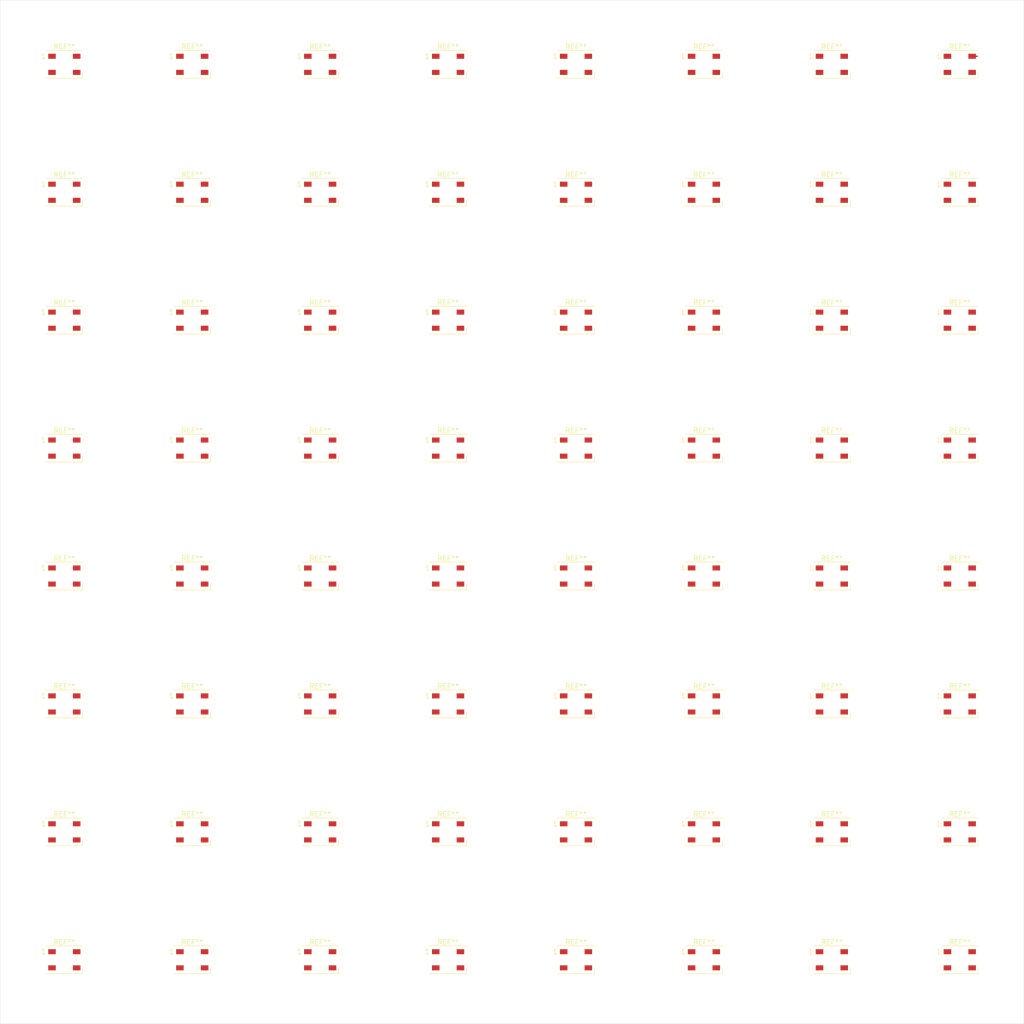
<source format=kicad_pcb>
(kicad_pcb (version 20171130) (host pcbnew "(5.1.4)-1")

  (general
    (thickness 1.6)
    (drawings 23)
    (tracks 1)
    (zones 0)
    (modules 65)
    (nets 1)
  )

  (page A)
  (layers
    (0 F.Cu signal)
    (31 B.Cu signal)
    (32 B.Adhes user)
    (33 F.Adhes user)
    (34 B.Paste user)
    (35 F.Paste user)
    (36 B.SilkS user)
    (37 F.SilkS user)
    (38 B.Mask user)
    (39 F.Mask user)
    (40 Dwgs.User user)
    (41 Cmts.User user)
    (42 Eco1.User user)
    (43 Eco2.User user)
    (44 Edge.Cuts user)
    (45 Margin user)
    (46 B.CrtYd user)
    (47 F.CrtYd user)
    (48 B.Fab user)
    (49 F.Fab user)
  )

  (setup
    (last_trace_width 0.25)
    (trace_clearance 0.2)
    (zone_clearance 0.508)
    (zone_45_only no)
    (trace_min 0.2)
    (via_size 0.8)
    (via_drill 0.4)
    (via_min_size 0.4)
    (via_min_drill 0.3)
    (uvia_size 0.3)
    (uvia_drill 0.1)
    (uvias_allowed no)
    (uvia_min_size 0.2)
    (uvia_min_drill 0.1)
    (edge_width 0.05)
    (segment_width 0.2)
    (pcb_text_width 0.3)
    (pcb_text_size 1.5 1.5)
    (mod_edge_width 0.12)
    (mod_text_size 1 1)
    (mod_text_width 0.15)
    (pad_size 1.524 1.524)
    (pad_drill 0.762)
    (pad_to_mask_clearance 0.051)
    (solder_mask_min_width 0.25)
    (aux_axis_origin 0 0)
    (visible_elements 7FFDFFFF)
    (pcbplotparams
      (layerselection 0x010fc_ffffffff)
      (usegerberextensions false)
      (usegerberattributes false)
      (usegerberadvancedattributes false)
      (creategerberjobfile false)
      (excludeedgelayer true)
      (linewidth 0.100000)
      (plotframeref false)
      (viasonmask false)
      (mode 1)
      (useauxorigin false)
      (hpglpennumber 1)
      (hpglpenspeed 20)
      (hpglpendiameter 15.000000)
      (psnegative false)
      (psa4output false)
      (plotreference true)
      (plotvalue true)
      (plotinvisibletext false)
      (padsonsilk false)
      (subtractmaskfromsilk false)
      (outputformat 1)
      (mirror false)
      (drillshape 1)
      (scaleselection 1)
      (outputdirectory ""))
  )

  (net 0 "")

  (net_class Default "This is the default net class."
    (clearance 0.2)
    (trace_width 0.25)
    (via_dia 0.8)
    (via_drill 0.4)
    (uvia_dia 0.3)
    (uvia_drill 0.1)
  )

  (module LED_SMD:LED_WS2812B_PLCC4_5.0x5.0mm_P3.2mm (layer F.Cu) (tedit 5AA4B285) (tstamp 5E264EFB)
    (at 88.9 88.9)
    (descr https://cdn-shop.adafruit.com/datasheets/WS2812B.pdf)
    (tags "LED RGB NeoPixel")
    (attr smd)
    (fp_text reference REF** (at 0 -3.5) (layer F.SilkS)
      (effects (font (size 1 1) (thickness 0.15)))
    )
    (fp_text value LED_WS2812B_PLCC4_5.0x5.0mm_P3.2mm (at 0 4) (layer F.Fab)
      (effects (font (size 1 1) (thickness 0.15)))
    )
    (fp_text user 1 (at -4.15 -1.6) (layer F.SilkS)
      (effects (font (size 1 1) (thickness 0.15)))
    )
    (fp_text user %R (at 0 0) (layer F.Fab)
      (effects (font (size 0.8 0.8) (thickness 0.15)))
    )
    (fp_line (start 3.45 -2.75) (end -3.45 -2.75) (layer F.CrtYd) (width 0.05))
    (fp_line (start 3.45 2.75) (end 3.45 -2.75) (layer F.CrtYd) (width 0.05))
    (fp_line (start -3.45 2.75) (end 3.45 2.75) (layer F.CrtYd) (width 0.05))
    (fp_line (start -3.45 -2.75) (end -3.45 2.75) (layer F.CrtYd) (width 0.05))
    (fp_line (start 2.5 1.5) (end 1.5 2.5) (layer F.Fab) (width 0.1))
    (fp_line (start -2.5 -2.5) (end -2.5 2.5) (layer F.Fab) (width 0.1))
    (fp_line (start -2.5 2.5) (end 2.5 2.5) (layer F.Fab) (width 0.1))
    (fp_line (start 2.5 2.5) (end 2.5 -2.5) (layer F.Fab) (width 0.1))
    (fp_line (start 2.5 -2.5) (end -2.5 -2.5) (layer F.Fab) (width 0.1))
    (fp_line (start -3.65 -2.75) (end 3.65 -2.75) (layer F.SilkS) (width 0.12))
    (fp_line (start -3.65 2.75) (end 3.65 2.75) (layer F.SilkS) (width 0.12))
    (fp_line (start 3.65 2.75) (end 3.65 1.6) (layer F.SilkS) (width 0.12))
    (fp_circle (center 0 0) (end 0 -2) (layer F.Fab) (width 0.1))
    (pad 3 smd rect (at 2.45 1.6) (size 1.5 1) (layers F.Cu F.Paste F.Mask))
    (pad 4 smd rect (at 2.45 -1.6) (size 1.5 1) (layers F.Cu F.Paste F.Mask))
    (pad 2 smd rect (at -2.45 1.6) (size 1.5 1) (layers F.Cu F.Paste F.Mask))
    (pad 1 smd rect (at -2.45 -1.6) (size 1.5 1) (layers F.Cu F.Paste F.Mask))
    (model ${KISYS3DMOD}/LED_SMD.3dshapes/LED_WS2812B_PLCC4_5.0x5.0mm_P3.2mm.wrl
      (at (xyz 0 0 0))
      (scale (xyz 1 1 1))
      (rotate (xyz 0 0 0))
    )
  )

  (module "" (layer F.Cu) (tedit 0) (tstamp 0)
    (at 88.9 88.9)
    (fp_text reference "" (at 88.9 88.9) (layer F.SilkS)
      (effects (font (size 1.27 1.27) (thickness 0.15)))
    )
    (fp_text value "" (at 88.9 88.9) (layer F.SilkS)
      (effects (font (size 1.27 1.27) (thickness 0.15)))
    )
    (fp_text user %R (at 88.9 88.9) (layer F.Fab)
      (effects (font (size 0.8 0.8) (thickness 0.15)))
    )
  )

  (module LED_SMD:LED_WS2812B_PLCC4_5.0x5.0mm_P3.2mm (layer F.Cu) (tedit 5AA4B285) (tstamp 5E264D20)
    (at 114.3 88.9)
    (descr https://cdn-shop.adafruit.com/datasheets/WS2812B.pdf)
    (tags "LED RGB NeoPixel")
    (attr smd)
    (fp_text reference REF** (at 0 -3.5) (layer F.SilkS)
      (effects (font (size 1 1) (thickness 0.15)))
    )
    (fp_text value LED_WS2812B_PLCC4_5.0x5.0mm_P3.2mm (at 0 4) (layer F.Fab)
      (effects (font (size 1 1) (thickness 0.15)))
    )
    (fp_circle (center 0 0) (end 0 -2) (layer F.Fab) (width 0.1))
    (fp_line (start 3.65 2.75) (end 3.65 1.6) (layer F.SilkS) (width 0.12))
    (fp_line (start -3.65 2.75) (end 3.65 2.75) (layer F.SilkS) (width 0.12))
    (fp_line (start -3.65 -2.75) (end 3.65 -2.75) (layer F.SilkS) (width 0.12))
    (fp_line (start 2.5 -2.5) (end -2.5 -2.5) (layer F.Fab) (width 0.1))
    (fp_line (start 2.5 2.5) (end 2.5 -2.5) (layer F.Fab) (width 0.1))
    (fp_line (start -2.5 2.5) (end 2.5 2.5) (layer F.Fab) (width 0.1))
    (fp_line (start -2.5 -2.5) (end -2.5 2.5) (layer F.Fab) (width 0.1))
    (fp_line (start 2.5 1.5) (end 1.5 2.5) (layer F.Fab) (width 0.1))
    (fp_line (start -3.45 -2.75) (end -3.45 2.75) (layer F.CrtYd) (width 0.05))
    (fp_line (start -3.45 2.75) (end 3.45 2.75) (layer F.CrtYd) (width 0.05))
    (fp_line (start 3.45 2.75) (end 3.45 -2.75) (layer F.CrtYd) (width 0.05))
    (fp_line (start 3.45 -2.75) (end -3.45 -2.75) (layer F.CrtYd) (width 0.05))
    (fp_text user %R (at 0 0) (layer F.Fab)
      (effects (font (size 0.8 0.8) (thickness 0.15)))
    )
    (fp_text user 1 (at -4.15 -1.6) (layer F.SilkS)
      (effects (font (size 1 1) (thickness 0.15)))
    )
    (pad 1 smd rect (at -2.45 -1.6) (size 1.5 1) (layers F.Cu F.Paste F.Mask))
    (pad 2 smd rect (at -2.45 1.6) (size 1.5 1) (layers F.Cu F.Paste F.Mask))
    (pad 4 smd rect (at 2.45 -1.6) (size 1.5 1) (layers F.Cu F.Paste F.Mask))
    (pad 3 smd rect (at 2.45 1.6) (size 1.5 1) (layers F.Cu F.Paste F.Mask))
    (model ${KISYS3DMOD}/LED_SMD.3dshapes/LED_WS2812B_PLCC4_5.0x5.0mm_P3.2mm.wrl
      (at (xyz 0 0 0))
      (scale (xyz 1 1 1))
      (rotate (xyz 0 0 0))
    )
  )

  (module LED_SMD:LED_WS2812B_PLCC4_5.0x5.0mm_P3.2mm (layer F.Cu) (tedit 5AA4B285) (tstamp 5E264D0A)
    (at 139.7 88.9)
    (descr https://cdn-shop.adafruit.com/datasheets/WS2812B.pdf)
    (tags "LED RGB NeoPixel")
    (attr smd)
    (fp_text reference REF** (at 0 -3.5) (layer F.SilkS)
      (effects (font (size 1 1) (thickness 0.15)))
    )
    (fp_text value LED_WS2812B_PLCC4_5.0x5.0mm_P3.2mm (at 0 4) (layer F.Fab)
      (effects (font (size 1 1) (thickness 0.15)))
    )
    (fp_text user 1 (at -4.15 -1.6) (layer F.SilkS)
      (effects (font (size 1 1) (thickness 0.15)))
    )
    (fp_text user %R (at 0 0) (layer F.Fab)
      (effects (font (size 0.8 0.8) (thickness 0.15)))
    )
    (fp_line (start 3.45 -2.75) (end -3.45 -2.75) (layer F.CrtYd) (width 0.05))
    (fp_line (start 3.45 2.75) (end 3.45 -2.75) (layer F.CrtYd) (width 0.05))
    (fp_line (start -3.45 2.75) (end 3.45 2.75) (layer F.CrtYd) (width 0.05))
    (fp_line (start -3.45 -2.75) (end -3.45 2.75) (layer F.CrtYd) (width 0.05))
    (fp_line (start 2.5 1.5) (end 1.5 2.5) (layer F.Fab) (width 0.1))
    (fp_line (start -2.5 -2.5) (end -2.5 2.5) (layer F.Fab) (width 0.1))
    (fp_line (start -2.5 2.5) (end 2.5 2.5) (layer F.Fab) (width 0.1))
    (fp_line (start 2.5 2.5) (end 2.5 -2.5) (layer F.Fab) (width 0.1))
    (fp_line (start 2.5 -2.5) (end -2.5 -2.5) (layer F.Fab) (width 0.1))
    (fp_line (start -3.65 -2.75) (end 3.65 -2.75) (layer F.SilkS) (width 0.12))
    (fp_line (start -3.65 2.75) (end 3.65 2.75) (layer F.SilkS) (width 0.12))
    (fp_line (start 3.65 2.75) (end 3.65 1.6) (layer F.SilkS) (width 0.12))
    (fp_circle (center 0 0) (end 0 -2) (layer F.Fab) (width 0.1))
    (pad 3 smd rect (at 2.45 1.6) (size 1.5 1) (layers F.Cu F.Paste F.Mask))
    (pad 4 smd rect (at 2.45 -1.6) (size 1.5 1) (layers F.Cu F.Paste F.Mask))
    (pad 2 smd rect (at -2.45 1.6) (size 1.5 1) (layers F.Cu F.Paste F.Mask))
    (pad 1 smd rect (at -2.45 -1.6) (size 1.5 1) (layers F.Cu F.Paste F.Mask))
    (model ${KISYS3DMOD}/LED_SMD.3dshapes/LED_WS2812B_PLCC4_5.0x5.0mm_P3.2mm.wrl
      (at (xyz 0 0 0))
      (scale (xyz 1 1 1))
      (rotate (xyz 0 0 0))
    )
  )

  (module LED_SMD:LED_WS2812B_PLCC4_5.0x5.0mm_P3.2mm (layer F.Cu) (tedit 5AA4B285) (tstamp 5E264CF4)
    (at 165.1 88.9)
    (descr https://cdn-shop.adafruit.com/datasheets/WS2812B.pdf)
    (tags "LED RGB NeoPixel")
    (attr smd)
    (fp_text reference REF** (at 0 -3.5) (layer F.SilkS)
      (effects (font (size 1 1) (thickness 0.15)))
    )
    (fp_text value LED_WS2812B_PLCC4_5.0x5.0mm_P3.2mm (at 0 4) (layer F.Fab)
      (effects (font (size 1 1) (thickness 0.15)))
    )
    (fp_circle (center 0 0) (end 0 -2) (layer F.Fab) (width 0.1))
    (fp_line (start 3.65 2.75) (end 3.65 1.6) (layer F.SilkS) (width 0.12))
    (fp_line (start -3.65 2.75) (end 3.65 2.75) (layer F.SilkS) (width 0.12))
    (fp_line (start -3.65 -2.75) (end 3.65 -2.75) (layer F.SilkS) (width 0.12))
    (fp_line (start 2.5 -2.5) (end -2.5 -2.5) (layer F.Fab) (width 0.1))
    (fp_line (start 2.5 2.5) (end 2.5 -2.5) (layer F.Fab) (width 0.1))
    (fp_line (start -2.5 2.5) (end 2.5 2.5) (layer F.Fab) (width 0.1))
    (fp_line (start -2.5 -2.5) (end -2.5 2.5) (layer F.Fab) (width 0.1))
    (fp_line (start 2.5 1.5) (end 1.5 2.5) (layer F.Fab) (width 0.1))
    (fp_line (start -3.45 -2.75) (end -3.45 2.75) (layer F.CrtYd) (width 0.05))
    (fp_line (start -3.45 2.75) (end 3.45 2.75) (layer F.CrtYd) (width 0.05))
    (fp_line (start 3.45 2.75) (end 3.45 -2.75) (layer F.CrtYd) (width 0.05))
    (fp_line (start 3.45 -2.75) (end -3.45 -2.75) (layer F.CrtYd) (width 0.05))
    (fp_text user %R (at 0 0) (layer F.Fab)
      (effects (font (size 0.8 0.8) (thickness 0.15)))
    )
    (fp_text user 1 (at -4.15 -1.6) (layer F.SilkS)
      (effects (font (size 1 1) (thickness 0.15)))
    )
    (pad 1 smd rect (at -2.45 -1.6) (size 1.5 1) (layers F.Cu F.Paste F.Mask))
    (pad 2 smd rect (at -2.45 1.6) (size 1.5 1) (layers F.Cu F.Paste F.Mask))
    (pad 4 smd rect (at 2.45 -1.6) (size 1.5 1) (layers F.Cu F.Paste F.Mask))
    (pad 3 smd rect (at 2.45 1.6) (size 1.5 1) (layers F.Cu F.Paste F.Mask))
    (model ${KISYS3DMOD}/LED_SMD.3dshapes/LED_WS2812B_PLCC4_5.0x5.0mm_P3.2mm.wrl
      (at (xyz 0 0 0))
      (scale (xyz 1 1 1))
      (rotate (xyz 0 0 0))
    )
  )

  (module LED_SMD:LED_WS2812B_PLCC4_5.0x5.0mm_P3.2mm (layer F.Cu) (tedit 5AA4B285) (tstamp 5E264CDE)
    (at 190.5 88.9)
    (descr https://cdn-shop.adafruit.com/datasheets/WS2812B.pdf)
    (tags "LED RGB NeoPixel")
    (attr smd)
    (fp_text reference REF** (at 0 -3.5) (layer F.SilkS)
      (effects (font (size 1 1) (thickness 0.15)))
    )
    (fp_text value LED_WS2812B_PLCC4_5.0x5.0mm_P3.2mm (at 0 4) (layer F.Fab)
      (effects (font (size 1 1) (thickness 0.15)))
    )
    (fp_text user 1 (at -4.15 -1.6) (layer F.SilkS)
      (effects (font (size 1 1) (thickness 0.15)))
    )
    (fp_text user %R (at 0 0) (layer F.Fab)
      (effects (font (size 0.8 0.8) (thickness 0.15)))
    )
    (fp_line (start 3.45 -2.75) (end -3.45 -2.75) (layer F.CrtYd) (width 0.05))
    (fp_line (start 3.45 2.75) (end 3.45 -2.75) (layer F.CrtYd) (width 0.05))
    (fp_line (start -3.45 2.75) (end 3.45 2.75) (layer F.CrtYd) (width 0.05))
    (fp_line (start -3.45 -2.75) (end -3.45 2.75) (layer F.CrtYd) (width 0.05))
    (fp_line (start 2.5 1.5) (end 1.5 2.5) (layer F.Fab) (width 0.1))
    (fp_line (start -2.5 -2.5) (end -2.5 2.5) (layer F.Fab) (width 0.1))
    (fp_line (start -2.5 2.5) (end 2.5 2.5) (layer F.Fab) (width 0.1))
    (fp_line (start 2.5 2.5) (end 2.5 -2.5) (layer F.Fab) (width 0.1))
    (fp_line (start 2.5 -2.5) (end -2.5 -2.5) (layer F.Fab) (width 0.1))
    (fp_line (start -3.65 -2.75) (end 3.65 -2.75) (layer F.SilkS) (width 0.12))
    (fp_line (start -3.65 2.75) (end 3.65 2.75) (layer F.SilkS) (width 0.12))
    (fp_line (start 3.65 2.75) (end 3.65 1.6) (layer F.SilkS) (width 0.12))
    (fp_circle (center 0 0) (end 0 -2) (layer F.Fab) (width 0.1))
    (pad 3 smd rect (at 2.45 1.6) (size 1.5 1) (layers F.Cu F.Paste F.Mask))
    (pad 4 smd rect (at 2.45 -1.6) (size 1.5 1) (layers F.Cu F.Paste F.Mask))
    (pad 2 smd rect (at -2.45 1.6) (size 1.5 1) (layers F.Cu F.Paste F.Mask))
    (pad 1 smd rect (at -2.45 -1.6) (size 1.5 1) (layers F.Cu F.Paste F.Mask))
    (model ${KISYS3DMOD}/LED_SMD.3dshapes/LED_WS2812B_PLCC4_5.0x5.0mm_P3.2mm.wrl
      (at (xyz 0 0 0))
      (scale (xyz 1 1 1))
      (rotate (xyz 0 0 0))
    )
  )

  (module LED_SMD:LED_WS2812B_PLCC4_5.0x5.0mm_P3.2mm (layer F.Cu) (tedit 5AA4B285) (tstamp 5E264CC8)
    (at 215.9 88.9)
    (descr https://cdn-shop.adafruit.com/datasheets/WS2812B.pdf)
    (tags "LED RGB NeoPixel")
    (attr smd)
    (fp_text reference REF** (at 0 -3.5) (layer F.SilkS)
      (effects (font (size 1 1) (thickness 0.15)))
    )
    (fp_text value LED_WS2812B_PLCC4_5.0x5.0mm_P3.2mm (at 0 4) (layer F.Fab)
      (effects (font (size 1 1) (thickness 0.15)))
    )
    (fp_circle (center 0 0) (end 0 -2) (layer F.Fab) (width 0.1))
    (fp_line (start 3.65 2.75) (end 3.65 1.6) (layer F.SilkS) (width 0.12))
    (fp_line (start -3.65 2.75) (end 3.65 2.75) (layer F.SilkS) (width 0.12))
    (fp_line (start -3.65 -2.75) (end 3.65 -2.75) (layer F.SilkS) (width 0.12))
    (fp_line (start 2.5 -2.5) (end -2.5 -2.5) (layer F.Fab) (width 0.1))
    (fp_line (start 2.5 2.5) (end 2.5 -2.5) (layer F.Fab) (width 0.1))
    (fp_line (start -2.5 2.5) (end 2.5 2.5) (layer F.Fab) (width 0.1))
    (fp_line (start -2.5 -2.5) (end -2.5 2.5) (layer F.Fab) (width 0.1))
    (fp_line (start 2.5 1.5) (end 1.5 2.5) (layer F.Fab) (width 0.1))
    (fp_line (start -3.45 -2.75) (end -3.45 2.75) (layer F.CrtYd) (width 0.05))
    (fp_line (start -3.45 2.75) (end 3.45 2.75) (layer F.CrtYd) (width 0.05))
    (fp_line (start 3.45 2.75) (end 3.45 -2.75) (layer F.CrtYd) (width 0.05))
    (fp_line (start 3.45 -2.75) (end -3.45 -2.75) (layer F.CrtYd) (width 0.05))
    (fp_text user %R (at 0 0) (layer F.Fab)
      (effects (font (size 0.8 0.8) (thickness 0.15)))
    )
    (fp_text user 1 (at -4.15 -1.6) (layer F.SilkS)
      (effects (font (size 1 1) (thickness 0.15)))
    )
    (pad 1 smd rect (at -2.45 -1.6) (size 1.5 1) (layers F.Cu F.Paste F.Mask))
    (pad 2 smd rect (at -2.45 1.6) (size 1.5 1) (layers F.Cu F.Paste F.Mask))
    (pad 4 smd rect (at 2.45 -1.6) (size 1.5 1) (layers F.Cu F.Paste F.Mask))
    (pad 3 smd rect (at 2.45 1.6) (size 1.5 1) (layers F.Cu F.Paste F.Mask))
    (model ${KISYS3DMOD}/LED_SMD.3dshapes/LED_WS2812B_PLCC4_5.0x5.0mm_P3.2mm.wrl
      (at (xyz 0 0 0))
      (scale (xyz 1 1 1))
      (rotate (xyz 0 0 0))
    )
  )

  (module LED_SMD:LED_WS2812B_PLCC4_5.0x5.0mm_P3.2mm (layer F.Cu) (tedit 5AA4B285) (tstamp 5E26440A)
    (at 38.1 215.9)
    (descr https://cdn-shop.adafruit.com/datasheets/WS2812B.pdf)
    (tags "LED RGB NeoPixel")
    (attr smd)
    (fp_text reference REF** (at 0 -3.5) (layer F.SilkS)
      (effects (font (size 1 1) (thickness 0.15)))
    )
    (fp_text value LED_WS2812B_PLCC4_5.0x5.0mm_P3.2mm (at 0 4) (layer F.Fab)
      (effects (font (size 1 1) (thickness 0.15)))
    )
    (fp_text user 1 (at -4.15 -1.6) (layer F.SilkS)
      (effects (font (size 1 1) (thickness 0.15)))
    )
    (fp_text user %R (at 0 0) (layer F.Fab)
      (effects (font (size 0.8 0.8) (thickness 0.15)))
    )
    (fp_line (start 3.45 -2.75) (end -3.45 -2.75) (layer F.CrtYd) (width 0.05))
    (fp_line (start 3.45 2.75) (end 3.45 -2.75) (layer F.CrtYd) (width 0.05))
    (fp_line (start -3.45 2.75) (end 3.45 2.75) (layer F.CrtYd) (width 0.05))
    (fp_line (start -3.45 -2.75) (end -3.45 2.75) (layer F.CrtYd) (width 0.05))
    (fp_line (start 2.5 1.5) (end 1.5 2.5) (layer F.Fab) (width 0.1))
    (fp_line (start -2.5 -2.5) (end -2.5 2.5) (layer F.Fab) (width 0.1))
    (fp_line (start -2.5 2.5) (end 2.5 2.5) (layer F.Fab) (width 0.1))
    (fp_line (start 2.5 2.5) (end 2.5 -2.5) (layer F.Fab) (width 0.1))
    (fp_line (start 2.5 -2.5) (end -2.5 -2.5) (layer F.Fab) (width 0.1))
    (fp_line (start -3.65 -2.75) (end 3.65 -2.75) (layer F.SilkS) (width 0.12))
    (fp_line (start -3.65 2.75) (end 3.65 2.75) (layer F.SilkS) (width 0.12))
    (fp_line (start 3.65 2.75) (end 3.65 1.6) (layer F.SilkS) (width 0.12))
    (fp_circle (center 0 0) (end 0 -2) (layer F.Fab) (width 0.1))
    (pad 3 smd rect (at 2.45 1.6) (size 1.5 1) (layers F.Cu F.Paste F.Mask))
    (pad 4 smd rect (at 2.45 -1.6) (size 1.5 1) (layers F.Cu F.Paste F.Mask))
    (pad 2 smd rect (at -2.45 1.6) (size 1.5 1) (layers F.Cu F.Paste F.Mask))
    (pad 1 smd rect (at -2.45 -1.6) (size 1.5 1) (layers F.Cu F.Paste F.Mask))
    (model ${KISYS3DMOD}/LED_SMD.3dshapes/LED_WS2812B_PLCC4_5.0x5.0mm_P3.2mm.wrl
      (at (xyz 0 0 0))
      (scale (xyz 1 1 1))
      (rotate (xyz 0 0 0))
    )
  )

  (module LED_SMD:LED_WS2812B_PLCC4_5.0x5.0mm_P3.2mm (layer F.Cu) (tedit 5AA4B285) (tstamp 5E2643DE)
    (at 190.5 215.9)
    (descr https://cdn-shop.adafruit.com/datasheets/WS2812B.pdf)
    (tags "LED RGB NeoPixel")
    (attr smd)
    (fp_text reference REF** (at 0 -3.5) (layer F.SilkS)
      (effects (font (size 1 1) (thickness 0.15)))
    )
    (fp_text value LED_WS2812B_PLCC4_5.0x5.0mm_P3.2mm (at 0 4) (layer F.Fab)
      (effects (font (size 1 1) (thickness 0.15)))
    )
    (fp_circle (center 0 0) (end 0 -2) (layer F.Fab) (width 0.1))
    (fp_line (start 3.65 2.75) (end 3.65 1.6) (layer F.SilkS) (width 0.12))
    (fp_line (start -3.65 2.75) (end 3.65 2.75) (layer F.SilkS) (width 0.12))
    (fp_line (start -3.65 -2.75) (end 3.65 -2.75) (layer F.SilkS) (width 0.12))
    (fp_line (start 2.5 -2.5) (end -2.5 -2.5) (layer F.Fab) (width 0.1))
    (fp_line (start 2.5 2.5) (end 2.5 -2.5) (layer F.Fab) (width 0.1))
    (fp_line (start -2.5 2.5) (end 2.5 2.5) (layer F.Fab) (width 0.1))
    (fp_line (start -2.5 -2.5) (end -2.5 2.5) (layer F.Fab) (width 0.1))
    (fp_line (start 2.5 1.5) (end 1.5 2.5) (layer F.Fab) (width 0.1))
    (fp_line (start -3.45 -2.75) (end -3.45 2.75) (layer F.CrtYd) (width 0.05))
    (fp_line (start -3.45 2.75) (end 3.45 2.75) (layer F.CrtYd) (width 0.05))
    (fp_line (start 3.45 2.75) (end 3.45 -2.75) (layer F.CrtYd) (width 0.05))
    (fp_line (start 3.45 -2.75) (end -3.45 -2.75) (layer F.CrtYd) (width 0.05))
    (fp_text user %R (at 0 0) (layer F.Fab)
      (effects (font (size 0.8 0.8) (thickness 0.15)))
    )
    (fp_text user 1 (at -4.15 -1.6) (layer F.SilkS)
      (effects (font (size 1 1) (thickness 0.15)))
    )
    (pad 1 smd rect (at -2.45 -1.6) (size 1.5 1) (layers F.Cu F.Paste F.Mask))
    (pad 2 smd rect (at -2.45 1.6) (size 1.5 1) (layers F.Cu F.Paste F.Mask))
    (pad 4 smd rect (at 2.45 -1.6) (size 1.5 1) (layers F.Cu F.Paste F.Mask))
    (pad 3 smd rect (at 2.45 1.6) (size 1.5 1) (layers F.Cu F.Paste F.Mask))
    (model ${KISYS3DMOD}/LED_SMD.3dshapes/LED_WS2812B_PLCC4_5.0x5.0mm_P3.2mm.wrl
      (at (xyz 0 0 0))
      (scale (xyz 1 1 1))
      (rotate (xyz 0 0 0))
    )
  )

  (module LED_SMD:LED_WS2812B_PLCC4_5.0x5.0mm_P3.2mm (layer F.Cu) (tedit 5AA4B285) (tstamp 5E2643C8)
    (at 139.7 215.9)
    (descr https://cdn-shop.adafruit.com/datasheets/WS2812B.pdf)
    (tags "LED RGB NeoPixel")
    (attr smd)
    (fp_text reference REF** (at 0 -3.5) (layer F.SilkS)
      (effects (font (size 1 1) (thickness 0.15)))
    )
    (fp_text value LED_WS2812B_PLCC4_5.0x5.0mm_P3.2mm (at 0 4) (layer F.Fab)
      (effects (font (size 1 1) (thickness 0.15)))
    )
    (fp_circle (center 0 0) (end 0 -2) (layer F.Fab) (width 0.1))
    (fp_line (start 3.65 2.75) (end 3.65 1.6) (layer F.SilkS) (width 0.12))
    (fp_line (start -3.65 2.75) (end 3.65 2.75) (layer F.SilkS) (width 0.12))
    (fp_line (start -3.65 -2.75) (end 3.65 -2.75) (layer F.SilkS) (width 0.12))
    (fp_line (start 2.5 -2.5) (end -2.5 -2.5) (layer F.Fab) (width 0.1))
    (fp_line (start 2.5 2.5) (end 2.5 -2.5) (layer F.Fab) (width 0.1))
    (fp_line (start -2.5 2.5) (end 2.5 2.5) (layer F.Fab) (width 0.1))
    (fp_line (start -2.5 -2.5) (end -2.5 2.5) (layer F.Fab) (width 0.1))
    (fp_line (start 2.5 1.5) (end 1.5 2.5) (layer F.Fab) (width 0.1))
    (fp_line (start -3.45 -2.75) (end -3.45 2.75) (layer F.CrtYd) (width 0.05))
    (fp_line (start -3.45 2.75) (end 3.45 2.75) (layer F.CrtYd) (width 0.05))
    (fp_line (start 3.45 2.75) (end 3.45 -2.75) (layer F.CrtYd) (width 0.05))
    (fp_line (start 3.45 -2.75) (end -3.45 -2.75) (layer F.CrtYd) (width 0.05))
    (fp_text user %R (at 0 0) (layer F.Fab)
      (effects (font (size 0.8 0.8) (thickness 0.15)))
    )
    (fp_text user 1 (at -4.15 -1.6) (layer F.SilkS)
      (effects (font (size 1 1) (thickness 0.15)))
    )
    (pad 1 smd rect (at -2.45 -1.6) (size 1.5 1) (layers F.Cu F.Paste F.Mask))
    (pad 2 smd rect (at -2.45 1.6) (size 1.5 1) (layers F.Cu F.Paste F.Mask))
    (pad 4 smd rect (at 2.45 -1.6) (size 1.5 1) (layers F.Cu F.Paste F.Mask))
    (pad 3 smd rect (at 2.45 1.6) (size 1.5 1) (layers F.Cu F.Paste F.Mask))
    (model ${KISYS3DMOD}/LED_SMD.3dshapes/LED_WS2812B_PLCC4_5.0x5.0mm_P3.2mm.wrl
      (at (xyz 0 0 0))
      (scale (xyz 1 1 1))
      (rotate (xyz 0 0 0))
    )
  )

  (module LED_SMD:LED_WS2812B_PLCC4_5.0x5.0mm_P3.2mm (layer F.Cu) (tedit 5AA4B285) (tstamp 5E2643B2)
    (at 215.9 215.9)
    (descr https://cdn-shop.adafruit.com/datasheets/WS2812B.pdf)
    (tags "LED RGB NeoPixel")
    (attr smd)
    (fp_text reference REF** (at 0 -3.5) (layer F.SilkS)
      (effects (font (size 1 1) (thickness 0.15)))
    )
    (fp_text value LED_WS2812B_PLCC4_5.0x5.0mm_P3.2mm (at 0 4) (layer F.Fab)
      (effects (font (size 1 1) (thickness 0.15)))
    )
    (fp_text user 1 (at -4.15 -1.6) (layer F.SilkS)
      (effects (font (size 1 1) (thickness 0.15)))
    )
    (fp_text user %R (at 0 0) (layer F.Fab)
      (effects (font (size 0.8 0.8) (thickness 0.15)))
    )
    (fp_line (start 3.45 -2.75) (end -3.45 -2.75) (layer F.CrtYd) (width 0.05))
    (fp_line (start 3.45 2.75) (end 3.45 -2.75) (layer F.CrtYd) (width 0.05))
    (fp_line (start -3.45 2.75) (end 3.45 2.75) (layer F.CrtYd) (width 0.05))
    (fp_line (start -3.45 -2.75) (end -3.45 2.75) (layer F.CrtYd) (width 0.05))
    (fp_line (start 2.5 1.5) (end 1.5 2.5) (layer F.Fab) (width 0.1))
    (fp_line (start -2.5 -2.5) (end -2.5 2.5) (layer F.Fab) (width 0.1))
    (fp_line (start -2.5 2.5) (end 2.5 2.5) (layer F.Fab) (width 0.1))
    (fp_line (start 2.5 2.5) (end 2.5 -2.5) (layer F.Fab) (width 0.1))
    (fp_line (start 2.5 -2.5) (end -2.5 -2.5) (layer F.Fab) (width 0.1))
    (fp_line (start -3.65 -2.75) (end 3.65 -2.75) (layer F.SilkS) (width 0.12))
    (fp_line (start -3.65 2.75) (end 3.65 2.75) (layer F.SilkS) (width 0.12))
    (fp_line (start 3.65 2.75) (end 3.65 1.6) (layer F.SilkS) (width 0.12))
    (fp_circle (center 0 0) (end 0 -2) (layer F.Fab) (width 0.1))
    (pad 3 smd rect (at 2.45 1.6) (size 1.5 1) (layers F.Cu F.Paste F.Mask))
    (pad 4 smd rect (at 2.45 -1.6) (size 1.5 1) (layers F.Cu F.Paste F.Mask))
    (pad 2 smd rect (at -2.45 1.6) (size 1.5 1) (layers F.Cu F.Paste F.Mask))
    (pad 1 smd rect (at -2.45 -1.6) (size 1.5 1) (layers F.Cu F.Paste F.Mask))
    (model ${KISYS3DMOD}/LED_SMD.3dshapes/LED_WS2812B_PLCC4_5.0x5.0mm_P3.2mm.wrl
      (at (xyz 0 0 0))
      (scale (xyz 1 1 1))
      (rotate (xyz 0 0 0))
    )
  )

  (module LED_SMD:LED_WS2812B_PLCC4_5.0x5.0mm_P3.2mm (layer F.Cu) (tedit 5AA4B285) (tstamp 5E26432E)
    (at 165.1 215.9)
    (descr https://cdn-shop.adafruit.com/datasheets/WS2812B.pdf)
    (tags "LED RGB NeoPixel")
    (attr smd)
    (fp_text reference REF** (at 0 -3.5) (layer F.SilkS)
      (effects (font (size 1 1) (thickness 0.15)))
    )
    (fp_text value LED_WS2812B_PLCC4_5.0x5.0mm_P3.2mm (at 0 4) (layer F.Fab)
      (effects (font (size 1 1) (thickness 0.15)))
    )
    (fp_text user 1 (at -4.15 -1.6) (layer F.SilkS)
      (effects (font (size 1 1) (thickness 0.15)))
    )
    (fp_text user %R (at 0 0) (layer F.Fab)
      (effects (font (size 0.8 0.8) (thickness 0.15)))
    )
    (fp_line (start 3.45 -2.75) (end -3.45 -2.75) (layer F.CrtYd) (width 0.05))
    (fp_line (start 3.45 2.75) (end 3.45 -2.75) (layer F.CrtYd) (width 0.05))
    (fp_line (start -3.45 2.75) (end 3.45 2.75) (layer F.CrtYd) (width 0.05))
    (fp_line (start -3.45 -2.75) (end -3.45 2.75) (layer F.CrtYd) (width 0.05))
    (fp_line (start 2.5 1.5) (end 1.5 2.5) (layer F.Fab) (width 0.1))
    (fp_line (start -2.5 -2.5) (end -2.5 2.5) (layer F.Fab) (width 0.1))
    (fp_line (start -2.5 2.5) (end 2.5 2.5) (layer F.Fab) (width 0.1))
    (fp_line (start 2.5 2.5) (end 2.5 -2.5) (layer F.Fab) (width 0.1))
    (fp_line (start 2.5 -2.5) (end -2.5 -2.5) (layer F.Fab) (width 0.1))
    (fp_line (start -3.65 -2.75) (end 3.65 -2.75) (layer F.SilkS) (width 0.12))
    (fp_line (start -3.65 2.75) (end 3.65 2.75) (layer F.SilkS) (width 0.12))
    (fp_line (start 3.65 2.75) (end 3.65 1.6) (layer F.SilkS) (width 0.12))
    (fp_circle (center 0 0) (end 0 -2) (layer F.Fab) (width 0.1))
    (pad 3 smd rect (at 2.45 1.6) (size 1.5 1) (layers F.Cu F.Paste F.Mask))
    (pad 4 smd rect (at 2.45 -1.6) (size 1.5 1) (layers F.Cu F.Paste F.Mask))
    (pad 2 smd rect (at -2.45 1.6) (size 1.5 1) (layers F.Cu F.Paste F.Mask))
    (pad 1 smd rect (at -2.45 -1.6) (size 1.5 1) (layers F.Cu F.Paste F.Mask))
    (model ${KISYS3DMOD}/LED_SMD.3dshapes/LED_WS2812B_PLCC4_5.0x5.0mm_P3.2mm.wrl
      (at (xyz 0 0 0))
      (scale (xyz 1 1 1))
      (rotate (xyz 0 0 0))
    )
  )

  (module LED_SMD:LED_WS2812B_PLCC4_5.0x5.0mm_P3.2mm (layer F.Cu) (tedit 5AA4B285) (tstamp 5E2642EC)
    (at 88.9 215.9)
    (descr https://cdn-shop.adafruit.com/datasheets/WS2812B.pdf)
    (tags "LED RGB NeoPixel")
    (attr smd)
    (fp_text reference REF** (at 0 -3.5) (layer F.SilkS)
      (effects (font (size 1 1) (thickness 0.15)))
    )
    (fp_text value LED_WS2812B_PLCC4_5.0x5.0mm_P3.2mm (at 0 4) (layer F.Fab)
      (effects (font (size 1 1) (thickness 0.15)))
    )
    (fp_circle (center 0 0) (end 0 -2) (layer F.Fab) (width 0.1))
    (fp_line (start 3.65 2.75) (end 3.65 1.6) (layer F.SilkS) (width 0.12))
    (fp_line (start -3.65 2.75) (end 3.65 2.75) (layer F.SilkS) (width 0.12))
    (fp_line (start -3.65 -2.75) (end 3.65 -2.75) (layer F.SilkS) (width 0.12))
    (fp_line (start 2.5 -2.5) (end -2.5 -2.5) (layer F.Fab) (width 0.1))
    (fp_line (start 2.5 2.5) (end 2.5 -2.5) (layer F.Fab) (width 0.1))
    (fp_line (start -2.5 2.5) (end 2.5 2.5) (layer F.Fab) (width 0.1))
    (fp_line (start -2.5 -2.5) (end -2.5 2.5) (layer F.Fab) (width 0.1))
    (fp_line (start 2.5 1.5) (end 1.5 2.5) (layer F.Fab) (width 0.1))
    (fp_line (start -3.45 -2.75) (end -3.45 2.75) (layer F.CrtYd) (width 0.05))
    (fp_line (start -3.45 2.75) (end 3.45 2.75) (layer F.CrtYd) (width 0.05))
    (fp_line (start 3.45 2.75) (end 3.45 -2.75) (layer F.CrtYd) (width 0.05))
    (fp_line (start 3.45 -2.75) (end -3.45 -2.75) (layer F.CrtYd) (width 0.05))
    (fp_text user %R (at 0 0) (layer F.Fab)
      (effects (font (size 0.8 0.8) (thickness 0.15)))
    )
    (fp_text user 1 (at -4.15 -1.6) (layer F.SilkS)
      (effects (font (size 1 1) (thickness 0.15)))
    )
    (pad 1 smd rect (at -2.45 -1.6) (size 1.5 1) (layers F.Cu F.Paste F.Mask))
    (pad 2 smd rect (at -2.45 1.6) (size 1.5 1) (layers F.Cu F.Paste F.Mask))
    (pad 4 smd rect (at 2.45 -1.6) (size 1.5 1) (layers F.Cu F.Paste F.Mask))
    (pad 3 smd rect (at 2.45 1.6) (size 1.5 1) (layers F.Cu F.Paste F.Mask))
    (model ${KISYS3DMOD}/LED_SMD.3dshapes/LED_WS2812B_PLCC4_5.0x5.0mm_P3.2mm.wrl
      (at (xyz 0 0 0))
      (scale (xyz 1 1 1))
      (rotate (xyz 0 0 0))
    )
  )

  (module LED_SMD:LED_WS2812B_PLCC4_5.0x5.0mm_P3.2mm (layer F.Cu) (tedit 5AA4B285) (tstamp 5E2642D6)
    (at 63.5 215.9)
    (descr https://cdn-shop.adafruit.com/datasheets/WS2812B.pdf)
    (tags "LED RGB NeoPixel")
    (attr smd)
    (fp_text reference REF** (at 0 -3.5) (layer F.SilkS)
      (effects (font (size 1 1) (thickness 0.15)))
    )
    (fp_text value LED_WS2812B_PLCC4_5.0x5.0mm_P3.2mm (at 0 4) (layer F.Fab)
      (effects (font (size 1 1) (thickness 0.15)))
    )
    (fp_text user 1 (at -4.15 -1.6) (layer F.SilkS)
      (effects (font (size 1 1) (thickness 0.15)))
    )
    (fp_text user %R (at 0 0) (layer F.Fab)
      (effects (font (size 0.8 0.8) (thickness 0.15)))
    )
    (fp_line (start 3.45 -2.75) (end -3.45 -2.75) (layer F.CrtYd) (width 0.05))
    (fp_line (start 3.45 2.75) (end 3.45 -2.75) (layer F.CrtYd) (width 0.05))
    (fp_line (start -3.45 2.75) (end 3.45 2.75) (layer F.CrtYd) (width 0.05))
    (fp_line (start -3.45 -2.75) (end -3.45 2.75) (layer F.CrtYd) (width 0.05))
    (fp_line (start 2.5 1.5) (end 1.5 2.5) (layer F.Fab) (width 0.1))
    (fp_line (start -2.5 -2.5) (end -2.5 2.5) (layer F.Fab) (width 0.1))
    (fp_line (start -2.5 2.5) (end 2.5 2.5) (layer F.Fab) (width 0.1))
    (fp_line (start 2.5 2.5) (end 2.5 -2.5) (layer F.Fab) (width 0.1))
    (fp_line (start 2.5 -2.5) (end -2.5 -2.5) (layer F.Fab) (width 0.1))
    (fp_line (start -3.65 -2.75) (end 3.65 -2.75) (layer F.SilkS) (width 0.12))
    (fp_line (start -3.65 2.75) (end 3.65 2.75) (layer F.SilkS) (width 0.12))
    (fp_line (start 3.65 2.75) (end 3.65 1.6) (layer F.SilkS) (width 0.12))
    (fp_circle (center 0 0) (end 0 -2) (layer F.Fab) (width 0.1))
    (pad 3 smd rect (at 2.45 1.6) (size 1.5 1) (layers F.Cu F.Paste F.Mask))
    (pad 4 smd rect (at 2.45 -1.6) (size 1.5 1) (layers F.Cu F.Paste F.Mask))
    (pad 2 smd rect (at -2.45 1.6) (size 1.5 1) (layers F.Cu F.Paste F.Mask))
    (pad 1 smd rect (at -2.45 -1.6) (size 1.5 1) (layers F.Cu F.Paste F.Mask))
    (model ${KISYS3DMOD}/LED_SMD.3dshapes/LED_WS2812B_PLCC4_5.0x5.0mm_P3.2mm.wrl
      (at (xyz 0 0 0))
      (scale (xyz 1 1 1))
      (rotate (xyz 0 0 0))
    )
  )

  (module LED_SMD:LED_WS2812B_PLCC4_5.0x5.0mm_P3.2mm (layer F.Cu) (tedit 5AA4B285) (tstamp 5E2642C0)
    (at 114.3 215.9)
    (descr https://cdn-shop.adafruit.com/datasheets/WS2812B.pdf)
    (tags "LED RGB NeoPixel")
    (attr smd)
    (fp_text reference REF** (at 0 -3.5) (layer F.SilkS)
      (effects (font (size 1 1) (thickness 0.15)))
    )
    (fp_text value LED_WS2812B_PLCC4_5.0x5.0mm_P3.2mm (at 0 4) (layer F.Fab)
      (effects (font (size 1 1) (thickness 0.15)))
    )
    (fp_text user 1 (at -4.15 -1.6) (layer F.SilkS)
      (effects (font (size 1 1) (thickness 0.15)))
    )
    (fp_text user %R (at 0 0) (layer F.Fab)
      (effects (font (size 0.8 0.8) (thickness 0.15)))
    )
    (fp_line (start 3.45 -2.75) (end -3.45 -2.75) (layer F.CrtYd) (width 0.05))
    (fp_line (start 3.45 2.75) (end 3.45 -2.75) (layer F.CrtYd) (width 0.05))
    (fp_line (start -3.45 2.75) (end 3.45 2.75) (layer F.CrtYd) (width 0.05))
    (fp_line (start -3.45 -2.75) (end -3.45 2.75) (layer F.CrtYd) (width 0.05))
    (fp_line (start 2.5 1.5) (end 1.5 2.5) (layer F.Fab) (width 0.1))
    (fp_line (start -2.5 -2.5) (end -2.5 2.5) (layer F.Fab) (width 0.1))
    (fp_line (start -2.5 2.5) (end 2.5 2.5) (layer F.Fab) (width 0.1))
    (fp_line (start 2.5 2.5) (end 2.5 -2.5) (layer F.Fab) (width 0.1))
    (fp_line (start 2.5 -2.5) (end -2.5 -2.5) (layer F.Fab) (width 0.1))
    (fp_line (start -3.65 -2.75) (end 3.65 -2.75) (layer F.SilkS) (width 0.12))
    (fp_line (start -3.65 2.75) (end 3.65 2.75) (layer F.SilkS) (width 0.12))
    (fp_line (start 3.65 2.75) (end 3.65 1.6) (layer F.SilkS) (width 0.12))
    (fp_circle (center 0 0) (end 0 -2) (layer F.Fab) (width 0.1))
    (pad 3 smd rect (at 2.45 1.6) (size 1.5 1) (layers F.Cu F.Paste F.Mask))
    (pad 4 smd rect (at 2.45 -1.6) (size 1.5 1) (layers F.Cu F.Paste F.Mask))
    (pad 2 smd rect (at -2.45 1.6) (size 1.5 1) (layers F.Cu F.Paste F.Mask))
    (pad 1 smd rect (at -2.45 -1.6) (size 1.5 1) (layers F.Cu F.Paste F.Mask))
    (model ${KISYS3DMOD}/LED_SMD.3dshapes/LED_WS2812B_PLCC4_5.0x5.0mm_P3.2mm.wrl
      (at (xyz 0 0 0))
      (scale (xyz 1 1 1))
      (rotate (xyz 0 0 0))
    )
  )

  (module LED_SMD:LED_WS2812B_PLCC4_5.0x5.0mm_P3.2mm (layer F.Cu) (tedit 5AA4B285) (tstamp 5E26440A)
    (at 38.1 165.1)
    (descr https://cdn-shop.adafruit.com/datasheets/WS2812B.pdf)
    (tags "LED RGB NeoPixel")
    (attr smd)
    (fp_text reference REF** (at 0 -3.5) (layer F.SilkS)
      (effects (font (size 1 1) (thickness 0.15)))
    )
    (fp_text value LED_WS2812B_PLCC4_5.0x5.0mm_P3.2mm (at 0 4) (layer F.Fab)
      (effects (font (size 1 1) (thickness 0.15)))
    )
    (fp_text user 1 (at -4.15 -1.6) (layer F.SilkS)
      (effects (font (size 1 1) (thickness 0.15)))
    )
    (fp_text user %R (at 0 0) (layer F.Fab)
      (effects (font (size 0.8 0.8) (thickness 0.15)))
    )
    (fp_line (start 3.45 -2.75) (end -3.45 -2.75) (layer F.CrtYd) (width 0.05))
    (fp_line (start 3.45 2.75) (end 3.45 -2.75) (layer F.CrtYd) (width 0.05))
    (fp_line (start -3.45 2.75) (end 3.45 2.75) (layer F.CrtYd) (width 0.05))
    (fp_line (start -3.45 -2.75) (end -3.45 2.75) (layer F.CrtYd) (width 0.05))
    (fp_line (start 2.5 1.5) (end 1.5 2.5) (layer F.Fab) (width 0.1))
    (fp_line (start -2.5 -2.5) (end -2.5 2.5) (layer F.Fab) (width 0.1))
    (fp_line (start -2.5 2.5) (end 2.5 2.5) (layer F.Fab) (width 0.1))
    (fp_line (start 2.5 2.5) (end 2.5 -2.5) (layer F.Fab) (width 0.1))
    (fp_line (start 2.5 -2.5) (end -2.5 -2.5) (layer F.Fab) (width 0.1))
    (fp_line (start -3.65 -2.75) (end 3.65 -2.75) (layer F.SilkS) (width 0.12))
    (fp_line (start -3.65 2.75) (end 3.65 2.75) (layer F.SilkS) (width 0.12))
    (fp_line (start 3.65 2.75) (end 3.65 1.6) (layer F.SilkS) (width 0.12))
    (fp_circle (center 0 0) (end 0 -2) (layer F.Fab) (width 0.1))
    (pad 3 smd rect (at 2.45 1.6) (size 1.5 1) (layers F.Cu F.Paste F.Mask))
    (pad 4 smd rect (at 2.45 -1.6) (size 1.5 1) (layers F.Cu F.Paste F.Mask))
    (pad 2 smd rect (at -2.45 1.6) (size 1.5 1) (layers F.Cu F.Paste F.Mask))
    (pad 1 smd rect (at -2.45 -1.6) (size 1.5 1) (layers F.Cu F.Paste F.Mask))
    (model ${KISYS3DMOD}/LED_SMD.3dshapes/LED_WS2812B_PLCC4_5.0x5.0mm_P3.2mm.wrl
      (at (xyz 0 0 0))
      (scale (xyz 1 1 1))
      (rotate (xyz 0 0 0))
    )
  )

  (module LED_SMD:LED_WS2812B_PLCC4_5.0x5.0mm_P3.2mm (layer F.Cu) (tedit 5AA4B285) (tstamp 5E2643F4)
    (at 38.1 190.5)
    (descr https://cdn-shop.adafruit.com/datasheets/WS2812B.pdf)
    (tags "LED RGB NeoPixel")
    (attr smd)
    (fp_text reference REF** (at 0 -3.5) (layer F.SilkS)
      (effects (font (size 1 1) (thickness 0.15)))
    )
    (fp_text value LED_WS2812B_PLCC4_5.0x5.0mm_P3.2mm (at 0 4) (layer F.Fab)
      (effects (font (size 1 1) (thickness 0.15)))
    )
    (fp_text user 1 (at -4.15 -1.6) (layer F.SilkS)
      (effects (font (size 1 1) (thickness 0.15)))
    )
    (fp_text user %R (at 0 0) (layer F.Fab)
      (effects (font (size 0.8 0.8) (thickness 0.15)))
    )
    (fp_line (start 3.45 -2.75) (end -3.45 -2.75) (layer F.CrtYd) (width 0.05))
    (fp_line (start 3.45 2.75) (end 3.45 -2.75) (layer F.CrtYd) (width 0.05))
    (fp_line (start -3.45 2.75) (end 3.45 2.75) (layer F.CrtYd) (width 0.05))
    (fp_line (start -3.45 -2.75) (end -3.45 2.75) (layer F.CrtYd) (width 0.05))
    (fp_line (start 2.5 1.5) (end 1.5 2.5) (layer F.Fab) (width 0.1))
    (fp_line (start -2.5 -2.5) (end -2.5 2.5) (layer F.Fab) (width 0.1))
    (fp_line (start -2.5 2.5) (end 2.5 2.5) (layer F.Fab) (width 0.1))
    (fp_line (start 2.5 2.5) (end 2.5 -2.5) (layer F.Fab) (width 0.1))
    (fp_line (start 2.5 -2.5) (end -2.5 -2.5) (layer F.Fab) (width 0.1))
    (fp_line (start -3.65 -2.75) (end 3.65 -2.75) (layer F.SilkS) (width 0.12))
    (fp_line (start -3.65 2.75) (end 3.65 2.75) (layer F.SilkS) (width 0.12))
    (fp_line (start 3.65 2.75) (end 3.65 1.6) (layer F.SilkS) (width 0.12))
    (fp_circle (center 0 0) (end 0 -2) (layer F.Fab) (width 0.1))
    (pad 3 smd rect (at 2.45 1.6) (size 1.5 1) (layers F.Cu F.Paste F.Mask))
    (pad 4 smd rect (at 2.45 -1.6) (size 1.5 1) (layers F.Cu F.Paste F.Mask))
    (pad 2 smd rect (at -2.45 1.6) (size 1.5 1) (layers F.Cu F.Paste F.Mask))
    (pad 1 smd rect (at -2.45 -1.6) (size 1.5 1) (layers F.Cu F.Paste F.Mask))
    (model ${KISYS3DMOD}/LED_SMD.3dshapes/LED_WS2812B_PLCC4_5.0x5.0mm_P3.2mm.wrl
      (at (xyz 0 0 0))
      (scale (xyz 1 1 1))
      (rotate (xyz 0 0 0))
    )
  )

  (module LED_SMD:LED_WS2812B_PLCC4_5.0x5.0mm_P3.2mm (layer F.Cu) (tedit 5AA4B285) (tstamp 5E2643DE)
    (at 190.5 165.1)
    (descr https://cdn-shop.adafruit.com/datasheets/WS2812B.pdf)
    (tags "LED RGB NeoPixel")
    (attr smd)
    (fp_text reference REF** (at 0 -3.5) (layer F.SilkS)
      (effects (font (size 1 1) (thickness 0.15)))
    )
    (fp_text value LED_WS2812B_PLCC4_5.0x5.0mm_P3.2mm (at 0 4) (layer F.Fab)
      (effects (font (size 1 1) (thickness 0.15)))
    )
    (fp_circle (center 0 0) (end 0 -2) (layer F.Fab) (width 0.1))
    (fp_line (start 3.65 2.75) (end 3.65 1.6) (layer F.SilkS) (width 0.12))
    (fp_line (start -3.65 2.75) (end 3.65 2.75) (layer F.SilkS) (width 0.12))
    (fp_line (start -3.65 -2.75) (end 3.65 -2.75) (layer F.SilkS) (width 0.12))
    (fp_line (start 2.5 -2.5) (end -2.5 -2.5) (layer F.Fab) (width 0.1))
    (fp_line (start 2.5 2.5) (end 2.5 -2.5) (layer F.Fab) (width 0.1))
    (fp_line (start -2.5 2.5) (end 2.5 2.5) (layer F.Fab) (width 0.1))
    (fp_line (start -2.5 -2.5) (end -2.5 2.5) (layer F.Fab) (width 0.1))
    (fp_line (start 2.5 1.5) (end 1.5 2.5) (layer F.Fab) (width 0.1))
    (fp_line (start -3.45 -2.75) (end -3.45 2.75) (layer F.CrtYd) (width 0.05))
    (fp_line (start -3.45 2.75) (end 3.45 2.75) (layer F.CrtYd) (width 0.05))
    (fp_line (start 3.45 2.75) (end 3.45 -2.75) (layer F.CrtYd) (width 0.05))
    (fp_line (start 3.45 -2.75) (end -3.45 -2.75) (layer F.CrtYd) (width 0.05))
    (fp_text user %R (at 0 0) (layer F.Fab)
      (effects (font (size 0.8 0.8) (thickness 0.15)))
    )
    (fp_text user 1 (at -4.15 -1.6) (layer F.SilkS)
      (effects (font (size 1 1) (thickness 0.15)))
    )
    (pad 1 smd rect (at -2.45 -1.6) (size 1.5 1) (layers F.Cu F.Paste F.Mask))
    (pad 2 smd rect (at -2.45 1.6) (size 1.5 1) (layers F.Cu F.Paste F.Mask))
    (pad 4 smd rect (at 2.45 -1.6) (size 1.5 1) (layers F.Cu F.Paste F.Mask))
    (pad 3 smd rect (at 2.45 1.6) (size 1.5 1) (layers F.Cu F.Paste F.Mask))
    (model ${KISYS3DMOD}/LED_SMD.3dshapes/LED_WS2812B_PLCC4_5.0x5.0mm_P3.2mm.wrl
      (at (xyz 0 0 0))
      (scale (xyz 1 1 1))
      (rotate (xyz 0 0 0))
    )
  )

  (module LED_SMD:LED_WS2812B_PLCC4_5.0x5.0mm_P3.2mm (layer F.Cu) (tedit 5AA4B285) (tstamp 5E2643C8)
    (at 139.7 165.1)
    (descr https://cdn-shop.adafruit.com/datasheets/WS2812B.pdf)
    (tags "LED RGB NeoPixel")
    (attr smd)
    (fp_text reference REF** (at 0 -3.5) (layer F.SilkS)
      (effects (font (size 1 1) (thickness 0.15)))
    )
    (fp_text value LED_WS2812B_PLCC4_5.0x5.0mm_P3.2mm (at 0 4) (layer F.Fab)
      (effects (font (size 1 1) (thickness 0.15)))
    )
    (fp_circle (center 0 0) (end 0 -2) (layer F.Fab) (width 0.1))
    (fp_line (start 3.65 2.75) (end 3.65 1.6) (layer F.SilkS) (width 0.12))
    (fp_line (start -3.65 2.75) (end 3.65 2.75) (layer F.SilkS) (width 0.12))
    (fp_line (start -3.65 -2.75) (end 3.65 -2.75) (layer F.SilkS) (width 0.12))
    (fp_line (start 2.5 -2.5) (end -2.5 -2.5) (layer F.Fab) (width 0.1))
    (fp_line (start 2.5 2.5) (end 2.5 -2.5) (layer F.Fab) (width 0.1))
    (fp_line (start -2.5 2.5) (end 2.5 2.5) (layer F.Fab) (width 0.1))
    (fp_line (start -2.5 -2.5) (end -2.5 2.5) (layer F.Fab) (width 0.1))
    (fp_line (start 2.5 1.5) (end 1.5 2.5) (layer F.Fab) (width 0.1))
    (fp_line (start -3.45 -2.75) (end -3.45 2.75) (layer F.CrtYd) (width 0.05))
    (fp_line (start -3.45 2.75) (end 3.45 2.75) (layer F.CrtYd) (width 0.05))
    (fp_line (start 3.45 2.75) (end 3.45 -2.75) (layer F.CrtYd) (width 0.05))
    (fp_line (start 3.45 -2.75) (end -3.45 -2.75) (layer F.CrtYd) (width 0.05))
    (fp_text user %R (at 0 0) (layer F.Fab)
      (effects (font (size 0.8 0.8) (thickness 0.15)))
    )
    (fp_text user 1 (at -4.15 -1.6) (layer F.SilkS)
      (effects (font (size 1 1) (thickness 0.15)))
    )
    (pad 1 smd rect (at -2.45 -1.6) (size 1.5 1) (layers F.Cu F.Paste F.Mask))
    (pad 2 smd rect (at -2.45 1.6) (size 1.5 1) (layers F.Cu F.Paste F.Mask))
    (pad 4 smd rect (at 2.45 -1.6) (size 1.5 1) (layers F.Cu F.Paste F.Mask))
    (pad 3 smd rect (at 2.45 1.6) (size 1.5 1) (layers F.Cu F.Paste F.Mask))
    (model ${KISYS3DMOD}/LED_SMD.3dshapes/LED_WS2812B_PLCC4_5.0x5.0mm_P3.2mm.wrl
      (at (xyz 0 0 0))
      (scale (xyz 1 1 1))
      (rotate (xyz 0 0 0))
    )
  )

  (module LED_SMD:LED_WS2812B_PLCC4_5.0x5.0mm_P3.2mm (layer F.Cu) (tedit 5AA4B285) (tstamp 5E2643B2)
    (at 215.9 165.1)
    (descr https://cdn-shop.adafruit.com/datasheets/WS2812B.pdf)
    (tags "LED RGB NeoPixel")
    (attr smd)
    (fp_text reference REF** (at 0 -3.5) (layer F.SilkS)
      (effects (font (size 1 1) (thickness 0.15)))
    )
    (fp_text value LED_WS2812B_PLCC4_5.0x5.0mm_P3.2mm (at 0 4) (layer F.Fab)
      (effects (font (size 1 1) (thickness 0.15)))
    )
    (fp_text user 1 (at -4.15 -1.6) (layer F.SilkS)
      (effects (font (size 1 1) (thickness 0.15)))
    )
    (fp_text user %R (at 0 0) (layer F.Fab)
      (effects (font (size 0.8 0.8) (thickness 0.15)))
    )
    (fp_line (start 3.45 -2.75) (end -3.45 -2.75) (layer F.CrtYd) (width 0.05))
    (fp_line (start 3.45 2.75) (end 3.45 -2.75) (layer F.CrtYd) (width 0.05))
    (fp_line (start -3.45 2.75) (end 3.45 2.75) (layer F.CrtYd) (width 0.05))
    (fp_line (start -3.45 -2.75) (end -3.45 2.75) (layer F.CrtYd) (width 0.05))
    (fp_line (start 2.5 1.5) (end 1.5 2.5) (layer F.Fab) (width 0.1))
    (fp_line (start -2.5 -2.5) (end -2.5 2.5) (layer F.Fab) (width 0.1))
    (fp_line (start -2.5 2.5) (end 2.5 2.5) (layer F.Fab) (width 0.1))
    (fp_line (start 2.5 2.5) (end 2.5 -2.5) (layer F.Fab) (width 0.1))
    (fp_line (start 2.5 -2.5) (end -2.5 -2.5) (layer F.Fab) (width 0.1))
    (fp_line (start -3.65 -2.75) (end 3.65 -2.75) (layer F.SilkS) (width 0.12))
    (fp_line (start -3.65 2.75) (end 3.65 2.75) (layer F.SilkS) (width 0.12))
    (fp_line (start 3.65 2.75) (end 3.65 1.6) (layer F.SilkS) (width 0.12))
    (fp_circle (center 0 0) (end 0 -2) (layer F.Fab) (width 0.1))
    (pad 3 smd rect (at 2.45 1.6) (size 1.5 1) (layers F.Cu F.Paste F.Mask))
    (pad 4 smd rect (at 2.45 -1.6) (size 1.5 1) (layers F.Cu F.Paste F.Mask))
    (pad 2 smd rect (at -2.45 1.6) (size 1.5 1) (layers F.Cu F.Paste F.Mask))
    (pad 1 smd rect (at -2.45 -1.6) (size 1.5 1) (layers F.Cu F.Paste F.Mask))
    (model ${KISYS3DMOD}/LED_SMD.3dshapes/LED_WS2812B_PLCC4_5.0x5.0mm_P3.2mm.wrl
      (at (xyz 0 0 0))
      (scale (xyz 1 1 1))
      (rotate (xyz 0 0 0))
    )
  )

  (module LED_SMD:LED_WS2812B_PLCC4_5.0x5.0mm_P3.2mm (layer F.Cu) (tedit 5AA4B285) (tstamp 5E26439C)
    (at 63.5 190.5)
    (descr https://cdn-shop.adafruit.com/datasheets/WS2812B.pdf)
    (tags "LED RGB NeoPixel")
    (attr smd)
    (fp_text reference REF** (at 0 -3.5) (layer F.SilkS)
      (effects (font (size 1 1) (thickness 0.15)))
    )
    (fp_text value LED_WS2812B_PLCC4_5.0x5.0mm_P3.2mm (at 0 4) (layer F.Fab)
      (effects (font (size 1 1) (thickness 0.15)))
    )
    (fp_circle (center 0 0) (end 0 -2) (layer F.Fab) (width 0.1))
    (fp_line (start 3.65 2.75) (end 3.65 1.6) (layer F.SilkS) (width 0.12))
    (fp_line (start -3.65 2.75) (end 3.65 2.75) (layer F.SilkS) (width 0.12))
    (fp_line (start -3.65 -2.75) (end 3.65 -2.75) (layer F.SilkS) (width 0.12))
    (fp_line (start 2.5 -2.5) (end -2.5 -2.5) (layer F.Fab) (width 0.1))
    (fp_line (start 2.5 2.5) (end 2.5 -2.5) (layer F.Fab) (width 0.1))
    (fp_line (start -2.5 2.5) (end 2.5 2.5) (layer F.Fab) (width 0.1))
    (fp_line (start -2.5 -2.5) (end -2.5 2.5) (layer F.Fab) (width 0.1))
    (fp_line (start 2.5 1.5) (end 1.5 2.5) (layer F.Fab) (width 0.1))
    (fp_line (start -3.45 -2.75) (end -3.45 2.75) (layer F.CrtYd) (width 0.05))
    (fp_line (start -3.45 2.75) (end 3.45 2.75) (layer F.CrtYd) (width 0.05))
    (fp_line (start 3.45 2.75) (end 3.45 -2.75) (layer F.CrtYd) (width 0.05))
    (fp_line (start 3.45 -2.75) (end -3.45 -2.75) (layer F.CrtYd) (width 0.05))
    (fp_text user %R (at 0 0) (layer F.Fab)
      (effects (font (size 0.8 0.8) (thickness 0.15)))
    )
    (fp_text user 1 (at -4.15 -1.6) (layer F.SilkS)
      (effects (font (size 1 1) (thickness 0.15)))
    )
    (pad 1 smd rect (at -2.45 -1.6) (size 1.5 1) (layers F.Cu F.Paste F.Mask))
    (pad 2 smd rect (at -2.45 1.6) (size 1.5 1) (layers F.Cu F.Paste F.Mask))
    (pad 4 smd rect (at 2.45 -1.6) (size 1.5 1) (layers F.Cu F.Paste F.Mask))
    (pad 3 smd rect (at 2.45 1.6) (size 1.5 1) (layers F.Cu F.Paste F.Mask))
    (model ${KISYS3DMOD}/LED_SMD.3dshapes/LED_WS2812B_PLCC4_5.0x5.0mm_P3.2mm.wrl
      (at (xyz 0 0 0))
      (scale (xyz 1 1 1))
      (rotate (xyz 0 0 0))
    )
  )

  (module LED_SMD:LED_WS2812B_PLCC4_5.0x5.0mm_P3.2mm (layer F.Cu) (tedit 5AA4B285) (tstamp 5E264386)
    (at 88.9 190.5)
    (descr https://cdn-shop.adafruit.com/datasheets/WS2812B.pdf)
    (tags "LED RGB NeoPixel")
    (attr smd)
    (fp_text reference REF** (at 0 -3.5) (layer F.SilkS)
      (effects (font (size 1 1) (thickness 0.15)))
    )
    (fp_text value LED_WS2812B_PLCC4_5.0x5.0mm_P3.2mm (at 0 4) (layer F.Fab)
      (effects (font (size 1 1) (thickness 0.15)))
    )
    (fp_text user 1 (at -4.15 -1.6) (layer F.SilkS)
      (effects (font (size 1 1) (thickness 0.15)))
    )
    (fp_text user %R (at 0 0) (layer F.Fab)
      (effects (font (size 0.8 0.8) (thickness 0.15)))
    )
    (fp_line (start 3.45 -2.75) (end -3.45 -2.75) (layer F.CrtYd) (width 0.05))
    (fp_line (start 3.45 2.75) (end 3.45 -2.75) (layer F.CrtYd) (width 0.05))
    (fp_line (start -3.45 2.75) (end 3.45 2.75) (layer F.CrtYd) (width 0.05))
    (fp_line (start -3.45 -2.75) (end -3.45 2.75) (layer F.CrtYd) (width 0.05))
    (fp_line (start 2.5 1.5) (end 1.5 2.5) (layer F.Fab) (width 0.1))
    (fp_line (start -2.5 -2.5) (end -2.5 2.5) (layer F.Fab) (width 0.1))
    (fp_line (start -2.5 2.5) (end 2.5 2.5) (layer F.Fab) (width 0.1))
    (fp_line (start 2.5 2.5) (end 2.5 -2.5) (layer F.Fab) (width 0.1))
    (fp_line (start 2.5 -2.5) (end -2.5 -2.5) (layer F.Fab) (width 0.1))
    (fp_line (start -3.65 -2.75) (end 3.65 -2.75) (layer F.SilkS) (width 0.12))
    (fp_line (start -3.65 2.75) (end 3.65 2.75) (layer F.SilkS) (width 0.12))
    (fp_line (start 3.65 2.75) (end 3.65 1.6) (layer F.SilkS) (width 0.12))
    (fp_circle (center 0 0) (end 0 -2) (layer F.Fab) (width 0.1))
    (pad 3 smd rect (at 2.45 1.6) (size 1.5 1) (layers F.Cu F.Paste F.Mask))
    (pad 4 smd rect (at 2.45 -1.6) (size 1.5 1) (layers F.Cu F.Paste F.Mask))
    (pad 2 smd rect (at -2.45 1.6) (size 1.5 1) (layers F.Cu F.Paste F.Mask))
    (pad 1 smd rect (at -2.45 -1.6) (size 1.5 1) (layers F.Cu F.Paste F.Mask))
    (model ${KISYS3DMOD}/LED_SMD.3dshapes/LED_WS2812B_PLCC4_5.0x5.0mm_P3.2mm.wrl
      (at (xyz 0 0 0))
      (scale (xyz 1 1 1))
      (rotate (xyz 0 0 0))
    )
  )

  (module LED_SMD:LED_WS2812B_PLCC4_5.0x5.0mm_P3.2mm (layer F.Cu) (tedit 5AA4B285) (tstamp 5E264370)
    (at 114.3 190.5)
    (descr https://cdn-shop.adafruit.com/datasheets/WS2812B.pdf)
    (tags "LED RGB NeoPixel")
    (attr smd)
    (fp_text reference REF** (at 0 -3.5) (layer F.SilkS)
      (effects (font (size 1 1) (thickness 0.15)))
    )
    (fp_text value LED_WS2812B_PLCC4_5.0x5.0mm_P3.2mm (at 0 4) (layer F.Fab)
      (effects (font (size 1 1) (thickness 0.15)))
    )
    (fp_circle (center 0 0) (end 0 -2) (layer F.Fab) (width 0.1))
    (fp_line (start 3.65 2.75) (end 3.65 1.6) (layer F.SilkS) (width 0.12))
    (fp_line (start -3.65 2.75) (end 3.65 2.75) (layer F.SilkS) (width 0.12))
    (fp_line (start -3.65 -2.75) (end 3.65 -2.75) (layer F.SilkS) (width 0.12))
    (fp_line (start 2.5 -2.5) (end -2.5 -2.5) (layer F.Fab) (width 0.1))
    (fp_line (start 2.5 2.5) (end 2.5 -2.5) (layer F.Fab) (width 0.1))
    (fp_line (start -2.5 2.5) (end 2.5 2.5) (layer F.Fab) (width 0.1))
    (fp_line (start -2.5 -2.5) (end -2.5 2.5) (layer F.Fab) (width 0.1))
    (fp_line (start 2.5 1.5) (end 1.5 2.5) (layer F.Fab) (width 0.1))
    (fp_line (start -3.45 -2.75) (end -3.45 2.75) (layer F.CrtYd) (width 0.05))
    (fp_line (start -3.45 2.75) (end 3.45 2.75) (layer F.CrtYd) (width 0.05))
    (fp_line (start 3.45 2.75) (end 3.45 -2.75) (layer F.CrtYd) (width 0.05))
    (fp_line (start 3.45 -2.75) (end -3.45 -2.75) (layer F.CrtYd) (width 0.05))
    (fp_text user %R (at 0 0) (layer F.Fab)
      (effects (font (size 0.8 0.8) (thickness 0.15)))
    )
    (fp_text user 1 (at -4.15 -1.6) (layer F.SilkS)
      (effects (font (size 1 1) (thickness 0.15)))
    )
    (pad 1 smd rect (at -2.45 -1.6) (size 1.5 1) (layers F.Cu F.Paste F.Mask))
    (pad 2 smd rect (at -2.45 1.6) (size 1.5 1) (layers F.Cu F.Paste F.Mask))
    (pad 4 smd rect (at 2.45 -1.6) (size 1.5 1) (layers F.Cu F.Paste F.Mask))
    (pad 3 smd rect (at 2.45 1.6) (size 1.5 1) (layers F.Cu F.Paste F.Mask))
    (model ${KISYS3DMOD}/LED_SMD.3dshapes/LED_WS2812B_PLCC4_5.0x5.0mm_P3.2mm.wrl
      (at (xyz 0 0 0))
      (scale (xyz 1 1 1))
      (rotate (xyz 0 0 0))
    )
  )

  (module LED_SMD:LED_WS2812B_PLCC4_5.0x5.0mm_P3.2mm (layer F.Cu) (tedit 5AA4B285) (tstamp 5E26435A)
    (at 139.7 190.5)
    (descr https://cdn-shop.adafruit.com/datasheets/WS2812B.pdf)
    (tags "LED RGB NeoPixel")
    (attr smd)
    (fp_text reference REF** (at 0 -3.5) (layer F.SilkS)
      (effects (font (size 1 1) (thickness 0.15)))
    )
    (fp_text value LED_WS2812B_PLCC4_5.0x5.0mm_P3.2mm (at 0 4) (layer F.Fab)
      (effects (font (size 1 1) (thickness 0.15)))
    )
    (fp_text user 1 (at -4.15 -1.6) (layer F.SilkS)
      (effects (font (size 1 1) (thickness 0.15)))
    )
    (fp_text user %R (at 0 0) (layer F.Fab)
      (effects (font (size 0.8 0.8) (thickness 0.15)))
    )
    (fp_line (start 3.45 -2.75) (end -3.45 -2.75) (layer F.CrtYd) (width 0.05))
    (fp_line (start 3.45 2.75) (end 3.45 -2.75) (layer F.CrtYd) (width 0.05))
    (fp_line (start -3.45 2.75) (end 3.45 2.75) (layer F.CrtYd) (width 0.05))
    (fp_line (start -3.45 -2.75) (end -3.45 2.75) (layer F.CrtYd) (width 0.05))
    (fp_line (start 2.5 1.5) (end 1.5 2.5) (layer F.Fab) (width 0.1))
    (fp_line (start -2.5 -2.5) (end -2.5 2.5) (layer F.Fab) (width 0.1))
    (fp_line (start -2.5 2.5) (end 2.5 2.5) (layer F.Fab) (width 0.1))
    (fp_line (start 2.5 2.5) (end 2.5 -2.5) (layer F.Fab) (width 0.1))
    (fp_line (start 2.5 -2.5) (end -2.5 -2.5) (layer F.Fab) (width 0.1))
    (fp_line (start -3.65 -2.75) (end 3.65 -2.75) (layer F.SilkS) (width 0.12))
    (fp_line (start -3.65 2.75) (end 3.65 2.75) (layer F.SilkS) (width 0.12))
    (fp_line (start 3.65 2.75) (end 3.65 1.6) (layer F.SilkS) (width 0.12))
    (fp_circle (center 0 0) (end 0 -2) (layer F.Fab) (width 0.1))
    (pad 3 smd rect (at 2.45 1.6) (size 1.5 1) (layers F.Cu F.Paste F.Mask))
    (pad 4 smd rect (at 2.45 -1.6) (size 1.5 1) (layers F.Cu F.Paste F.Mask))
    (pad 2 smd rect (at -2.45 1.6) (size 1.5 1) (layers F.Cu F.Paste F.Mask))
    (pad 1 smd rect (at -2.45 -1.6) (size 1.5 1) (layers F.Cu F.Paste F.Mask))
    (model ${KISYS3DMOD}/LED_SMD.3dshapes/LED_WS2812B_PLCC4_5.0x5.0mm_P3.2mm.wrl
      (at (xyz 0 0 0))
      (scale (xyz 1 1 1))
      (rotate (xyz 0 0 0))
    )
  )

  (module LED_SMD:LED_WS2812B_PLCC4_5.0x5.0mm_P3.2mm (layer F.Cu) (tedit 5AA4B285) (tstamp 5E264344)
    (at 165.1 190.5)
    (descr https://cdn-shop.adafruit.com/datasheets/WS2812B.pdf)
    (tags "LED RGB NeoPixel")
    (attr smd)
    (fp_text reference REF** (at 0 -3.5) (layer F.SilkS)
      (effects (font (size 1 1) (thickness 0.15)))
    )
    (fp_text value LED_WS2812B_PLCC4_5.0x5.0mm_P3.2mm (at 0 4) (layer F.Fab)
      (effects (font (size 1 1) (thickness 0.15)))
    )
    (fp_circle (center 0 0) (end 0 -2) (layer F.Fab) (width 0.1))
    (fp_line (start 3.65 2.75) (end 3.65 1.6) (layer F.SilkS) (width 0.12))
    (fp_line (start -3.65 2.75) (end 3.65 2.75) (layer F.SilkS) (width 0.12))
    (fp_line (start -3.65 -2.75) (end 3.65 -2.75) (layer F.SilkS) (width 0.12))
    (fp_line (start 2.5 -2.5) (end -2.5 -2.5) (layer F.Fab) (width 0.1))
    (fp_line (start 2.5 2.5) (end 2.5 -2.5) (layer F.Fab) (width 0.1))
    (fp_line (start -2.5 2.5) (end 2.5 2.5) (layer F.Fab) (width 0.1))
    (fp_line (start -2.5 -2.5) (end -2.5 2.5) (layer F.Fab) (width 0.1))
    (fp_line (start 2.5 1.5) (end 1.5 2.5) (layer F.Fab) (width 0.1))
    (fp_line (start -3.45 -2.75) (end -3.45 2.75) (layer F.CrtYd) (width 0.05))
    (fp_line (start -3.45 2.75) (end 3.45 2.75) (layer F.CrtYd) (width 0.05))
    (fp_line (start 3.45 2.75) (end 3.45 -2.75) (layer F.CrtYd) (width 0.05))
    (fp_line (start 3.45 -2.75) (end -3.45 -2.75) (layer F.CrtYd) (width 0.05))
    (fp_text user %R (at 0 0) (layer F.Fab)
      (effects (font (size 0.8 0.8) (thickness 0.15)))
    )
    (fp_text user 1 (at -4.15 -1.6) (layer F.SilkS)
      (effects (font (size 1 1) (thickness 0.15)))
    )
    (pad 1 smd rect (at -2.45 -1.6) (size 1.5 1) (layers F.Cu F.Paste F.Mask))
    (pad 2 smd rect (at -2.45 1.6) (size 1.5 1) (layers F.Cu F.Paste F.Mask))
    (pad 4 smd rect (at 2.45 -1.6) (size 1.5 1) (layers F.Cu F.Paste F.Mask))
    (pad 3 smd rect (at 2.45 1.6) (size 1.5 1) (layers F.Cu F.Paste F.Mask))
    (model ${KISYS3DMOD}/LED_SMD.3dshapes/LED_WS2812B_PLCC4_5.0x5.0mm_P3.2mm.wrl
      (at (xyz 0 0 0))
      (scale (xyz 1 1 1))
      (rotate (xyz 0 0 0))
    )
  )

  (module LED_SMD:LED_WS2812B_PLCC4_5.0x5.0mm_P3.2mm (layer F.Cu) (tedit 5AA4B285) (tstamp 5E26432E)
    (at 165.1 165.1)
    (descr https://cdn-shop.adafruit.com/datasheets/WS2812B.pdf)
    (tags "LED RGB NeoPixel")
    (attr smd)
    (fp_text reference REF** (at 0 -3.5) (layer F.SilkS)
      (effects (font (size 1 1) (thickness 0.15)))
    )
    (fp_text value LED_WS2812B_PLCC4_5.0x5.0mm_P3.2mm (at 0 4) (layer F.Fab)
      (effects (font (size 1 1) (thickness 0.15)))
    )
    (fp_text user 1 (at -4.15 -1.6) (layer F.SilkS)
      (effects (font (size 1 1) (thickness 0.15)))
    )
    (fp_text user %R (at 0 0) (layer F.Fab)
      (effects (font (size 0.8 0.8) (thickness 0.15)))
    )
    (fp_line (start 3.45 -2.75) (end -3.45 -2.75) (layer F.CrtYd) (width 0.05))
    (fp_line (start 3.45 2.75) (end 3.45 -2.75) (layer F.CrtYd) (width 0.05))
    (fp_line (start -3.45 2.75) (end 3.45 2.75) (layer F.CrtYd) (width 0.05))
    (fp_line (start -3.45 -2.75) (end -3.45 2.75) (layer F.CrtYd) (width 0.05))
    (fp_line (start 2.5 1.5) (end 1.5 2.5) (layer F.Fab) (width 0.1))
    (fp_line (start -2.5 -2.5) (end -2.5 2.5) (layer F.Fab) (width 0.1))
    (fp_line (start -2.5 2.5) (end 2.5 2.5) (layer F.Fab) (width 0.1))
    (fp_line (start 2.5 2.5) (end 2.5 -2.5) (layer F.Fab) (width 0.1))
    (fp_line (start 2.5 -2.5) (end -2.5 -2.5) (layer F.Fab) (width 0.1))
    (fp_line (start -3.65 -2.75) (end 3.65 -2.75) (layer F.SilkS) (width 0.12))
    (fp_line (start -3.65 2.75) (end 3.65 2.75) (layer F.SilkS) (width 0.12))
    (fp_line (start 3.65 2.75) (end 3.65 1.6) (layer F.SilkS) (width 0.12))
    (fp_circle (center 0 0) (end 0 -2) (layer F.Fab) (width 0.1))
    (pad 3 smd rect (at 2.45 1.6) (size 1.5 1) (layers F.Cu F.Paste F.Mask))
    (pad 4 smd rect (at 2.45 -1.6) (size 1.5 1) (layers F.Cu F.Paste F.Mask))
    (pad 2 smd rect (at -2.45 1.6) (size 1.5 1) (layers F.Cu F.Paste F.Mask))
    (pad 1 smd rect (at -2.45 -1.6) (size 1.5 1) (layers F.Cu F.Paste F.Mask))
    (model ${KISYS3DMOD}/LED_SMD.3dshapes/LED_WS2812B_PLCC4_5.0x5.0mm_P3.2mm.wrl
      (at (xyz 0 0 0))
      (scale (xyz 1 1 1))
      (rotate (xyz 0 0 0))
    )
  )

  (module LED_SMD:LED_WS2812B_PLCC4_5.0x5.0mm_P3.2mm (layer F.Cu) (tedit 5AA4B285) (tstamp 5E264318)
    (at 190.5 190.5)
    (descr https://cdn-shop.adafruit.com/datasheets/WS2812B.pdf)
    (tags "LED RGB NeoPixel")
    (attr smd)
    (fp_text reference REF** (at 0 -3.5) (layer F.SilkS)
      (effects (font (size 1 1) (thickness 0.15)))
    )
    (fp_text value LED_WS2812B_PLCC4_5.0x5.0mm_P3.2mm (at 0 4) (layer F.Fab)
      (effects (font (size 1 1) (thickness 0.15)))
    )
    (fp_text user 1 (at -4.15 -1.6) (layer F.SilkS)
      (effects (font (size 1 1) (thickness 0.15)))
    )
    (fp_text user %R (at 0 0) (layer F.Fab)
      (effects (font (size 0.8 0.8) (thickness 0.15)))
    )
    (fp_line (start 3.45 -2.75) (end -3.45 -2.75) (layer F.CrtYd) (width 0.05))
    (fp_line (start 3.45 2.75) (end 3.45 -2.75) (layer F.CrtYd) (width 0.05))
    (fp_line (start -3.45 2.75) (end 3.45 2.75) (layer F.CrtYd) (width 0.05))
    (fp_line (start -3.45 -2.75) (end -3.45 2.75) (layer F.CrtYd) (width 0.05))
    (fp_line (start 2.5 1.5) (end 1.5 2.5) (layer F.Fab) (width 0.1))
    (fp_line (start -2.5 -2.5) (end -2.5 2.5) (layer F.Fab) (width 0.1))
    (fp_line (start -2.5 2.5) (end 2.5 2.5) (layer F.Fab) (width 0.1))
    (fp_line (start 2.5 2.5) (end 2.5 -2.5) (layer F.Fab) (width 0.1))
    (fp_line (start 2.5 -2.5) (end -2.5 -2.5) (layer F.Fab) (width 0.1))
    (fp_line (start -3.65 -2.75) (end 3.65 -2.75) (layer F.SilkS) (width 0.12))
    (fp_line (start -3.65 2.75) (end 3.65 2.75) (layer F.SilkS) (width 0.12))
    (fp_line (start 3.65 2.75) (end 3.65 1.6) (layer F.SilkS) (width 0.12))
    (fp_circle (center 0 0) (end 0 -2) (layer F.Fab) (width 0.1))
    (pad 3 smd rect (at 2.45 1.6) (size 1.5 1) (layers F.Cu F.Paste F.Mask))
    (pad 4 smd rect (at 2.45 -1.6) (size 1.5 1) (layers F.Cu F.Paste F.Mask))
    (pad 2 smd rect (at -2.45 1.6) (size 1.5 1) (layers F.Cu F.Paste F.Mask))
    (pad 1 smd rect (at -2.45 -1.6) (size 1.5 1) (layers F.Cu F.Paste F.Mask))
    (model ${KISYS3DMOD}/LED_SMD.3dshapes/LED_WS2812B_PLCC4_5.0x5.0mm_P3.2mm.wrl
      (at (xyz 0 0 0))
      (scale (xyz 1 1 1))
      (rotate (xyz 0 0 0))
    )
  )

  (module LED_SMD:LED_WS2812B_PLCC4_5.0x5.0mm_P3.2mm (layer F.Cu) (tedit 5AA4B285) (tstamp 5E264302)
    (at 215.9 190.5)
    (descr https://cdn-shop.adafruit.com/datasheets/WS2812B.pdf)
    (tags "LED RGB NeoPixel")
    (attr smd)
    (fp_text reference REF** (at 0 -3.5) (layer F.SilkS)
      (effects (font (size 1 1) (thickness 0.15)))
    )
    (fp_text value LED_WS2812B_PLCC4_5.0x5.0mm_P3.2mm (at 0 4) (layer F.Fab)
      (effects (font (size 1 1) (thickness 0.15)))
    )
    (fp_circle (center 0 0) (end 0 -2) (layer F.Fab) (width 0.1))
    (fp_line (start 3.65 2.75) (end 3.65 1.6) (layer F.SilkS) (width 0.12))
    (fp_line (start -3.65 2.75) (end 3.65 2.75) (layer F.SilkS) (width 0.12))
    (fp_line (start -3.65 -2.75) (end 3.65 -2.75) (layer F.SilkS) (width 0.12))
    (fp_line (start 2.5 -2.5) (end -2.5 -2.5) (layer F.Fab) (width 0.1))
    (fp_line (start 2.5 2.5) (end 2.5 -2.5) (layer F.Fab) (width 0.1))
    (fp_line (start -2.5 2.5) (end 2.5 2.5) (layer F.Fab) (width 0.1))
    (fp_line (start -2.5 -2.5) (end -2.5 2.5) (layer F.Fab) (width 0.1))
    (fp_line (start 2.5 1.5) (end 1.5 2.5) (layer F.Fab) (width 0.1))
    (fp_line (start -3.45 -2.75) (end -3.45 2.75) (layer F.CrtYd) (width 0.05))
    (fp_line (start -3.45 2.75) (end 3.45 2.75) (layer F.CrtYd) (width 0.05))
    (fp_line (start 3.45 2.75) (end 3.45 -2.75) (layer F.CrtYd) (width 0.05))
    (fp_line (start 3.45 -2.75) (end -3.45 -2.75) (layer F.CrtYd) (width 0.05))
    (fp_text user %R (at 0 0) (layer F.Fab)
      (effects (font (size 0.8 0.8) (thickness 0.15)))
    )
    (fp_text user 1 (at -4.15 -1.6) (layer F.SilkS)
      (effects (font (size 1 1) (thickness 0.15)))
    )
    (pad 1 smd rect (at -2.45 -1.6) (size 1.5 1) (layers F.Cu F.Paste F.Mask))
    (pad 2 smd rect (at -2.45 1.6) (size 1.5 1) (layers F.Cu F.Paste F.Mask))
    (pad 4 smd rect (at 2.45 -1.6) (size 1.5 1) (layers F.Cu F.Paste F.Mask))
    (pad 3 smd rect (at 2.45 1.6) (size 1.5 1) (layers F.Cu F.Paste F.Mask))
    (model ${KISYS3DMOD}/LED_SMD.3dshapes/LED_WS2812B_PLCC4_5.0x5.0mm_P3.2mm.wrl
      (at (xyz 0 0 0))
      (scale (xyz 1 1 1))
      (rotate (xyz 0 0 0))
    )
  )

  (module LED_SMD:LED_WS2812B_PLCC4_5.0x5.0mm_P3.2mm (layer F.Cu) (tedit 5AA4B285) (tstamp 5E2642EC)
    (at 88.9 165.1)
    (descr https://cdn-shop.adafruit.com/datasheets/WS2812B.pdf)
    (tags "LED RGB NeoPixel")
    (attr smd)
    (fp_text reference REF** (at 0 -3.5) (layer F.SilkS)
      (effects (font (size 1 1) (thickness 0.15)))
    )
    (fp_text value LED_WS2812B_PLCC4_5.0x5.0mm_P3.2mm (at 0 4) (layer F.Fab)
      (effects (font (size 1 1) (thickness 0.15)))
    )
    (fp_circle (center 0 0) (end 0 -2) (layer F.Fab) (width 0.1))
    (fp_line (start 3.65 2.75) (end 3.65 1.6) (layer F.SilkS) (width 0.12))
    (fp_line (start -3.65 2.75) (end 3.65 2.75) (layer F.SilkS) (width 0.12))
    (fp_line (start -3.65 -2.75) (end 3.65 -2.75) (layer F.SilkS) (width 0.12))
    (fp_line (start 2.5 -2.5) (end -2.5 -2.5) (layer F.Fab) (width 0.1))
    (fp_line (start 2.5 2.5) (end 2.5 -2.5) (layer F.Fab) (width 0.1))
    (fp_line (start -2.5 2.5) (end 2.5 2.5) (layer F.Fab) (width 0.1))
    (fp_line (start -2.5 -2.5) (end -2.5 2.5) (layer F.Fab) (width 0.1))
    (fp_line (start 2.5 1.5) (end 1.5 2.5) (layer F.Fab) (width 0.1))
    (fp_line (start -3.45 -2.75) (end -3.45 2.75) (layer F.CrtYd) (width 0.05))
    (fp_line (start -3.45 2.75) (end 3.45 2.75) (layer F.CrtYd) (width 0.05))
    (fp_line (start 3.45 2.75) (end 3.45 -2.75) (layer F.CrtYd) (width 0.05))
    (fp_line (start 3.45 -2.75) (end -3.45 -2.75) (layer F.CrtYd) (width 0.05))
    (fp_text user %R (at 0 0) (layer F.Fab)
      (effects (font (size 0.8 0.8) (thickness 0.15)))
    )
    (fp_text user 1 (at -4.15 -1.6) (layer F.SilkS)
      (effects (font (size 1 1) (thickness 0.15)))
    )
    (pad 1 smd rect (at -2.45 -1.6) (size 1.5 1) (layers F.Cu F.Paste F.Mask))
    (pad 2 smd rect (at -2.45 1.6) (size 1.5 1) (layers F.Cu F.Paste F.Mask))
    (pad 4 smd rect (at 2.45 -1.6) (size 1.5 1) (layers F.Cu F.Paste F.Mask))
    (pad 3 smd rect (at 2.45 1.6) (size 1.5 1) (layers F.Cu F.Paste F.Mask))
    (model ${KISYS3DMOD}/LED_SMD.3dshapes/LED_WS2812B_PLCC4_5.0x5.0mm_P3.2mm.wrl
      (at (xyz 0 0 0))
      (scale (xyz 1 1 1))
      (rotate (xyz 0 0 0))
    )
  )

  (module LED_SMD:LED_WS2812B_PLCC4_5.0x5.0mm_P3.2mm (layer F.Cu) (tedit 5AA4B285) (tstamp 5E2642D6)
    (at 63.5 165.1)
    (descr https://cdn-shop.adafruit.com/datasheets/WS2812B.pdf)
    (tags "LED RGB NeoPixel")
    (attr smd)
    (fp_text reference REF** (at 0 -3.5) (layer F.SilkS)
      (effects (font (size 1 1) (thickness 0.15)))
    )
    (fp_text value LED_WS2812B_PLCC4_5.0x5.0mm_P3.2mm (at 0 4) (layer F.Fab)
      (effects (font (size 1 1) (thickness 0.15)))
    )
    (fp_text user 1 (at -4.15 -1.6) (layer F.SilkS)
      (effects (font (size 1 1) (thickness 0.15)))
    )
    (fp_text user %R (at 0 0) (layer F.Fab)
      (effects (font (size 0.8 0.8) (thickness 0.15)))
    )
    (fp_line (start 3.45 -2.75) (end -3.45 -2.75) (layer F.CrtYd) (width 0.05))
    (fp_line (start 3.45 2.75) (end 3.45 -2.75) (layer F.CrtYd) (width 0.05))
    (fp_line (start -3.45 2.75) (end 3.45 2.75) (layer F.CrtYd) (width 0.05))
    (fp_line (start -3.45 -2.75) (end -3.45 2.75) (layer F.CrtYd) (width 0.05))
    (fp_line (start 2.5 1.5) (end 1.5 2.5) (layer F.Fab) (width 0.1))
    (fp_line (start -2.5 -2.5) (end -2.5 2.5) (layer F.Fab) (width 0.1))
    (fp_line (start -2.5 2.5) (end 2.5 2.5) (layer F.Fab) (width 0.1))
    (fp_line (start 2.5 2.5) (end 2.5 -2.5) (layer F.Fab) (width 0.1))
    (fp_line (start 2.5 -2.5) (end -2.5 -2.5) (layer F.Fab) (width 0.1))
    (fp_line (start -3.65 -2.75) (end 3.65 -2.75) (layer F.SilkS) (width 0.12))
    (fp_line (start -3.65 2.75) (end 3.65 2.75) (layer F.SilkS) (width 0.12))
    (fp_line (start 3.65 2.75) (end 3.65 1.6) (layer F.SilkS) (width 0.12))
    (fp_circle (center 0 0) (end 0 -2) (layer F.Fab) (width 0.1))
    (pad 3 smd rect (at 2.45 1.6) (size 1.5 1) (layers F.Cu F.Paste F.Mask))
    (pad 4 smd rect (at 2.45 -1.6) (size 1.5 1) (layers F.Cu F.Paste F.Mask))
    (pad 2 smd rect (at -2.45 1.6) (size 1.5 1) (layers F.Cu F.Paste F.Mask))
    (pad 1 smd rect (at -2.45 -1.6) (size 1.5 1) (layers F.Cu F.Paste F.Mask))
    (model ${KISYS3DMOD}/LED_SMD.3dshapes/LED_WS2812B_PLCC4_5.0x5.0mm_P3.2mm.wrl
      (at (xyz 0 0 0))
      (scale (xyz 1 1 1))
      (rotate (xyz 0 0 0))
    )
  )

  (module LED_SMD:LED_WS2812B_PLCC4_5.0x5.0mm_P3.2mm (layer F.Cu) (tedit 5AA4B285) (tstamp 5E2642C0)
    (at 114.3 165.1)
    (descr https://cdn-shop.adafruit.com/datasheets/WS2812B.pdf)
    (tags "LED RGB NeoPixel")
    (attr smd)
    (fp_text reference REF** (at 0 -3.5) (layer F.SilkS)
      (effects (font (size 1 1) (thickness 0.15)))
    )
    (fp_text value LED_WS2812B_PLCC4_5.0x5.0mm_P3.2mm (at 0 4) (layer F.Fab)
      (effects (font (size 1 1) (thickness 0.15)))
    )
    (fp_text user 1 (at -4.15 -1.6) (layer F.SilkS)
      (effects (font (size 1 1) (thickness 0.15)))
    )
    (fp_text user %R (at 0 0) (layer F.Fab)
      (effects (font (size 0.8 0.8) (thickness 0.15)))
    )
    (fp_line (start 3.45 -2.75) (end -3.45 -2.75) (layer F.CrtYd) (width 0.05))
    (fp_line (start 3.45 2.75) (end 3.45 -2.75) (layer F.CrtYd) (width 0.05))
    (fp_line (start -3.45 2.75) (end 3.45 2.75) (layer F.CrtYd) (width 0.05))
    (fp_line (start -3.45 -2.75) (end -3.45 2.75) (layer F.CrtYd) (width 0.05))
    (fp_line (start 2.5 1.5) (end 1.5 2.5) (layer F.Fab) (width 0.1))
    (fp_line (start -2.5 -2.5) (end -2.5 2.5) (layer F.Fab) (width 0.1))
    (fp_line (start -2.5 2.5) (end 2.5 2.5) (layer F.Fab) (width 0.1))
    (fp_line (start 2.5 2.5) (end 2.5 -2.5) (layer F.Fab) (width 0.1))
    (fp_line (start 2.5 -2.5) (end -2.5 -2.5) (layer F.Fab) (width 0.1))
    (fp_line (start -3.65 -2.75) (end 3.65 -2.75) (layer F.SilkS) (width 0.12))
    (fp_line (start -3.65 2.75) (end 3.65 2.75) (layer F.SilkS) (width 0.12))
    (fp_line (start 3.65 2.75) (end 3.65 1.6) (layer F.SilkS) (width 0.12))
    (fp_circle (center 0 0) (end 0 -2) (layer F.Fab) (width 0.1))
    (pad 3 smd rect (at 2.45 1.6) (size 1.5 1) (layers F.Cu F.Paste F.Mask))
    (pad 4 smd rect (at 2.45 -1.6) (size 1.5 1) (layers F.Cu F.Paste F.Mask))
    (pad 2 smd rect (at -2.45 1.6) (size 1.5 1) (layers F.Cu F.Paste F.Mask))
    (pad 1 smd rect (at -2.45 -1.6) (size 1.5 1) (layers F.Cu F.Paste F.Mask))
    (model ${KISYS3DMOD}/LED_SMD.3dshapes/LED_WS2812B_PLCC4_5.0x5.0mm_P3.2mm.wrl
      (at (xyz 0 0 0))
      (scale (xyz 1 1 1))
      (rotate (xyz 0 0 0))
    )
  )

  (module LED_SMD:LED_WS2812B_PLCC4_5.0x5.0mm_P3.2mm (layer F.Cu) (tedit 5AA4B285) (tstamp 5E26440A)
    (at 38.1 114.3)
    (descr https://cdn-shop.adafruit.com/datasheets/WS2812B.pdf)
    (tags "LED RGB NeoPixel")
    (attr smd)
    (fp_text reference REF** (at 0 -3.5) (layer F.SilkS)
      (effects (font (size 1 1) (thickness 0.15)))
    )
    (fp_text value LED_WS2812B_PLCC4_5.0x5.0mm_P3.2mm (at 0 4) (layer F.Fab)
      (effects (font (size 1 1) (thickness 0.15)))
    )
    (fp_text user 1 (at -4.15 -1.6) (layer F.SilkS)
      (effects (font (size 1 1) (thickness 0.15)))
    )
    (fp_text user %R (at 0 0) (layer F.Fab)
      (effects (font (size 0.8 0.8) (thickness 0.15)))
    )
    (fp_line (start 3.45 -2.75) (end -3.45 -2.75) (layer F.CrtYd) (width 0.05))
    (fp_line (start 3.45 2.75) (end 3.45 -2.75) (layer F.CrtYd) (width 0.05))
    (fp_line (start -3.45 2.75) (end 3.45 2.75) (layer F.CrtYd) (width 0.05))
    (fp_line (start -3.45 -2.75) (end -3.45 2.75) (layer F.CrtYd) (width 0.05))
    (fp_line (start 2.5 1.5) (end 1.5 2.5) (layer F.Fab) (width 0.1))
    (fp_line (start -2.5 -2.5) (end -2.5 2.5) (layer F.Fab) (width 0.1))
    (fp_line (start -2.5 2.5) (end 2.5 2.5) (layer F.Fab) (width 0.1))
    (fp_line (start 2.5 2.5) (end 2.5 -2.5) (layer F.Fab) (width 0.1))
    (fp_line (start 2.5 -2.5) (end -2.5 -2.5) (layer F.Fab) (width 0.1))
    (fp_line (start -3.65 -2.75) (end 3.65 -2.75) (layer F.SilkS) (width 0.12))
    (fp_line (start -3.65 2.75) (end 3.65 2.75) (layer F.SilkS) (width 0.12))
    (fp_line (start 3.65 2.75) (end 3.65 1.6) (layer F.SilkS) (width 0.12))
    (fp_circle (center 0 0) (end 0 -2) (layer F.Fab) (width 0.1))
    (pad 3 smd rect (at 2.45 1.6) (size 1.5 1) (layers F.Cu F.Paste F.Mask))
    (pad 4 smd rect (at 2.45 -1.6) (size 1.5 1) (layers F.Cu F.Paste F.Mask))
    (pad 2 smd rect (at -2.45 1.6) (size 1.5 1) (layers F.Cu F.Paste F.Mask))
    (pad 1 smd rect (at -2.45 -1.6) (size 1.5 1) (layers F.Cu F.Paste F.Mask))
    (model ${KISYS3DMOD}/LED_SMD.3dshapes/LED_WS2812B_PLCC4_5.0x5.0mm_P3.2mm.wrl
      (at (xyz 0 0 0))
      (scale (xyz 1 1 1))
      (rotate (xyz 0 0 0))
    )
  )

  (module LED_SMD:LED_WS2812B_PLCC4_5.0x5.0mm_P3.2mm (layer F.Cu) (tedit 5AA4B285) (tstamp 5E2643F4)
    (at 38.1 139.7)
    (descr https://cdn-shop.adafruit.com/datasheets/WS2812B.pdf)
    (tags "LED RGB NeoPixel")
    (attr smd)
    (fp_text reference REF** (at 0 -3.5) (layer F.SilkS)
      (effects (font (size 1 1) (thickness 0.15)))
    )
    (fp_text value LED_WS2812B_PLCC4_5.0x5.0mm_P3.2mm (at 0 4) (layer F.Fab)
      (effects (font (size 1 1) (thickness 0.15)))
    )
    (fp_text user 1 (at -4.15 -1.6) (layer F.SilkS)
      (effects (font (size 1 1) (thickness 0.15)))
    )
    (fp_text user %R (at 0 0) (layer F.Fab)
      (effects (font (size 0.8 0.8) (thickness 0.15)))
    )
    (fp_line (start 3.45 -2.75) (end -3.45 -2.75) (layer F.CrtYd) (width 0.05))
    (fp_line (start 3.45 2.75) (end 3.45 -2.75) (layer F.CrtYd) (width 0.05))
    (fp_line (start -3.45 2.75) (end 3.45 2.75) (layer F.CrtYd) (width 0.05))
    (fp_line (start -3.45 -2.75) (end -3.45 2.75) (layer F.CrtYd) (width 0.05))
    (fp_line (start 2.5 1.5) (end 1.5 2.5) (layer F.Fab) (width 0.1))
    (fp_line (start -2.5 -2.5) (end -2.5 2.5) (layer F.Fab) (width 0.1))
    (fp_line (start -2.5 2.5) (end 2.5 2.5) (layer F.Fab) (width 0.1))
    (fp_line (start 2.5 2.5) (end 2.5 -2.5) (layer F.Fab) (width 0.1))
    (fp_line (start 2.5 -2.5) (end -2.5 -2.5) (layer F.Fab) (width 0.1))
    (fp_line (start -3.65 -2.75) (end 3.65 -2.75) (layer F.SilkS) (width 0.12))
    (fp_line (start -3.65 2.75) (end 3.65 2.75) (layer F.SilkS) (width 0.12))
    (fp_line (start 3.65 2.75) (end 3.65 1.6) (layer F.SilkS) (width 0.12))
    (fp_circle (center 0 0) (end 0 -2) (layer F.Fab) (width 0.1))
    (pad 3 smd rect (at 2.45 1.6) (size 1.5 1) (layers F.Cu F.Paste F.Mask))
    (pad 4 smd rect (at 2.45 -1.6) (size 1.5 1) (layers F.Cu F.Paste F.Mask))
    (pad 2 smd rect (at -2.45 1.6) (size 1.5 1) (layers F.Cu F.Paste F.Mask))
    (pad 1 smd rect (at -2.45 -1.6) (size 1.5 1) (layers F.Cu F.Paste F.Mask))
    (model ${KISYS3DMOD}/LED_SMD.3dshapes/LED_WS2812B_PLCC4_5.0x5.0mm_P3.2mm.wrl
      (at (xyz 0 0 0))
      (scale (xyz 1 1 1))
      (rotate (xyz 0 0 0))
    )
  )

  (module LED_SMD:LED_WS2812B_PLCC4_5.0x5.0mm_P3.2mm (layer F.Cu) (tedit 5AA4B285) (tstamp 5E2643DE)
    (at 190.5 114.3)
    (descr https://cdn-shop.adafruit.com/datasheets/WS2812B.pdf)
    (tags "LED RGB NeoPixel")
    (attr smd)
    (fp_text reference REF** (at 0 -3.5) (layer F.SilkS)
      (effects (font (size 1 1) (thickness 0.15)))
    )
    (fp_text value LED_WS2812B_PLCC4_5.0x5.0mm_P3.2mm (at 0 4) (layer F.Fab)
      (effects (font (size 1 1) (thickness 0.15)))
    )
    (fp_circle (center 0 0) (end 0 -2) (layer F.Fab) (width 0.1))
    (fp_line (start 3.65 2.75) (end 3.65 1.6) (layer F.SilkS) (width 0.12))
    (fp_line (start -3.65 2.75) (end 3.65 2.75) (layer F.SilkS) (width 0.12))
    (fp_line (start -3.65 -2.75) (end 3.65 -2.75) (layer F.SilkS) (width 0.12))
    (fp_line (start 2.5 -2.5) (end -2.5 -2.5) (layer F.Fab) (width 0.1))
    (fp_line (start 2.5 2.5) (end 2.5 -2.5) (layer F.Fab) (width 0.1))
    (fp_line (start -2.5 2.5) (end 2.5 2.5) (layer F.Fab) (width 0.1))
    (fp_line (start -2.5 -2.5) (end -2.5 2.5) (layer F.Fab) (width 0.1))
    (fp_line (start 2.5 1.5) (end 1.5 2.5) (layer F.Fab) (width 0.1))
    (fp_line (start -3.45 -2.75) (end -3.45 2.75) (layer F.CrtYd) (width 0.05))
    (fp_line (start -3.45 2.75) (end 3.45 2.75) (layer F.CrtYd) (width 0.05))
    (fp_line (start 3.45 2.75) (end 3.45 -2.75) (layer F.CrtYd) (width 0.05))
    (fp_line (start 3.45 -2.75) (end -3.45 -2.75) (layer F.CrtYd) (width 0.05))
    (fp_text user %R (at 0 0) (layer F.Fab)
      (effects (font (size 0.8 0.8) (thickness 0.15)))
    )
    (fp_text user 1 (at -4.15 -1.6) (layer F.SilkS)
      (effects (font (size 1 1) (thickness 0.15)))
    )
    (pad 1 smd rect (at -2.45 -1.6) (size 1.5 1) (layers F.Cu F.Paste F.Mask))
    (pad 2 smd rect (at -2.45 1.6) (size 1.5 1) (layers F.Cu F.Paste F.Mask))
    (pad 4 smd rect (at 2.45 -1.6) (size 1.5 1) (layers F.Cu F.Paste F.Mask))
    (pad 3 smd rect (at 2.45 1.6) (size 1.5 1) (layers F.Cu F.Paste F.Mask))
    (model ${KISYS3DMOD}/LED_SMD.3dshapes/LED_WS2812B_PLCC4_5.0x5.0mm_P3.2mm.wrl
      (at (xyz 0 0 0))
      (scale (xyz 1 1 1))
      (rotate (xyz 0 0 0))
    )
  )

  (module LED_SMD:LED_WS2812B_PLCC4_5.0x5.0mm_P3.2mm (layer F.Cu) (tedit 5AA4B285) (tstamp 5E2643C8)
    (at 139.7 114.3)
    (descr https://cdn-shop.adafruit.com/datasheets/WS2812B.pdf)
    (tags "LED RGB NeoPixel")
    (attr smd)
    (fp_text reference REF** (at 0 -3.5) (layer F.SilkS)
      (effects (font (size 1 1) (thickness 0.15)))
    )
    (fp_text value LED_WS2812B_PLCC4_5.0x5.0mm_P3.2mm (at 0 4) (layer F.Fab)
      (effects (font (size 1 1) (thickness 0.15)))
    )
    (fp_circle (center 0 0) (end 0 -2) (layer F.Fab) (width 0.1))
    (fp_line (start 3.65 2.75) (end 3.65 1.6) (layer F.SilkS) (width 0.12))
    (fp_line (start -3.65 2.75) (end 3.65 2.75) (layer F.SilkS) (width 0.12))
    (fp_line (start -3.65 -2.75) (end 3.65 -2.75) (layer F.SilkS) (width 0.12))
    (fp_line (start 2.5 -2.5) (end -2.5 -2.5) (layer F.Fab) (width 0.1))
    (fp_line (start 2.5 2.5) (end 2.5 -2.5) (layer F.Fab) (width 0.1))
    (fp_line (start -2.5 2.5) (end 2.5 2.5) (layer F.Fab) (width 0.1))
    (fp_line (start -2.5 -2.5) (end -2.5 2.5) (layer F.Fab) (width 0.1))
    (fp_line (start 2.5 1.5) (end 1.5 2.5) (layer F.Fab) (width 0.1))
    (fp_line (start -3.45 -2.75) (end -3.45 2.75) (layer F.CrtYd) (width 0.05))
    (fp_line (start -3.45 2.75) (end 3.45 2.75) (layer F.CrtYd) (width 0.05))
    (fp_line (start 3.45 2.75) (end 3.45 -2.75) (layer F.CrtYd) (width 0.05))
    (fp_line (start 3.45 -2.75) (end -3.45 -2.75) (layer F.CrtYd) (width 0.05))
    (fp_text user %R (at 0 0) (layer F.Fab)
      (effects (font (size 0.8 0.8) (thickness 0.15)))
    )
    (fp_text user 1 (at -4.15 -1.6) (layer F.SilkS)
      (effects (font (size 1 1) (thickness 0.15)))
    )
    (pad 1 smd rect (at -2.45 -1.6) (size 1.5 1) (layers F.Cu F.Paste F.Mask))
    (pad 2 smd rect (at -2.45 1.6) (size 1.5 1) (layers F.Cu F.Paste F.Mask))
    (pad 4 smd rect (at 2.45 -1.6) (size 1.5 1) (layers F.Cu F.Paste F.Mask))
    (pad 3 smd rect (at 2.45 1.6) (size 1.5 1) (layers F.Cu F.Paste F.Mask))
    (model ${KISYS3DMOD}/LED_SMD.3dshapes/LED_WS2812B_PLCC4_5.0x5.0mm_P3.2mm.wrl
      (at (xyz 0 0 0))
      (scale (xyz 1 1 1))
      (rotate (xyz 0 0 0))
    )
  )

  (module LED_SMD:LED_WS2812B_PLCC4_5.0x5.0mm_P3.2mm (layer F.Cu) (tedit 5AA4B285) (tstamp 5E2643B2)
    (at 215.9 114.3)
    (descr https://cdn-shop.adafruit.com/datasheets/WS2812B.pdf)
    (tags "LED RGB NeoPixel")
    (attr smd)
    (fp_text reference REF** (at 0 -3.5) (layer F.SilkS)
      (effects (font (size 1 1) (thickness 0.15)))
    )
    (fp_text value LED_WS2812B_PLCC4_5.0x5.0mm_P3.2mm (at 0 4) (layer F.Fab)
      (effects (font (size 1 1) (thickness 0.15)))
    )
    (fp_text user 1 (at -4.15 -1.6) (layer F.SilkS)
      (effects (font (size 1 1) (thickness 0.15)))
    )
    (fp_text user %R (at 0 0) (layer F.Fab)
      (effects (font (size 0.8 0.8) (thickness 0.15)))
    )
    (fp_line (start 3.45 -2.75) (end -3.45 -2.75) (layer F.CrtYd) (width 0.05))
    (fp_line (start 3.45 2.75) (end 3.45 -2.75) (layer F.CrtYd) (width 0.05))
    (fp_line (start -3.45 2.75) (end 3.45 2.75) (layer F.CrtYd) (width 0.05))
    (fp_line (start -3.45 -2.75) (end -3.45 2.75) (layer F.CrtYd) (width 0.05))
    (fp_line (start 2.5 1.5) (end 1.5 2.5) (layer F.Fab) (width 0.1))
    (fp_line (start -2.5 -2.5) (end -2.5 2.5) (layer F.Fab) (width 0.1))
    (fp_line (start -2.5 2.5) (end 2.5 2.5) (layer F.Fab) (width 0.1))
    (fp_line (start 2.5 2.5) (end 2.5 -2.5) (layer F.Fab) (width 0.1))
    (fp_line (start 2.5 -2.5) (end -2.5 -2.5) (layer F.Fab) (width 0.1))
    (fp_line (start -3.65 -2.75) (end 3.65 -2.75) (layer F.SilkS) (width 0.12))
    (fp_line (start -3.65 2.75) (end 3.65 2.75) (layer F.SilkS) (width 0.12))
    (fp_line (start 3.65 2.75) (end 3.65 1.6) (layer F.SilkS) (width 0.12))
    (fp_circle (center 0 0) (end 0 -2) (layer F.Fab) (width 0.1))
    (pad 3 smd rect (at 2.45 1.6) (size 1.5 1) (layers F.Cu F.Paste F.Mask))
    (pad 4 smd rect (at 2.45 -1.6) (size 1.5 1) (layers F.Cu F.Paste F.Mask))
    (pad 2 smd rect (at -2.45 1.6) (size 1.5 1) (layers F.Cu F.Paste F.Mask))
    (pad 1 smd rect (at -2.45 -1.6) (size 1.5 1) (layers F.Cu F.Paste F.Mask))
    (model ${KISYS3DMOD}/LED_SMD.3dshapes/LED_WS2812B_PLCC4_5.0x5.0mm_P3.2mm.wrl
      (at (xyz 0 0 0))
      (scale (xyz 1 1 1))
      (rotate (xyz 0 0 0))
    )
  )

  (module LED_SMD:LED_WS2812B_PLCC4_5.0x5.0mm_P3.2mm (layer F.Cu) (tedit 5AA4B285) (tstamp 5E26439C)
    (at 63.5 139.7)
    (descr https://cdn-shop.adafruit.com/datasheets/WS2812B.pdf)
    (tags "LED RGB NeoPixel")
    (attr smd)
    (fp_text reference REF** (at 0 -3.5) (layer F.SilkS)
      (effects (font (size 1 1) (thickness 0.15)))
    )
    (fp_text value LED_WS2812B_PLCC4_5.0x5.0mm_P3.2mm (at 0 4) (layer F.Fab)
      (effects (font (size 1 1) (thickness 0.15)))
    )
    (fp_circle (center 0 0) (end 0 -2) (layer F.Fab) (width 0.1))
    (fp_line (start 3.65 2.75) (end 3.65 1.6) (layer F.SilkS) (width 0.12))
    (fp_line (start -3.65 2.75) (end 3.65 2.75) (layer F.SilkS) (width 0.12))
    (fp_line (start -3.65 -2.75) (end 3.65 -2.75) (layer F.SilkS) (width 0.12))
    (fp_line (start 2.5 -2.5) (end -2.5 -2.5) (layer F.Fab) (width 0.1))
    (fp_line (start 2.5 2.5) (end 2.5 -2.5) (layer F.Fab) (width 0.1))
    (fp_line (start -2.5 2.5) (end 2.5 2.5) (layer F.Fab) (width 0.1))
    (fp_line (start -2.5 -2.5) (end -2.5 2.5) (layer F.Fab) (width 0.1))
    (fp_line (start 2.5 1.5) (end 1.5 2.5) (layer F.Fab) (width 0.1))
    (fp_line (start -3.45 -2.75) (end -3.45 2.75) (layer F.CrtYd) (width 0.05))
    (fp_line (start -3.45 2.75) (end 3.45 2.75) (layer F.CrtYd) (width 0.05))
    (fp_line (start 3.45 2.75) (end 3.45 -2.75) (layer F.CrtYd) (width 0.05))
    (fp_line (start 3.45 -2.75) (end -3.45 -2.75) (layer F.CrtYd) (width 0.05))
    (fp_text user %R (at 0 0) (layer F.Fab)
      (effects (font (size 0.8 0.8) (thickness 0.15)))
    )
    (fp_text user 1 (at -4.15 -1.6) (layer F.SilkS)
      (effects (font (size 1 1) (thickness 0.15)))
    )
    (pad 1 smd rect (at -2.45 -1.6) (size 1.5 1) (layers F.Cu F.Paste F.Mask))
    (pad 2 smd rect (at -2.45 1.6) (size 1.5 1) (layers F.Cu F.Paste F.Mask))
    (pad 4 smd rect (at 2.45 -1.6) (size 1.5 1) (layers F.Cu F.Paste F.Mask))
    (pad 3 smd rect (at 2.45 1.6) (size 1.5 1) (layers F.Cu F.Paste F.Mask))
    (model ${KISYS3DMOD}/LED_SMD.3dshapes/LED_WS2812B_PLCC4_5.0x5.0mm_P3.2mm.wrl
      (at (xyz 0 0 0))
      (scale (xyz 1 1 1))
      (rotate (xyz 0 0 0))
    )
  )

  (module LED_SMD:LED_WS2812B_PLCC4_5.0x5.0mm_P3.2mm (layer F.Cu) (tedit 5AA4B285) (tstamp 5E264386)
    (at 88.9 139.7)
    (descr https://cdn-shop.adafruit.com/datasheets/WS2812B.pdf)
    (tags "LED RGB NeoPixel")
    (attr smd)
    (fp_text reference REF** (at 0 -3.5) (layer F.SilkS)
      (effects (font (size 1 1) (thickness 0.15)))
    )
    (fp_text value LED_WS2812B_PLCC4_5.0x5.0mm_P3.2mm (at 0 4) (layer F.Fab)
      (effects (font (size 1 1) (thickness 0.15)))
    )
    (fp_text user 1 (at -4.15 -1.6) (layer F.SilkS)
      (effects (font (size 1 1) (thickness 0.15)))
    )
    (fp_text user %R (at 0 0) (layer F.Fab)
      (effects (font (size 0.8 0.8) (thickness 0.15)))
    )
    (fp_line (start 3.45 -2.75) (end -3.45 -2.75) (layer F.CrtYd) (width 0.05))
    (fp_line (start 3.45 2.75) (end 3.45 -2.75) (layer F.CrtYd) (width 0.05))
    (fp_line (start -3.45 2.75) (end 3.45 2.75) (layer F.CrtYd) (width 0.05))
    (fp_line (start -3.45 -2.75) (end -3.45 2.75) (layer F.CrtYd) (width 0.05))
    (fp_line (start 2.5 1.5) (end 1.5 2.5) (layer F.Fab) (width 0.1))
    (fp_line (start -2.5 -2.5) (end -2.5 2.5) (layer F.Fab) (width 0.1))
    (fp_line (start -2.5 2.5) (end 2.5 2.5) (layer F.Fab) (width 0.1))
    (fp_line (start 2.5 2.5) (end 2.5 -2.5) (layer F.Fab) (width 0.1))
    (fp_line (start 2.5 -2.5) (end -2.5 -2.5) (layer F.Fab) (width 0.1))
    (fp_line (start -3.65 -2.75) (end 3.65 -2.75) (layer F.SilkS) (width 0.12))
    (fp_line (start -3.65 2.75) (end 3.65 2.75) (layer F.SilkS) (width 0.12))
    (fp_line (start 3.65 2.75) (end 3.65 1.6) (layer F.SilkS) (width 0.12))
    (fp_circle (center 0 0) (end 0 -2) (layer F.Fab) (width 0.1))
    (pad 3 smd rect (at 2.45 1.6) (size 1.5 1) (layers F.Cu F.Paste F.Mask))
    (pad 4 smd rect (at 2.45 -1.6) (size 1.5 1) (layers F.Cu F.Paste F.Mask))
    (pad 2 smd rect (at -2.45 1.6) (size 1.5 1) (layers F.Cu F.Paste F.Mask))
    (pad 1 smd rect (at -2.45 -1.6) (size 1.5 1) (layers F.Cu F.Paste F.Mask))
    (model ${KISYS3DMOD}/LED_SMD.3dshapes/LED_WS2812B_PLCC4_5.0x5.0mm_P3.2mm.wrl
      (at (xyz 0 0 0))
      (scale (xyz 1 1 1))
      (rotate (xyz 0 0 0))
    )
  )

  (module LED_SMD:LED_WS2812B_PLCC4_5.0x5.0mm_P3.2mm (layer F.Cu) (tedit 5AA4B285) (tstamp 5E264370)
    (at 114.3 139.7)
    (descr https://cdn-shop.adafruit.com/datasheets/WS2812B.pdf)
    (tags "LED RGB NeoPixel")
    (attr smd)
    (fp_text reference REF** (at 0 -3.5) (layer F.SilkS)
      (effects (font (size 1 1) (thickness 0.15)))
    )
    (fp_text value LED_WS2812B_PLCC4_5.0x5.0mm_P3.2mm (at 0 4) (layer F.Fab)
      (effects (font (size 1 1) (thickness 0.15)))
    )
    (fp_circle (center 0 0) (end 0 -2) (layer F.Fab) (width 0.1))
    (fp_line (start 3.65 2.75) (end 3.65 1.6) (layer F.SilkS) (width 0.12))
    (fp_line (start -3.65 2.75) (end 3.65 2.75) (layer F.SilkS) (width 0.12))
    (fp_line (start -3.65 -2.75) (end 3.65 -2.75) (layer F.SilkS) (width 0.12))
    (fp_line (start 2.5 -2.5) (end -2.5 -2.5) (layer F.Fab) (width 0.1))
    (fp_line (start 2.5 2.5) (end 2.5 -2.5) (layer F.Fab) (width 0.1))
    (fp_line (start -2.5 2.5) (end 2.5 2.5) (layer F.Fab) (width 0.1))
    (fp_line (start -2.5 -2.5) (end -2.5 2.5) (layer F.Fab) (width 0.1))
    (fp_line (start 2.5 1.5) (end 1.5 2.5) (layer F.Fab) (width 0.1))
    (fp_line (start -3.45 -2.75) (end -3.45 2.75) (layer F.CrtYd) (width 0.05))
    (fp_line (start -3.45 2.75) (end 3.45 2.75) (layer F.CrtYd) (width 0.05))
    (fp_line (start 3.45 2.75) (end 3.45 -2.75) (layer F.CrtYd) (width 0.05))
    (fp_line (start 3.45 -2.75) (end -3.45 -2.75) (layer F.CrtYd) (width 0.05))
    (fp_text user %R (at 0 0) (layer F.Fab)
      (effects (font (size 0.8 0.8) (thickness 0.15)))
    )
    (fp_text user 1 (at -4.15 -1.6) (layer F.SilkS)
      (effects (font (size 1 1) (thickness 0.15)))
    )
    (pad 1 smd rect (at -2.45 -1.6) (size 1.5 1) (layers F.Cu F.Paste F.Mask))
    (pad 2 smd rect (at -2.45 1.6) (size 1.5 1) (layers F.Cu F.Paste F.Mask))
    (pad 4 smd rect (at 2.45 -1.6) (size 1.5 1) (layers F.Cu F.Paste F.Mask))
    (pad 3 smd rect (at 2.45 1.6) (size 1.5 1) (layers F.Cu F.Paste F.Mask))
    (model ${KISYS3DMOD}/LED_SMD.3dshapes/LED_WS2812B_PLCC4_5.0x5.0mm_P3.2mm.wrl
      (at (xyz 0 0 0))
      (scale (xyz 1 1 1))
      (rotate (xyz 0 0 0))
    )
  )

  (module LED_SMD:LED_WS2812B_PLCC4_5.0x5.0mm_P3.2mm (layer F.Cu) (tedit 5AA4B285) (tstamp 5E26435A)
    (at 139.7 139.7)
    (descr https://cdn-shop.adafruit.com/datasheets/WS2812B.pdf)
    (tags "LED RGB NeoPixel")
    (attr smd)
    (fp_text reference REF** (at 0 -3.5) (layer F.SilkS)
      (effects (font (size 1 1) (thickness 0.15)))
    )
    (fp_text value LED_WS2812B_PLCC4_5.0x5.0mm_P3.2mm (at 0 4) (layer F.Fab)
      (effects (font (size 1 1) (thickness 0.15)))
    )
    (fp_text user 1 (at -4.15 -1.6) (layer F.SilkS)
      (effects (font (size 1 1) (thickness 0.15)))
    )
    (fp_text user %R (at 0 0) (layer F.Fab)
      (effects (font (size 0.8 0.8) (thickness 0.15)))
    )
    (fp_line (start 3.45 -2.75) (end -3.45 -2.75) (layer F.CrtYd) (width 0.05))
    (fp_line (start 3.45 2.75) (end 3.45 -2.75) (layer F.CrtYd) (width 0.05))
    (fp_line (start -3.45 2.75) (end 3.45 2.75) (layer F.CrtYd) (width 0.05))
    (fp_line (start -3.45 -2.75) (end -3.45 2.75) (layer F.CrtYd) (width 0.05))
    (fp_line (start 2.5 1.5) (end 1.5 2.5) (layer F.Fab) (width 0.1))
    (fp_line (start -2.5 -2.5) (end -2.5 2.5) (layer F.Fab) (width 0.1))
    (fp_line (start -2.5 2.5) (end 2.5 2.5) (layer F.Fab) (width 0.1))
    (fp_line (start 2.5 2.5) (end 2.5 -2.5) (layer F.Fab) (width 0.1))
    (fp_line (start 2.5 -2.5) (end -2.5 -2.5) (layer F.Fab) (width 0.1))
    (fp_line (start -3.65 -2.75) (end 3.65 -2.75) (layer F.SilkS) (width 0.12))
    (fp_line (start -3.65 2.75) (end 3.65 2.75) (layer F.SilkS) (width 0.12))
    (fp_line (start 3.65 2.75) (end 3.65 1.6) (layer F.SilkS) (width 0.12))
    (fp_circle (center 0 0) (end 0 -2) (layer F.Fab) (width 0.1))
    (pad 3 smd rect (at 2.45 1.6) (size 1.5 1) (layers F.Cu F.Paste F.Mask))
    (pad 4 smd rect (at 2.45 -1.6) (size 1.5 1) (layers F.Cu F.Paste F.Mask))
    (pad 2 smd rect (at -2.45 1.6) (size 1.5 1) (layers F.Cu F.Paste F.Mask))
    (pad 1 smd rect (at -2.45 -1.6) (size 1.5 1) (layers F.Cu F.Paste F.Mask))
    (model ${KISYS3DMOD}/LED_SMD.3dshapes/LED_WS2812B_PLCC4_5.0x5.0mm_P3.2mm.wrl
      (at (xyz 0 0 0))
      (scale (xyz 1 1 1))
      (rotate (xyz 0 0 0))
    )
  )

  (module LED_SMD:LED_WS2812B_PLCC4_5.0x5.0mm_P3.2mm (layer F.Cu) (tedit 5AA4B285) (tstamp 5E264344)
    (at 165.1 139.7)
    (descr https://cdn-shop.adafruit.com/datasheets/WS2812B.pdf)
    (tags "LED RGB NeoPixel")
    (attr smd)
    (fp_text reference REF** (at 0 -3.5) (layer F.SilkS)
      (effects (font (size 1 1) (thickness 0.15)))
    )
    (fp_text value LED_WS2812B_PLCC4_5.0x5.0mm_P3.2mm (at 0 4) (layer F.Fab)
      (effects (font (size 1 1) (thickness 0.15)))
    )
    (fp_circle (center 0 0) (end 0 -2) (layer F.Fab) (width 0.1))
    (fp_line (start 3.65 2.75) (end 3.65 1.6) (layer F.SilkS) (width 0.12))
    (fp_line (start -3.65 2.75) (end 3.65 2.75) (layer F.SilkS) (width 0.12))
    (fp_line (start -3.65 -2.75) (end 3.65 -2.75) (layer F.SilkS) (width 0.12))
    (fp_line (start 2.5 -2.5) (end -2.5 -2.5) (layer F.Fab) (width 0.1))
    (fp_line (start 2.5 2.5) (end 2.5 -2.5) (layer F.Fab) (width 0.1))
    (fp_line (start -2.5 2.5) (end 2.5 2.5) (layer F.Fab) (width 0.1))
    (fp_line (start -2.5 -2.5) (end -2.5 2.5) (layer F.Fab) (width 0.1))
    (fp_line (start 2.5 1.5) (end 1.5 2.5) (layer F.Fab) (width 0.1))
    (fp_line (start -3.45 -2.75) (end -3.45 2.75) (layer F.CrtYd) (width 0.05))
    (fp_line (start -3.45 2.75) (end 3.45 2.75) (layer F.CrtYd) (width 0.05))
    (fp_line (start 3.45 2.75) (end 3.45 -2.75) (layer F.CrtYd) (width 0.05))
    (fp_line (start 3.45 -2.75) (end -3.45 -2.75) (layer F.CrtYd) (width 0.05))
    (fp_text user %R (at 0 0) (layer F.Fab)
      (effects (font (size 0.8 0.8) (thickness 0.15)))
    )
    (fp_text user 1 (at -4.15 -1.6) (layer F.SilkS)
      (effects (font (size 1 1) (thickness 0.15)))
    )
    (pad 1 smd rect (at -2.45 -1.6) (size 1.5 1) (layers F.Cu F.Paste F.Mask))
    (pad 2 smd rect (at -2.45 1.6) (size 1.5 1) (layers F.Cu F.Paste F.Mask))
    (pad 4 smd rect (at 2.45 -1.6) (size 1.5 1) (layers F.Cu F.Paste F.Mask))
    (pad 3 smd rect (at 2.45 1.6) (size 1.5 1) (layers F.Cu F.Paste F.Mask))
    (model ${KISYS3DMOD}/LED_SMD.3dshapes/LED_WS2812B_PLCC4_5.0x5.0mm_P3.2mm.wrl
      (at (xyz 0 0 0))
      (scale (xyz 1 1 1))
      (rotate (xyz 0 0 0))
    )
  )

  (module LED_SMD:LED_WS2812B_PLCC4_5.0x5.0mm_P3.2mm (layer F.Cu) (tedit 5AA4B285) (tstamp 5E26432E)
    (at 165.1 114.3)
    (descr https://cdn-shop.adafruit.com/datasheets/WS2812B.pdf)
    (tags "LED RGB NeoPixel")
    (attr smd)
    (fp_text reference REF** (at 0 -3.5) (layer F.SilkS)
      (effects (font (size 1 1) (thickness 0.15)))
    )
    (fp_text value LED_WS2812B_PLCC4_5.0x5.0mm_P3.2mm (at 0 4) (layer F.Fab)
      (effects (font (size 1 1) (thickness 0.15)))
    )
    (fp_text user 1 (at -4.15 -1.6) (layer F.SilkS)
      (effects (font (size 1 1) (thickness 0.15)))
    )
    (fp_text user %R (at 0 0) (layer F.Fab)
      (effects (font (size 0.8 0.8) (thickness 0.15)))
    )
    (fp_line (start 3.45 -2.75) (end -3.45 -2.75) (layer F.CrtYd) (width 0.05))
    (fp_line (start 3.45 2.75) (end 3.45 -2.75) (layer F.CrtYd) (width 0.05))
    (fp_line (start -3.45 2.75) (end 3.45 2.75) (layer F.CrtYd) (width 0.05))
    (fp_line (start -3.45 -2.75) (end -3.45 2.75) (layer F.CrtYd) (width 0.05))
    (fp_line (start 2.5 1.5) (end 1.5 2.5) (layer F.Fab) (width 0.1))
    (fp_line (start -2.5 -2.5) (end -2.5 2.5) (layer F.Fab) (width 0.1))
    (fp_line (start -2.5 2.5) (end 2.5 2.5) (layer F.Fab) (width 0.1))
    (fp_line (start 2.5 2.5) (end 2.5 -2.5) (layer F.Fab) (width 0.1))
    (fp_line (start 2.5 -2.5) (end -2.5 -2.5) (layer F.Fab) (width 0.1))
    (fp_line (start -3.65 -2.75) (end 3.65 -2.75) (layer F.SilkS) (width 0.12))
    (fp_line (start -3.65 2.75) (end 3.65 2.75) (layer F.SilkS) (width 0.12))
    (fp_line (start 3.65 2.75) (end 3.65 1.6) (layer F.SilkS) (width 0.12))
    (fp_circle (center 0 0) (end 0 -2) (layer F.Fab) (width 0.1))
    (pad 3 smd rect (at 2.45 1.6) (size 1.5 1) (layers F.Cu F.Paste F.Mask))
    (pad 4 smd rect (at 2.45 -1.6) (size 1.5 1) (layers F.Cu F.Paste F.Mask))
    (pad 2 smd rect (at -2.45 1.6) (size 1.5 1) (layers F.Cu F.Paste F.Mask))
    (pad 1 smd rect (at -2.45 -1.6) (size 1.5 1) (layers F.Cu F.Paste F.Mask))
    (model ${KISYS3DMOD}/LED_SMD.3dshapes/LED_WS2812B_PLCC4_5.0x5.0mm_P3.2mm.wrl
      (at (xyz 0 0 0))
      (scale (xyz 1 1 1))
      (rotate (xyz 0 0 0))
    )
  )

  (module LED_SMD:LED_WS2812B_PLCC4_5.0x5.0mm_P3.2mm (layer F.Cu) (tedit 5AA4B285) (tstamp 5E264318)
    (at 190.5 139.7)
    (descr https://cdn-shop.adafruit.com/datasheets/WS2812B.pdf)
    (tags "LED RGB NeoPixel")
    (attr smd)
    (fp_text reference REF** (at 0 -3.5) (layer F.SilkS)
      (effects (font (size 1 1) (thickness 0.15)))
    )
    (fp_text value LED_WS2812B_PLCC4_5.0x5.0mm_P3.2mm (at 0 4) (layer F.Fab)
      (effects (font (size 1 1) (thickness 0.15)))
    )
    (fp_text user 1 (at -4.15 -1.6) (layer F.SilkS)
      (effects (font (size 1 1) (thickness 0.15)))
    )
    (fp_text user %R (at 0 0) (layer F.Fab)
      (effects (font (size 0.8 0.8) (thickness 0.15)))
    )
    (fp_line (start 3.45 -2.75) (end -3.45 -2.75) (layer F.CrtYd) (width 0.05))
    (fp_line (start 3.45 2.75) (end 3.45 -2.75) (layer F.CrtYd) (width 0.05))
    (fp_line (start -3.45 2.75) (end 3.45 2.75) (layer F.CrtYd) (width 0.05))
    (fp_line (start -3.45 -2.75) (end -3.45 2.75) (layer F.CrtYd) (width 0.05))
    (fp_line (start 2.5 1.5) (end 1.5 2.5) (layer F.Fab) (width 0.1))
    (fp_line (start -2.5 -2.5) (end -2.5 2.5) (layer F.Fab) (width 0.1))
    (fp_line (start -2.5 2.5) (end 2.5 2.5) (layer F.Fab) (width 0.1))
    (fp_line (start 2.5 2.5) (end 2.5 -2.5) (layer F.Fab) (width 0.1))
    (fp_line (start 2.5 -2.5) (end -2.5 -2.5) (layer F.Fab) (width 0.1))
    (fp_line (start -3.65 -2.75) (end 3.65 -2.75) (layer F.SilkS) (width 0.12))
    (fp_line (start -3.65 2.75) (end 3.65 2.75) (layer F.SilkS) (width 0.12))
    (fp_line (start 3.65 2.75) (end 3.65 1.6) (layer F.SilkS) (width 0.12))
    (fp_circle (center 0 0) (end 0 -2) (layer F.Fab) (width 0.1))
    (pad 3 smd rect (at 2.45 1.6) (size 1.5 1) (layers F.Cu F.Paste F.Mask))
    (pad 4 smd rect (at 2.45 -1.6) (size 1.5 1) (layers F.Cu F.Paste F.Mask))
    (pad 2 smd rect (at -2.45 1.6) (size 1.5 1) (layers F.Cu F.Paste F.Mask))
    (pad 1 smd rect (at -2.45 -1.6) (size 1.5 1) (layers F.Cu F.Paste F.Mask))
    (model ${KISYS3DMOD}/LED_SMD.3dshapes/LED_WS2812B_PLCC4_5.0x5.0mm_P3.2mm.wrl
      (at (xyz 0 0 0))
      (scale (xyz 1 1 1))
      (rotate (xyz 0 0 0))
    )
  )

  (module LED_SMD:LED_WS2812B_PLCC4_5.0x5.0mm_P3.2mm (layer F.Cu) (tedit 5AA4B285) (tstamp 5E264302)
    (at 215.9 139.7)
    (descr https://cdn-shop.adafruit.com/datasheets/WS2812B.pdf)
    (tags "LED RGB NeoPixel")
    (attr smd)
    (fp_text reference REF** (at 0 -3.5) (layer F.SilkS)
      (effects (font (size 1 1) (thickness 0.15)))
    )
    (fp_text value LED_WS2812B_PLCC4_5.0x5.0mm_P3.2mm (at 0 4) (layer F.Fab)
      (effects (font (size 1 1) (thickness 0.15)))
    )
    (fp_circle (center 0 0) (end 0 -2) (layer F.Fab) (width 0.1))
    (fp_line (start 3.65 2.75) (end 3.65 1.6) (layer F.SilkS) (width 0.12))
    (fp_line (start -3.65 2.75) (end 3.65 2.75) (layer F.SilkS) (width 0.12))
    (fp_line (start -3.65 -2.75) (end 3.65 -2.75) (layer F.SilkS) (width 0.12))
    (fp_line (start 2.5 -2.5) (end -2.5 -2.5) (layer F.Fab) (width 0.1))
    (fp_line (start 2.5 2.5) (end 2.5 -2.5) (layer F.Fab) (width 0.1))
    (fp_line (start -2.5 2.5) (end 2.5 2.5) (layer F.Fab) (width 0.1))
    (fp_line (start -2.5 -2.5) (end -2.5 2.5) (layer F.Fab) (width 0.1))
    (fp_line (start 2.5 1.5) (end 1.5 2.5) (layer F.Fab) (width 0.1))
    (fp_line (start -3.45 -2.75) (end -3.45 2.75) (layer F.CrtYd) (width 0.05))
    (fp_line (start -3.45 2.75) (end 3.45 2.75) (layer F.CrtYd) (width 0.05))
    (fp_line (start 3.45 2.75) (end 3.45 -2.75) (layer F.CrtYd) (width 0.05))
    (fp_line (start 3.45 -2.75) (end -3.45 -2.75) (layer F.CrtYd) (width 0.05))
    (fp_text user %R (at 0 0) (layer F.Fab)
      (effects (font (size 0.8 0.8) (thickness 0.15)))
    )
    (fp_text user 1 (at -4.15 -1.6) (layer F.SilkS)
      (effects (font (size 1 1) (thickness 0.15)))
    )
    (pad 1 smd rect (at -2.45 -1.6) (size 1.5 1) (layers F.Cu F.Paste F.Mask))
    (pad 2 smd rect (at -2.45 1.6) (size 1.5 1) (layers F.Cu F.Paste F.Mask))
    (pad 4 smd rect (at 2.45 -1.6) (size 1.5 1) (layers F.Cu F.Paste F.Mask))
    (pad 3 smd rect (at 2.45 1.6) (size 1.5 1) (layers F.Cu F.Paste F.Mask))
    (model ${KISYS3DMOD}/LED_SMD.3dshapes/LED_WS2812B_PLCC4_5.0x5.0mm_P3.2mm.wrl
      (at (xyz 0 0 0))
      (scale (xyz 1 1 1))
      (rotate (xyz 0 0 0))
    )
  )

  (module LED_SMD:LED_WS2812B_PLCC4_5.0x5.0mm_P3.2mm (layer F.Cu) (tedit 5AA4B285) (tstamp 5E2642EC)
    (at 88.9 114.3)
    (descr https://cdn-shop.adafruit.com/datasheets/WS2812B.pdf)
    (tags "LED RGB NeoPixel")
    (attr smd)
    (fp_text reference REF** (at 0 -3.5) (layer F.SilkS)
      (effects (font (size 1 1) (thickness 0.15)))
    )
    (fp_text value LED_WS2812B_PLCC4_5.0x5.0mm_P3.2mm (at 0 4) (layer F.Fab)
      (effects (font (size 1 1) (thickness 0.15)))
    )
    (fp_circle (center 0 0) (end 0 -2) (layer F.Fab) (width 0.1))
    (fp_line (start 3.65 2.75) (end 3.65 1.6) (layer F.SilkS) (width 0.12))
    (fp_line (start -3.65 2.75) (end 3.65 2.75) (layer F.SilkS) (width 0.12))
    (fp_line (start -3.65 -2.75) (end 3.65 -2.75) (layer F.SilkS) (width 0.12))
    (fp_line (start 2.5 -2.5) (end -2.5 -2.5) (layer F.Fab) (width 0.1))
    (fp_line (start 2.5 2.5) (end 2.5 -2.5) (layer F.Fab) (width 0.1))
    (fp_line (start -2.5 2.5) (end 2.5 2.5) (layer F.Fab) (width 0.1))
    (fp_line (start -2.5 -2.5) (end -2.5 2.5) (layer F.Fab) (width 0.1))
    (fp_line (start 2.5 1.5) (end 1.5 2.5) (layer F.Fab) (width 0.1))
    (fp_line (start -3.45 -2.75) (end -3.45 2.75) (layer F.CrtYd) (width 0.05))
    (fp_line (start -3.45 2.75) (end 3.45 2.75) (layer F.CrtYd) (width 0.05))
    (fp_line (start 3.45 2.75) (end 3.45 -2.75) (layer F.CrtYd) (width 0.05))
    (fp_line (start 3.45 -2.75) (end -3.45 -2.75) (layer F.CrtYd) (width 0.05))
    (fp_text user %R (at 0 0) (layer F.Fab)
      (effects (font (size 0.8 0.8) (thickness 0.15)))
    )
    (fp_text user 1 (at -4.15 -1.6) (layer F.SilkS)
      (effects (font (size 1 1) (thickness 0.15)))
    )
    (pad 1 smd rect (at -2.45 -1.6) (size 1.5 1) (layers F.Cu F.Paste F.Mask))
    (pad 2 smd rect (at -2.45 1.6) (size 1.5 1) (layers F.Cu F.Paste F.Mask))
    (pad 4 smd rect (at 2.45 -1.6) (size 1.5 1) (layers F.Cu F.Paste F.Mask))
    (pad 3 smd rect (at 2.45 1.6) (size 1.5 1) (layers F.Cu F.Paste F.Mask))
    (model ${KISYS3DMOD}/LED_SMD.3dshapes/LED_WS2812B_PLCC4_5.0x5.0mm_P3.2mm.wrl
      (at (xyz 0 0 0))
      (scale (xyz 1 1 1))
      (rotate (xyz 0 0 0))
    )
  )

  (module LED_SMD:LED_WS2812B_PLCC4_5.0x5.0mm_P3.2mm (layer F.Cu) (tedit 5AA4B285) (tstamp 5E2642D6)
    (at 63.5 114.3)
    (descr https://cdn-shop.adafruit.com/datasheets/WS2812B.pdf)
    (tags "LED RGB NeoPixel")
    (attr smd)
    (fp_text reference REF** (at 0 -3.5) (layer F.SilkS)
      (effects (font (size 1 1) (thickness 0.15)))
    )
    (fp_text value LED_WS2812B_PLCC4_5.0x5.0mm_P3.2mm (at 0 4) (layer F.Fab)
      (effects (font (size 1 1) (thickness 0.15)))
    )
    (fp_text user 1 (at -4.15 -1.6) (layer F.SilkS)
      (effects (font (size 1 1) (thickness 0.15)))
    )
    (fp_text user %R (at 0 0) (layer F.Fab)
      (effects (font (size 0.8 0.8) (thickness 0.15)))
    )
    (fp_line (start 3.45 -2.75) (end -3.45 -2.75) (layer F.CrtYd) (width 0.05))
    (fp_line (start 3.45 2.75) (end 3.45 -2.75) (layer F.CrtYd) (width 0.05))
    (fp_line (start -3.45 2.75) (end 3.45 2.75) (layer F.CrtYd) (width 0.05))
    (fp_line (start -3.45 -2.75) (end -3.45 2.75) (layer F.CrtYd) (width 0.05))
    (fp_line (start 2.5 1.5) (end 1.5 2.5) (layer F.Fab) (width 0.1))
    (fp_line (start -2.5 -2.5) (end -2.5 2.5) (layer F.Fab) (width 0.1))
    (fp_line (start -2.5 2.5) (end 2.5 2.5) (layer F.Fab) (width 0.1))
    (fp_line (start 2.5 2.5) (end 2.5 -2.5) (layer F.Fab) (width 0.1))
    (fp_line (start 2.5 -2.5) (end -2.5 -2.5) (layer F.Fab) (width 0.1))
    (fp_line (start -3.65 -2.75) (end 3.65 -2.75) (layer F.SilkS) (width 0.12))
    (fp_line (start -3.65 2.75) (end 3.65 2.75) (layer F.SilkS) (width 0.12))
    (fp_line (start 3.65 2.75) (end 3.65 1.6) (layer F.SilkS) (width 0.12))
    (fp_circle (center 0 0) (end 0 -2) (layer F.Fab) (width 0.1))
    (pad 3 smd rect (at 2.45 1.6) (size 1.5 1) (layers F.Cu F.Paste F.Mask))
    (pad 4 smd rect (at 2.45 -1.6) (size 1.5 1) (layers F.Cu F.Paste F.Mask))
    (pad 2 smd rect (at -2.45 1.6) (size 1.5 1) (layers F.Cu F.Paste F.Mask))
    (pad 1 smd rect (at -2.45 -1.6) (size 1.5 1) (layers F.Cu F.Paste F.Mask))
    (model ${KISYS3DMOD}/LED_SMD.3dshapes/LED_WS2812B_PLCC4_5.0x5.0mm_P3.2mm.wrl
      (at (xyz 0 0 0))
      (scale (xyz 1 1 1))
      (rotate (xyz 0 0 0))
    )
  )

  (module LED_SMD:LED_WS2812B_PLCC4_5.0x5.0mm_P3.2mm (layer F.Cu) (tedit 5AA4B285) (tstamp 5E2642C0)
    (at 114.3 114.3)
    (descr https://cdn-shop.adafruit.com/datasheets/WS2812B.pdf)
    (tags "LED RGB NeoPixel")
    (attr smd)
    (fp_text reference REF** (at 0 -3.5) (layer F.SilkS)
      (effects (font (size 1 1) (thickness 0.15)))
    )
    (fp_text value LED_WS2812B_PLCC4_5.0x5.0mm_P3.2mm (at 0 4) (layer F.Fab)
      (effects (font (size 1 1) (thickness 0.15)))
    )
    (fp_text user 1 (at -4.15 -1.6) (layer F.SilkS)
      (effects (font (size 1 1) (thickness 0.15)))
    )
    (fp_text user %R (at 0 0) (layer F.Fab)
      (effects (font (size 0.8 0.8) (thickness 0.15)))
    )
    (fp_line (start 3.45 -2.75) (end -3.45 -2.75) (layer F.CrtYd) (width 0.05))
    (fp_line (start 3.45 2.75) (end 3.45 -2.75) (layer F.CrtYd) (width 0.05))
    (fp_line (start -3.45 2.75) (end 3.45 2.75) (layer F.CrtYd) (width 0.05))
    (fp_line (start -3.45 -2.75) (end -3.45 2.75) (layer F.CrtYd) (width 0.05))
    (fp_line (start 2.5 1.5) (end 1.5 2.5) (layer F.Fab) (width 0.1))
    (fp_line (start -2.5 -2.5) (end -2.5 2.5) (layer F.Fab) (width 0.1))
    (fp_line (start -2.5 2.5) (end 2.5 2.5) (layer F.Fab) (width 0.1))
    (fp_line (start 2.5 2.5) (end 2.5 -2.5) (layer F.Fab) (width 0.1))
    (fp_line (start 2.5 -2.5) (end -2.5 -2.5) (layer F.Fab) (width 0.1))
    (fp_line (start -3.65 -2.75) (end 3.65 -2.75) (layer F.SilkS) (width 0.12))
    (fp_line (start -3.65 2.75) (end 3.65 2.75) (layer F.SilkS) (width 0.12))
    (fp_line (start 3.65 2.75) (end 3.65 1.6) (layer F.SilkS) (width 0.12))
    (fp_circle (center 0 0) (end 0 -2) (layer F.Fab) (width 0.1))
    (pad 3 smd rect (at 2.45 1.6) (size 1.5 1) (layers F.Cu F.Paste F.Mask))
    (pad 4 smd rect (at 2.45 -1.6) (size 1.5 1) (layers F.Cu F.Paste F.Mask))
    (pad 2 smd rect (at -2.45 1.6) (size 1.5 1) (layers F.Cu F.Paste F.Mask))
    (pad 1 smd rect (at -2.45 -1.6) (size 1.5 1) (layers F.Cu F.Paste F.Mask))
    (model ${KISYS3DMOD}/LED_SMD.3dshapes/LED_WS2812B_PLCC4_5.0x5.0mm_P3.2mm.wrl
      (at (xyz 0 0 0))
      (scale (xyz 1 1 1))
      (rotate (xyz 0 0 0))
    )
  )

  (module LED_SMD:LED_WS2812B_PLCC4_5.0x5.0mm_P3.2mm (layer F.Cu) (tedit 5AA4B285) (tstamp 5E264107)
    (at 63.5 88.9)
    (descr https://cdn-shop.adafruit.com/datasheets/WS2812B.pdf)
    (tags "LED RGB NeoPixel")
    (attr smd)
    (fp_text reference REF** (at 0 -3.5) (layer F.SilkS)
      (effects (font (size 1 1) (thickness 0.15)))
    )
    (fp_text value LED_WS2812B_PLCC4_5.0x5.0mm_P3.2mm (at 0 4) (layer F.Fab)
      (effects (font (size 1 1) (thickness 0.15)))
    )
    (fp_circle (center 0 0) (end 0 -2) (layer F.Fab) (width 0.1))
    (fp_line (start 3.65 2.75) (end 3.65 1.6) (layer F.SilkS) (width 0.12))
    (fp_line (start -3.65 2.75) (end 3.65 2.75) (layer F.SilkS) (width 0.12))
    (fp_line (start -3.65 -2.75) (end 3.65 -2.75) (layer F.SilkS) (width 0.12))
    (fp_line (start 2.5 -2.5) (end -2.5 -2.5) (layer F.Fab) (width 0.1))
    (fp_line (start 2.5 2.5) (end 2.5 -2.5) (layer F.Fab) (width 0.1))
    (fp_line (start -2.5 2.5) (end 2.5 2.5) (layer F.Fab) (width 0.1))
    (fp_line (start -2.5 -2.5) (end -2.5 2.5) (layer F.Fab) (width 0.1))
    (fp_line (start 2.5 1.5) (end 1.5 2.5) (layer F.Fab) (width 0.1))
    (fp_line (start -3.45 -2.75) (end -3.45 2.75) (layer F.CrtYd) (width 0.05))
    (fp_line (start -3.45 2.75) (end 3.45 2.75) (layer F.CrtYd) (width 0.05))
    (fp_line (start 3.45 2.75) (end 3.45 -2.75) (layer F.CrtYd) (width 0.05))
    (fp_line (start 3.45 -2.75) (end -3.45 -2.75) (layer F.CrtYd) (width 0.05))
    (fp_text user %R (at 0 0) (layer F.Fab)
      (effects (font (size 0.8 0.8) (thickness 0.15)))
    )
    (fp_text user 1 (at -4.15 -1.6) (layer F.SilkS)
      (effects (font (size 1 1) (thickness 0.15)))
    )
    (pad 1 smd rect (at -2.45 -1.6) (size 1.5 1) (layers F.Cu F.Paste F.Mask))
    (pad 2 smd rect (at -2.45 1.6) (size 1.5 1) (layers F.Cu F.Paste F.Mask))
    (pad 4 smd rect (at 2.45 -1.6) (size 1.5 1) (layers F.Cu F.Paste F.Mask))
    (pad 3 smd rect (at 2.45 1.6) (size 1.5 1) (layers F.Cu F.Paste F.Mask))
    (model ${KISYS3DMOD}/LED_SMD.3dshapes/LED_WS2812B_PLCC4_5.0x5.0mm_P3.2mm.wrl
      (at (xyz 0 0 0))
      (scale (xyz 1 1 1))
      (rotate (xyz 0 0 0))
    )
  )

  (module LED_SMD:LED_WS2812B_PLCC4_5.0x5.0mm_P3.2mm (layer F.Cu) (tedit 5AA4B285) (tstamp 5E2640DB)
    (at 38.1 88.9)
    (descr https://cdn-shop.adafruit.com/datasheets/WS2812B.pdf)
    (tags "LED RGB NeoPixel")
    (attr smd)
    (fp_text reference REF** (at 0 -3.5) (layer F.SilkS)
      (effects (font (size 1 1) (thickness 0.15)))
    )
    (fp_text value LED_WS2812B_PLCC4_5.0x5.0mm_P3.2mm (at 0 4) (layer F.Fab)
      (effects (font (size 1 1) (thickness 0.15)))
    )
    (fp_text user 1 (at -4.15 -1.6) (layer F.SilkS)
      (effects (font (size 1 1) (thickness 0.15)))
    )
    (fp_text user %R (at 0 0) (layer F.Fab)
      (effects (font (size 0.8 0.8) (thickness 0.15)))
    )
    (fp_line (start 3.45 -2.75) (end -3.45 -2.75) (layer F.CrtYd) (width 0.05))
    (fp_line (start 3.45 2.75) (end 3.45 -2.75) (layer F.CrtYd) (width 0.05))
    (fp_line (start -3.45 2.75) (end 3.45 2.75) (layer F.CrtYd) (width 0.05))
    (fp_line (start -3.45 -2.75) (end -3.45 2.75) (layer F.CrtYd) (width 0.05))
    (fp_line (start 2.5 1.5) (end 1.5 2.5) (layer F.Fab) (width 0.1))
    (fp_line (start -2.5 -2.5) (end -2.5 2.5) (layer F.Fab) (width 0.1))
    (fp_line (start -2.5 2.5) (end 2.5 2.5) (layer F.Fab) (width 0.1))
    (fp_line (start 2.5 2.5) (end 2.5 -2.5) (layer F.Fab) (width 0.1))
    (fp_line (start 2.5 -2.5) (end -2.5 -2.5) (layer F.Fab) (width 0.1))
    (fp_line (start -3.65 -2.75) (end 3.65 -2.75) (layer F.SilkS) (width 0.12))
    (fp_line (start -3.65 2.75) (end 3.65 2.75) (layer F.SilkS) (width 0.12))
    (fp_line (start 3.65 2.75) (end 3.65 1.6) (layer F.SilkS) (width 0.12))
    (fp_circle (center 0 0) (end 0 -2) (layer F.Fab) (width 0.1))
    (pad 3 smd rect (at 2.45 1.6) (size 1.5 1) (layers F.Cu F.Paste F.Mask))
    (pad 4 smd rect (at 2.45 -1.6) (size 1.5 1) (layers F.Cu F.Paste F.Mask))
    (pad 2 smd rect (at -2.45 1.6) (size 1.5 1) (layers F.Cu F.Paste F.Mask))
    (pad 1 smd rect (at -2.45 -1.6) (size 1.5 1) (layers F.Cu F.Paste F.Mask))
    (model ${KISYS3DMOD}/LED_SMD.3dshapes/LED_WS2812B_PLCC4_5.0x5.0mm_P3.2mm.wrl
      (at (xyz 0 0 0))
      (scale (xyz 1 1 1))
      (rotate (xyz 0 0 0))
    )
  )

  (module LED_SMD:LED_WS2812B_PLCC4_5.0x5.0mm_P3.2mm (layer F.Cu) (tedit 5AA4B285) (tstamp 5E2640AF)
    (at 38.1 63.5)
    (descr https://cdn-shop.adafruit.com/datasheets/WS2812B.pdf)
    (tags "LED RGB NeoPixel")
    (attr smd)
    (fp_text reference REF** (at 0 -3.5) (layer F.SilkS)
      (effects (font (size 1 1) (thickness 0.15)))
    )
    (fp_text value LED_WS2812B_PLCC4_5.0x5.0mm_P3.2mm (at 0 4) (layer F.Fab)
      (effects (font (size 1 1) (thickness 0.15)))
    )
    (fp_circle (center 0 0) (end 0 -2) (layer F.Fab) (width 0.1))
    (fp_line (start 3.65 2.75) (end 3.65 1.6) (layer F.SilkS) (width 0.12))
    (fp_line (start -3.65 2.75) (end 3.65 2.75) (layer F.SilkS) (width 0.12))
    (fp_line (start -3.65 -2.75) (end 3.65 -2.75) (layer F.SilkS) (width 0.12))
    (fp_line (start 2.5 -2.5) (end -2.5 -2.5) (layer F.Fab) (width 0.1))
    (fp_line (start 2.5 2.5) (end 2.5 -2.5) (layer F.Fab) (width 0.1))
    (fp_line (start -2.5 2.5) (end 2.5 2.5) (layer F.Fab) (width 0.1))
    (fp_line (start -2.5 -2.5) (end -2.5 2.5) (layer F.Fab) (width 0.1))
    (fp_line (start 2.5 1.5) (end 1.5 2.5) (layer F.Fab) (width 0.1))
    (fp_line (start -3.45 -2.75) (end -3.45 2.75) (layer F.CrtYd) (width 0.05))
    (fp_line (start -3.45 2.75) (end 3.45 2.75) (layer F.CrtYd) (width 0.05))
    (fp_line (start 3.45 2.75) (end 3.45 -2.75) (layer F.CrtYd) (width 0.05))
    (fp_line (start 3.45 -2.75) (end -3.45 -2.75) (layer F.CrtYd) (width 0.05))
    (fp_text user %R (at 0 0) (layer F.Fab)
      (effects (font (size 0.8 0.8) (thickness 0.15)))
    )
    (fp_text user 1 (at -4.15 -1.6) (layer F.SilkS)
      (effects (font (size 1 1) (thickness 0.15)))
    )
    (pad 1 smd rect (at -2.45 -1.6) (size 1.5 1) (layers F.Cu F.Paste F.Mask))
    (pad 2 smd rect (at -2.45 1.6) (size 1.5 1) (layers F.Cu F.Paste F.Mask))
    (pad 4 smd rect (at 2.45 -1.6) (size 1.5 1) (layers F.Cu F.Paste F.Mask))
    (pad 3 smd rect (at 2.45 1.6) (size 1.5 1) (layers F.Cu F.Paste F.Mask))
    (model ${KISYS3DMOD}/LED_SMD.3dshapes/LED_WS2812B_PLCC4_5.0x5.0mm_P3.2mm.wrl
      (at (xyz 0 0 0))
      (scale (xyz 1 1 1))
      (rotate (xyz 0 0 0))
    )
  )

  (module LED_SMD:LED_WS2812B_PLCC4_5.0x5.0mm_P3.2mm (layer F.Cu) (tedit 5AA4B285) (tstamp 5E264083)
    (at 63.5 63.5)
    (descr https://cdn-shop.adafruit.com/datasheets/WS2812B.pdf)
    (tags "LED RGB NeoPixel")
    (attr smd)
    (fp_text reference REF** (at 0 -3.5) (layer F.SilkS)
      (effects (font (size 1 1) (thickness 0.15)))
    )
    (fp_text value LED_WS2812B_PLCC4_5.0x5.0mm_P3.2mm (at 0 4) (layer F.Fab)
      (effects (font (size 1 1) (thickness 0.15)))
    )
    (fp_text user 1 (at -4.15 -1.6) (layer F.SilkS)
      (effects (font (size 1 1) (thickness 0.15)))
    )
    (fp_text user %R (at 0 0) (layer F.Fab)
      (effects (font (size 0.8 0.8) (thickness 0.15)))
    )
    (fp_line (start 3.45 -2.75) (end -3.45 -2.75) (layer F.CrtYd) (width 0.05))
    (fp_line (start 3.45 2.75) (end 3.45 -2.75) (layer F.CrtYd) (width 0.05))
    (fp_line (start -3.45 2.75) (end 3.45 2.75) (layer F.CrtYd) (width 0.05))
    (fp_line (start -3.45 -2.75) (end -3.45 2.75) (layer F.CrtYd) (width 0.05))
    (fp_line (start 2.5 1.5) (end 1.5 2.5) (layer F.Fab) (width 0.1))
    (fp_line (start -2.5 -2.5) (end -2.5 2.5) (layer F.Fab) (width 0.1))
    (fp_line (start -2.5 2.5) (end 2.5 2.5) (layer F.Fab) (width 0.1))
    (fp_line (start 2.5 2.5) (end 2.5 -2.5) (layer F.Fab) (width 0.1))
    (fp_line (start 2.5 -2.5) (end -2.5 -2.5) (layer F.Fab) (width 0.1))
    (fp_line (start -3.65 -2.75) (end 3.65 -2.75) (layer F.SilkS) (width 0.12))
    (fp_line (start -3.65 2.75) (end 3.65 2.75) (layer F.SilkS) (width 0.12))
    (fp_line (start 3.65 2.75) (end 3.65 1.6) (layer F.SilkS) (width 0.12))
    (fp_circle (center 0 0) (end 0 -2) (layer F.Fab) (width 0.1))
    (pad 3 smd rect (at 2.45 1.6) (size 1.5 1) (layers F.Cu F.Paste F.Mask))
    (pad 4 smd rect (at 2.45 -1.6) (size 1.5 1) (layers F.Cu F.Paste F.Mask))
    (pad 2 smd rect (at -2.45 1.6) (size 1.5 1) (layers F.Cu F.Paste F.Mask))
    (pad 1 smd rect (at -2.45 -1.6) (size 1.5 1) (layers F.Cu F.Paste F.Mask))
    (model ${KISYS3DMOD}/LED_SMD.3dshapes/LED_WS2812B_PLCC4_5.0x5.0mm_P3.2mm.wrl
      (at (xyz 0 0 0))
      (scale (xyz 1 1 1))
      (rotate (xyz 0 0 0))
    )
  )

  (module LED_SMD:LED_WS2812B_PLCC4_5.0x5.0mm_P3.2mm (layer F.Cu) (tedit 5AA4B285) (tstamp 5E264057)
    (at 88.9 63.5)
    (descr https://cdn-shop.adafruit.com/datasheets/WS2812B.pdf)
    (tags "LED RGB NeoPixel")
    (attr smd)
    (fp_text reference REF** (at 0 -3.5) (layer F.SilkS)
      (effects (font (size 1 1) (thickness 0.15)))
    )
    (fp_text value LED_WS2812B_PLCC4_5.0x5.0mm_P3.2mm (at 0 4) (layer F.Fab)
      (effects (font (size 1 1) (thickness 0.15)))
    )
    (fp_circle (center 0 0) (end 0 -2) (layer F.Fab) (width 0.1))
    (fp_line (start 3.65 2.75) (end 3.65 1.6) (layer F.SilkS) (width 0.12))
    (fp_line (start -3.65 2.75) (end 3.65 2.75) (layer F.SilkS) (width 0.12))
    (fp_line (start -3.65 -2.75) (end 3.65 -2.75) (layer F.SilkS) (width 0.12))
    (fp_line (start 2.5 -2.5) (end -2.5 -2.5) (layer F.Fab) (width 0.1))
    (fp_line (start 2.5 2.5) (end 2.5 -2.5) (layer F.Fab) (width 0.1))
    (fp_line (start -2.5 2.5) (end 2.5 2.5) (layer F.Fab) (width 0.1))
    (fp_line (start -2.5 -2.5) (end -2.5 2.5) (layer F.Fab) (width 0.1))
    (fp_line (start 2.5 1.5) (end 1.5 2.5) (layer F.Fab) (width 0.1))
    (fp_line (start -3.45 -2.75) (end -3.45 2.75) (layer F.CrtYd) (width 0.05))
    (fp_line (start -3.45 2.75) (end 3.45 2.75) (layer F.CrtYd) (width 0.05))
    (fp_line (start 3.45 2.75) (end 3.45 -2.75) (layer F.CrtYd) (width 0.05))
    (fp_line (start 3.45 -2.75) (end -3.45 -2.75) (layer F.CrtYd) (width 0.05))
    (fp_text user %R (at 0 0) (layer F.Fab)
      (effects (font (size 0.8 0.8) (thickness 0.15)))
    )
    (fp_text user 1 (at -4.15 -1.6) (layer F.SilkS)
      (effects (font (size 1 1) (thickness 0.15)))
    )
    (pad 1 smd rect (at -2.45 -1.6) (size 1.5 1) (layers F.Cu F.Paste F.Mask))
    (pad 2 smd rect (at -2.45 1.6) (size 1.5 1) (layers F.Cu F.Paste F.Mask))
    (pad 4 smd rect (at 2.45 -1.6) (size 1.5 1) (layers F.Cu F.Paste F.Mask))
    (pad 3 smd rect (at 2.45 1.6) (size 1.5 1) (layers F.Cu F.Paste F.Mask))
    (model ${KISYS3DMOD}/LED_SMD.3dshapes/LED_WS2812B_PLCC4_5.0x5.0mm_P3.2mm.wrl
      (at (xyz 0 0 0))
      (scale (xyz 1 1 1))
      (rotate (xyz 0 0 0))
    )
  )

  (module LED_SMD:LED_WS2812B_PLCC4_5.0x5.0mm_P3.2mm (layer F.Cu) (tedit 5AA4B285) (tstamp 5E26402B)
    (at 114.3 63.5)
    (descr https://cdn-shop.adafruit.com/datasheets/WS2812B.pdf)
    (tags "LED RGB NeoPixel")
    (attr smd)
    (fp_text reference REF** (at 0 -3.5) (layer F.SilkS)
      (effects (font (size 1 1) (thickness 0.15)))
    )
    (fp_text value LED_WS2812B_PLCC4_5.0x5.0mm_P3.2mm (at 0 4) (layer F.Fab)
      (effects (font (size 1 1) (thickness 0.15)))
    )
    (fp_text user 1 (at -4.15 -1.6) (layer F.SilkS)
      (effects (font (size 1 1) (thickness 0.15)))
    )
    (fp_text user %R (at 0 0) (layer F.Fab)
      (effects (font (size 0.8 0.8) (thickness 0.15)))
    )
    (fp_line (start 3.45 -2.75) (end -3.45 -2.75) (layer F.CrtYd) (width 0.05))
    (fp_line (start 3.45 2.75) (end 3.45 -2.75) (layer F.CrtYd) (width 0.05))
    (fp_line (start -3.45 2.75) (end 3.45 2.75) (layer F.CrtYd) (width 0.05))
    (fp_line (start -3.45 -2.75) (end -3.45 2.75) (layer F.CrtYd) (width 0.05))
    (fp_line (start 2.5 1.5) (end 1.5 2.5) (layer F.Fab) (width 0.1))
    (fp_line (start -2.5 -2.5) (end -2.5 2.5) (layer F.Fab) (width 0.1))
    (fp_line (start -2.5 2.5) (end 2.5 2.5) (layer F.Fab) (width 0.1))
    (fp_line (start 2.5 2.5) (end 2.5 -2.5) (layer F.Fab) (width 0.1))
    (fp_line (start 2.5 -2.5) (end -2.5 -2.5) (layer F.Fab) (width 0.1))
    (fp_line (start -3.65 -2.75) (end 3.65 -2.75) (layer F.SilkS) (width 0.12))
    (fp_line (start -3.65 2.75) (end 3.65 2.75) (layer F.SilkS) (width 0.12))
    (fp_line (start 3.65 2.75) (end 3.65 1.6) (layer F.SilkS) (width 0.12))
    (fp_circle (center 0 0) (end 0 -2) (layer F.Fab) (width 0.1))
    (pad 3 smd rect (at 2.45 1.6) (size 1.5 1) (layers F.Cu F.Paste F.Mask))
    (pad 4 smd rect (at 2.45 -1.6) (size 1.5 1) (layers F.Cu F.Paste F.Mask))
    (pad 2 smd rect (at -2.45 1.6) (size 1.5 1) (layers F.Cu F.Paste F.Mask))
    (pad 1 smd rect (at -2.45 -1.6) (size 1.5 1) (layers F.Cu F.Paste F.Mask))
    (model ${KISYS3DMOD}/LED_SMD.3dshapes/LED_WS2812B_PLCC4_5.0x5.0mm_P3.2mm.wrl
      (at (xyz 0 0 0))
      (scale (xyz 1 1 1))
      (rotate (xyz 0 0 0))
    )
  )

  (module LED_SMD:LED_WS2812B_PLCC4_5.0x5.0mm_P3.2mm (layer F.Cu) (tedit 5AA4B285) (tstamp 5E263FFF)
    (at 139.7 63.5)
    (descr https://cdn-shop.adafruit.com/datasheets/WS2812B.pdf)
    (tags "LED RGB NeoPixel")
    (attr smd)
    (fp_text reference REF** (at 0 -3.5) (layer F.SilkS)
      (effects (font (size 1 1) (thickness 0.15)))
    )
    (fp_text value LED_WS2812B_PLCC4_5.0x5.0mm_P3.2mm (at 0 4) (layer F.Fab)
      (effects (font (size 1 1) (thickness 0.15)))
    )
    (fp_circle (center 0 0) (end 0 -2) (layer F.Fab) (width 0.1))
    (fp_line (start 3.65 2.75) (end 3.65 1.6) (layer F.SilkS) (width 0.12))
    (fp_line (start -3.65 2.75) (end 3.65 2.75) (layer F.SilkS) (width 0.12))
    (fp_line (start -3.65 -2.75) (end 3.65 -2.75) (layer F.SilkS) (width 0.12))
    (fp_line (start 2.5 -2.5) (end -2.5 -2.5) (layer F.Fab) (width 0.1))
    (fp_line (start 2.5 2.5) (end 2.5 -2.5) (layer F.Fab) (width 0.1))
    (fp_line (start -2.5 2.5) (end 2.5 2.5) (layer F.Fab) (width 0.1))
    (fp_line (start -2.5 -2.5) (end -2.5 2.5) (layer F.Fab) (width 0.1))
    (fp_line (start 2.5 1.5) (end 1.5 2.5) (layer F.Fab) (width 0.1))
    (fp_line (start -3.45 -2.75) (end -3.45 2.75) (layer F.CrtYd) (width 0.05))
    (fp_line (start -3.45 2.75) (end 3.45 2.75) (layer F.CrtYd) (width 0.05))
    (fp_line (start 3.45 2.75) (end 3.45 -2.75) (layer F.CrtYd) (width 0.05))
    (fp_line (start 3.45 -2.75) (end -3.45 -2.75) (layer F.CrtYd) (width 0.05))
    (fp_text user %R (at 0 0) (layer F.Fab)
      (effects (font (size 0.8 0.8) (thickness 0.15)))
    )
    (fp_text user 1 (at -4.15 -1.6) (layer F.SilkS)
      (effects (font (size 1 1) (thickness 0.15)))
    )
    (pad 1 smd rect (at -2.45 -1.6) (size 1.5 1) (layers F.Cu F.Paste F.Mask))
    (pad 2 smd rect (at -2.45 1.6) (size 1.5 1) (layers F.Cu F.Paste F.Mask))
    (pad 4 smd rect (at 2.45 -1.6) (size 1.5 1) (layers F.Cu F.Paste F.Mask))
    (pad 3 smd rect (at 2.45 1.6) (size 1.5 1) (layers F.Cu F.Paste F.Mask))
    (model ${KISYS3DMOD}/LED_SMD.3dshapes/LED_WS2812B_PLCC4_5.0x5.0mm_P3.2mm.wrl
      (at (xyz 0 0 0))
      (scale (xyz 1 1 1))
      (rotate (xyz 0 0 0))
    )
  )

  (module LED_SMD:LED_WS2812B_PLCC4_5.0x5.0mm_P3.2mm (layer F.Cu) (tedit 5AA4B285) (tstamp 5E263FD3)
    (at 165.1 63.5)
    (descr https://cdn-shop.adafruit.com/datasheets/WS2812B.pdf)
    (tags "LED RGB NeoPixel")
    (attr smd)
    (fp_text reference REF** (at 0 -3.5) (layer F.SilkS)
      (effects (font (size 1 1) (thickness 0.15)))
    )
    (fp_text value LED_WS2812B_PLCC4_5.0x5.0mm_P3.2mm (at 0 4) (layer F.Fab)
      (effects (font (size 1 1) (thickness 0.15)))
    )
    (fp_text user 1 (at -4.15 -1.6) (layer F.SilkS)
      (effects (font (size 1 1) (thickness 0.15)))
    )
    (fp_text user %R (at 0 0) (layer F.Fab)
      (effects (font (size 0.8 0.8) (thickness 0.15)))
    )
    (fp_line (start 3.45 -2.75) (end -3.45 -2.75) (layer F.CrtYd) (width 0.05))
    (fp_line (start 3.45 2.75) (end 3.45 -2.75) (layer F.CrtYd) (width 0.05))
    (fp_line (start -3.45 2.75) (end 3.45 2.75) (layer F.CrtYd) (width 0.05))
    (fp_line (start -3.45 -2.75) (end -3.45 2.75) (layer F.CrtYd) (width 0.05))
    (fp_line (start 2.5 1.5) (end 1.5 2.5) (layer F.Fab) (width 0.1))
    (fp_line (start -2.5 -2.5) (end -2.5 2.5) (layer F.Fab) (width 0.1))
    (fp_line (start -2.5 2.5) (end 2.5 2.5) (layer F.Fab) (width 0.1))
    (fp_line (start 2.5 2.5) (end 2.5 -2.5) (layer F.Fab) (width 0.1))
    (fp_line (start 2.5 -2.5) (end -2.5 -2.5) (layer F.Fab) (width 0.1))
    (fp_line (start -3.65 -2.75) (end 3.65 -2.75) (layer F.SilkS) (width 0.12))
    (fp_line (start -3.65 2.75) (end 3.65 2.75) (layer F.SilkS) (width 0.12))
    (fp_line (start 3.65 2.75) (end 3.65 1.6) (layer F.SilkS) (width 0.12))
    (fp_circle (center 0 0) (end 0 -2) (layer F.Fab) (width 0.1))
    (pad 3 smd rect (at 2.45 1.6) (size 1.5 1) (layers F.Cu F.Paste F.Mask))
    (pad 4 smd rect (at 2.45 -1.6) (size 1.5 1) (layers F.Cu F.Paste F.Mask))
    (pad 2 smd rect (at -2.45 1.6) (size 1.5 1) (layers F.Cu F.Paste F.Mask))
    (pad 1 smd rect (at -2.45 -1.6) (size 1.5 1) (layers F.Cu F.Paste F.Mask))
    (model ${KISYS3DMOD}/LED_SMD.3dshapes/LED_WS2812B_PLCC4_5.0x5.0mm_P3.2mm.wrl
      (at (xyz 0 0 0))
      (scale (xyz 1 1 1))
      (rotate (xyz 0 0 0))
    )
  )

  (module LED_SMD:LED_WS2812B_PLCC4_5.0x5.0mm_P3.2mm (layer F.Cu) (tedit 5AA4B285) (tstamp 5E263F35)
    (at 190.5 63.5)
    (descr https://cdn-shop.adafruit.com/datasheets/WS2812B.pdf)
    (tags "LED RGB NeoPixel")
    (attr smd)
    (fp_text reference REF** (at 0 -3.5) (layer F.SilkS)
      (effects (font (size 1 1) (thickness 0.15)))
    )
    (fp_text value LED_WS2812B_PLCC4_5.0x5.0mm_P3.2mm (at 0 4) (layer F.Fab)
      (effects (font (size 1 1) (thickness 0.15)))
    )
    (fp_circle (center 0 0) (end 0 -2) (layer F.Fab) (width 0.1))
    (fp_line (start 3.65 2.75) (end 3.65 1.6) (layer F.SilkS) (width 0.12))
    (fp_line (start -3.65 2.75) (end 3.65 2.75) (layer F.SilkS) (width 0.12))
    (fp_line (start -3.65 -2.75) (end 3.65 -2.75) (layer F.SilkS) (width 0.12))
    (fp_line (start 2.5 -2.5) (end -2.5 -2.5) (layer F.Fab) (width 0.1))
    (fp_line (start 2.5 2.5) (end 2.5 -2.5) (layer F.Fab) (width 0.1))
    (fp_line (start -2.5 2.5) (end 2.5 2.5) (layer F.Fab) (width 0.1))
    (fp_line (start -2.5 -2.5) (end -2.5 2.5) (layer F.Fab) (width 0.1))
    (fp_line (start 2.5 1.5) (end 1.5 2.5) (layer F.Fab) (width 0.1))
    (fp_line (start -3.45 -2.75) (end -3.45 2.75) (layer F.CrtYd) (width 0.05))
    (fp_line (start -3.45 2.75) (end 3.45 2.75) (layer F.CrtYd) (width 0.05))
    (fp_line (start 3.45 2.75) (end 3.45 -2.75) (layer F.CrtYd) (width 0.05))
    (fp_line (start 3.45 -2.75) (end -3.45 -2.75) (layer F.CrtYd) (width 0.05))
    (fp_text user %R (at 0 0) (layer F.Fab)
      (effects (font (size 0.8 0.8) (thickness 0.15)))
    )
    (fp_text user 1 (at -4.15 -1.6) (layer F.SilkS)
      (effects (font (size 1 1) (thickness 0.15)))
    )
    (pad 1 smd rect (at -2.45 -1.6) (size 1.5 1) (layers F.Cu F.Paste F.Mask))
    (pad 2 smd rect (at -2.45 1.6) (size 1.5 1) (layers F.Cu F.Paste F.Mask))
    (pad 4 smd rect (at 2.45 -1.6) (size 1.5 1) (layers F.Cu F.Paste F.Mask))
    (pad 3 smd rect (at 2.45 1.6) (size 1.5 1) (layers F.Cu F.Paste F.Mask))
    (model ${KISYS3DMOD}/LED_SMD.3dshapes/LED_WS2812B_PLCC4_5.0x5.0mm_P3.2mm.wrl
      (at (xyz 0 0 0))
      (scale (xyz 1 1 1))
      (rotate (xyz 0 0 0))
    )
  )

  (module LED_SMD:LED_WS2812B_PLCC4_5.0x5.0mm_P3.2mm (layer F.Cu) (tedit 5AA4B285) (tstamp 5E263F09)
    (at 215.9 63.5)
    (descr https://cdn-shop.adafruit.com/datasheets/WS2812B.pdf)
    (tags "LED RGB NeoPixel")
    (attr smd)
    (fp_text reference REF** (at 0 -3.5) (layer F.SilkS)
      (effects (font (size 1 1) (thickness 0.15)))
    )
    (fp_text value LED_WS2812B_PLCC4_5.0x5.0mm_P3.2mm (at 0 4) (layer F.Fab)
      (effects (font (size 1 1) (thickness 0.15)))
    )
    (fp_text user 1 (at -4.15 -1.6) (layer F.SilkS)
      (effects (font (size 1 1) (thickness 0.15)))
    )
    (fp_text user %R (at 0 0) (layer F.Fab)
      (effects (font (size 0.8 0.8) (thickness 0.15)))
    )
    (fp_line (start 3.45 -2.75) (end -3.45 -2.75) (layer F.CrtYd) (width 0.05))
    (fp_line (start 3.45 2.75) (end 3.45 -2.75) (layer F.CrtYd) (width 0.05))
    (fp_line (start -3.45 2.75) (end 3.45 2.75) (layer F.CrtYd) (width 0.05))
    (fp_line (start -3.45 -2.75) (end -3.45 2.75) (layer F.CrtYd) (width 0.05))
    (fp_line (start 2.5 1.5) (end 1.5 2.5) (layer F.Fab) (width 0.1))
    (fp_line (start -2.5 -2.5) (end -2.5 2.5) (layer F.Fab) (width 0.1))
    (fp_line (start -2.5 2.5) (end 2.5 2.5) (layer F.Fab) (width 0.1))
    (fp_line (start 2.5 2.5) (end 2.5 -2.5) (layer F.Fab) (width 0.1))
    (fp_line (start 2.5 -2.5) (end -2.5 -2.5) (layer F.Fab) (width 0.1))
    (fp_line (start -3.65 -2.75) (end 3.65 -2.75) (layer F.SilkS) (width 0.12))
    (fp_line (start -3.65 2.75) (end 3.65 2.75) (layer F.SilkS) (width 0.12))
    (fp_line (start 3.65 2.75) (end 3.65 1.6) (layer F.SilkS) (width 0.12))
    (fp_circle (center 0 0) (end 0 -2) (layer F.Fab) (width 0.1))
    (pad 3 smd rect (at 2.45 1.6) (size 1.5 1) (layers F.Cu F.Paste F.Mask))
    (pad 4 smd rect (at 2.45 -1.6) (size 1.5 1) (layers F.Cu F.Paste F.Mask))
    (pad 2 smd rect (at -2.45 1.6) (size 1.5 1) (layers F.Cu F.Paste F.Mask))
    (pad 1 smd rect (at -2.45 -1.6) (size 1.5 1) (layers F.Cu F.Paste F.Mask))
    (model ${KISYS3DMOD}/LED_SMD.3dshapes/LED_WS2812B_PLCC4_5.0x5.0mm_P3.2mm.wrl
      (at (xyz 0 0 0))
      (scale (xyz 1 1 1))
      (rotate (xyz 0 0 0))
    )
  )

  (module LED_SMD:LED_WS2812B_PLCC4_5.0x5.0mm_P3.2mm (layer F.Cu) (tedit 5AA4B285) (tstamp 5E263EC7)
    (at 215.9 38.1)
    (descr https://cdn-shop.adafruit.com/datasheets/WS2812B.pdf)
    (tags "LED RGB NeoPixel")
    (attr smd)
    (fp_text reference REF** (at 0 -3.5) (layer F.SilkS)
      (effects (font (size 1 1) (thickness 0.15)))
    )
    (fp_text value LED_WS2812B_PLCC4_5.0x5.0mm_P3.2mm (at 0 4) (layer F.Fab)
      (effects (font (size 1 1) (thickness 0.15)))
    )
    (fp_circle (center 0 0) (end 0 -2) (layer F.Fab) (width 0.1))
    (fp_line (start 3.65 2.75) (end 3.65 1.6) (layer F.SilkS) (width 0.12))
    (fp_line (start -3.65 2.75) (end 3.65 2.75) (layer F.SilkS) (width 0.12))
    (fp_line (start -3.65 -2.75) (end 3.65 -2.75) (layer F.SilkS) (width 0.12))
    (fp_line (start 2.5 -2.5) (end -2.5 -2.5) (layer F.Fab) (width 0.1))
    (fp_line (start 2.5 2.5) (end 2.5 -2.5) (layer F.Fab) (width 0.1))
    (fp_line (start -2.5 2.5) (end 2.5 2.5) (layer F.Fab) (width 0.1))
    (fp_line (start -2.5 -2.5) (end -2.5 2.5) (layer F.Fab) (width 0.1))
    (fp_line (start 2.5 1.5) (end 1.5 2.5) (layer F.Fab) (width 0.1))
    (fp_line (start -3.45 -2.75) (end -3.45 2.75) (layer F.CrtYd) (width 0.05))
    (fp_line (start -3.45 2.75) (end 3.45 2.75) (layer F.CrtYd) (width 0.05))
    (fp_line (start 3.45 2.75) (end 3.45 -2.75) (layer F.CrtYd) (width 0.05))
    (fp_line (start 3.45 -2.75) (end -3.45 -2.75) (layer F.CrtYd) (width 0.05))
    (fp_text user %R (at 0 0) (layer F.Fab)
      (effects (font (size 0.8 0.8) (thickness 0.15)))
    )
    (fp_text user 1 (at -4.15 -1.6) (layer F.SilkS)
      (effects (font (size 1 1) (thickness 0.15)))
    )
    (pad 1 smd rect (at -2.45 -1.6) (size 1.5 1) (layers F.Cu F.Paste F.Mask))
    (pad 2 smd rect (at -2.45 1.6) (size 1.5 1) (layers F.Cu F.Paste F.Mask))
    (pad 4 smd rect (at 2.45 -1.6) (size 1.5 1) (layers F.Cu F.Paste F.Mask))
    (pad 3 smd rect (at 2.45 1.6) (size 1.5 1) (layers F.Cu F.Paste F.Mask))
    (model ${KISYS3DMOD}/LED_SMD.3dshapes/LED_WS2812B_PLCC4_5.0x5.0mm_P3.2mm.wrl
      (at (xyz 0 0 0))
      (scale (xyz 1 1 1))
      (rotate (xyz 0 0 0))
    )
  )

  (module LED_SMD:LED_WS2812B_PLCC4_5.0x5.0mm_P3.2mm (layer F.Cu) (tedit 5AA4B285) (tstamp 5E263E9B)
    (at 190.5 38.1)
    (descr https://cdn-shop.adafruit.com/datasheets/WS2812B.pdf)
    (tags "LED RGB NeoPixel")
    (attr smd)
    (fp_text reference REF** (at 0 -3.5) (layer F.SilkS)
      (effects (font (size 1 1) (thickness 0.15)))
    )
    (fp_text value LED_WS2812B_PLCC4_5.0x5.0mm_P3.2mm (at 0 4) (layer F.Fab)
      (effects (font (size 1 1) (thickness 0.15)))
    )
    (fp_text user 1 (at -4.15 -1.6) (layer F.SilkS)
      (effects (font (size 1 1) (thickness 0.15)))
    )
    (fp_text user %R (at 0 0) (layer F.Fab)
      (effects (font (size 0.8 0.8) (thickness 0.15)))
    )
    (fp_line (start 3.45 -2.75) (end -3.45 -2.75) (layer F.CrtYd) (width 0.05))
    (fp_line (start 3.45 2.75) (end 3.45 -2.75) (layer F.CrtYd) (width 0.05))
    (fp_line (start -3.45 2.75) (end 3.45 2.75) (layer F.CrtYd) (width 0.05))
    (fp_line (start -3.45 -2.75) (end -3.45 2.75) (layer F.CrtYd) (width 0.05))
    (fp_line (start 2.5 1.5) (end 1.5 2.5) (layer F.Fab) (width 0.1))
    (fp_line (start -2.5 -2.5) (end -2.5 2.5) (layer F.Fab) (width 0.1))
    (fp_line (start -2.5 2.5) (end 2.5 2.5) (layer F.Fab) (width 0.1))
    (fp_line (start 2.5 2.5) (end 2.5 -2.5) (layer F.Fab) (width 0.1))
    (fp_line (start 2.5 -2.5) (end -2.5 -2.5) (layer F.Fab) (width 0.1))
    (fp_line (start -3.65 -2.75) (end 3.65 -2.75) (layer F.SilkS) (width 0.12))
    (fp_line (start -3.65 2.75) (end 3.65 2.75) (layer F.SilkS) (width 0.12))
    (fp_line (start 3.65 2.75) (end 3.65 1.6) (layer F.SilkS) (width 0.12))
    (fp_circle (center 0 0) (end 0 -2) (layer F.Fab) (width 0.1))
    (pad 3 smd rect (at 2.45 1.6) (size 1.5 1) (layers F.Cu F.Paste F.Mask))
    (pad 4 smd rect (at 2.45 -1.6) (size 1.5 1) (layers F.Cu F.Paste F.Mask))
    (pad 2 smd rect (at -2.45 1.6) (size 1.5 1) (layers F.Cu F.Paste F.Mask))
    (pad 1 smd rect (at -2.45 -1.6) (size 1.5 1) (layers F.Cu F.Paste F.Mask))
    (model ${KISYS3DMOD}/LED_SMD.3dshapes/LED_WS2812B_PLCC4_5.0x5.0mm_P3.2mm.wrl
      (at (xyz 0 0 0))
      (scale (xyz 1 1 1))
      (rotate (xyz 0 0 0))
    )
  )

  (module LED_SMD:LED_WS2812B_PLCC4_5.0x5.0mm_P3.2mm (layer F.Cu) (tedit 5AA4B285) (tstamp 5E263E6F)
    (at 165.1 38.1)
    (descr https://cdn-shop.adafruit.com/datasheets/WS2812B.pdf)
    (tags "LED RGB NeoPixel")
    (attr smd)
    (fp_text reference REF** (at 0 -3.5) (layer F.SilkS)
      (effects (font (size 1 1) (thickness 0.15)))
    )
    (fp_text value LED_WS2812B_PLCC4_5.0x5.0mm_P3.2mm (at 0 4) (layer F.Fab)
      (effects (font (size 1 1) (thickness 0.15)))
    )
    (fp_circle (center 0 0) (end 0 -2) (layer F.Fab) (width 0.1))
    (fp_line (start 3.65 2.75) (end 3.65 1.6) (layer F.SilkS) (width 0.12))
    (fp_line (start -3.65 2.75) (end 3.65 2.75) (layer F.SilkS) (width 0.12))
    (fp_line (start -3.65 -2.75) (end 3.65 -2.75) (layer F.SilkS) (width 0.12))
    (fp_line (start 2.5 -2.5) (end -2.5 -2.5) (layer F.Fab) (width 0.1))
    (fp_line (start 2.5 2.5) (end 2.5 -2.5) (layer F.Fab) (width 0.1))
    (fp_line (start -2.5 2.5) (end 2.5 2.5) (layer F.Fab) (width 0.1))
    (fp_line (start -2.5 -2.5) (end -2.5 2.5) (layer F.Fab) (width 0.1))
    (fp_line (start 2.5 1.5) (end 1.5 2.5) (layer F.Fab) (width 0.1))
    (fp_line (start -3.45 -2.75) (end -3.45 2.75) (layer F.CrtYd) (width 0.05))
    (fp_line (start -3.45 2.75) (end 3.45 2.75) (layer F.CrtYd) (width 0.05))
    (fp_line (start 3.45 2.75) (end 3.45 -2.75) (layer F.CrtYd) (width 0.05))
    (fp_line (start 3.45 -2.75) (end -3.45 -2.75) (layer F.CrtYd) (width 0.05))
    (fp_text user %R (at 0 0) (layer F.Fab)
      (effects (font (size 0.8 0.8) (thickness 0.15)))
    )
    (fp_text user 1 (at -4.15 -1.6) (layer F.SilkS)
      (effects (font (size 1 1) (thickness 0.15)))
    )
    (pad 1 smd rect (at -2.45 -1.6) (size 1.5 1) (layers F.Cu F.Paste F.Mask))
    (pad 2 smd rect (at -2.45 1.6) (size 1.5 1) (layers F.Cu F.Paste F.Mask))
    (pad 4 smd rect (at 2.45 -1.6) (size 1.5 1) (layers F.Cu F.Paste F.Mask))
    (pad 3 smd rect (at 2.45 1.6) (size 1.5 1) (layers F.Cu F.Paste F.Mask))
    (model ${KISYS3DMOD}/LED_SMD.3dshapes/LED_WS2812B_PLCC4_5.0x5.0mm_P3.2mm.wrl
      (at (xyz 0 0 0))
      (scale (xyz 1 1 1))
      (rotate (xyz 0 0 0))
    )
  )

  (module LED_SMD:LED_WS2812B_PLCC4_5.0x5.0mm_P3.2mm (layer F.Cu) (tedit 5AA4B285) (tstamp 5E263E43)
    (at 139.7 38.1)
    (descr https://cdn-shop.adafruit.com/datasheets/WS2812B.pdf)
    (tags "LED RGB NeoPixel")
    (attr smd)
    (fp_text reference REF** (at 0 -3.5) (layer F.SilkS)
      (effects (font (size 1 1) (thickness 0.15)))
    )
    (fp_text value LED_WS2812B_PLCC4_5.0x5.0mm_P3.2mm (at 0 4) (layer F.Fab)
      (effects (font (size 1 1) (thickness 0.15)))
    )
    (fp_text user 1 (at -4.15 -1.6) (layer F.SilkS)
      (effects (font (size 1 1) (thickness 0.15)))
    )
    (fp_text user %R (at 0 0) (layer F.Fab)
      (effects (font (size 0.8 0.8) (thickness 0.15)))
    )
    (fp_line (start 3.45 -2.75) (end -3.45 -2.75) (layer F.CrtYd) (width 0.05))
    (fp_line (start 3.45 2.75) (end 3.45 -2.75) (layer F.CrtYd) (width 0.05))
    (fp_line (start -3.45 2.75) (end 3.45 2.75) (layer F.CrtYd) (width 0.05))
    (fp_line (start -3.45 -2.75) (end -3.45 2.75) (layer F.CrtYd) (width 0.05))
    (fp_line (start 2.5 1.5) (end 1.5 2.5) (layer F.Fab) (width 0.1))
    (fp_line (start -2.5 -2.5) (end -2.5 2.5) (layer F.Fab) (width 0.1))
    (fp_line (start -2.5 2.5) (end 2.5 2.5) (layer F.Fab) (width 0.1))
    (fp_line (start 2.5 2.5) (end 2.5 -2.5) (layer F.Fab) (width 0.1))
    (fp_line (start 2.5 -2.5) (end -2.5 -2.5) (layer F.Fab) (width 0.1))
    (fp_line (start -3.65 -2.75) (end 3.65 -2.75) (layer F.SilkS) (width 0.12))
    (fp_line (start -3.65 2.75) (end 3.65 2.75) (layer F.SilkS) (width 0.12))
    (fp_line (start 3.65 2.75) (end 3.65 1.6) (layer F.SilkS) (width 0.12))
    (fp_circle (center 0 0) (end 0 -2) (layer F.Fab) (width 0.1))
    (pad 3 smd rect (at 2.45 1.6) (size 1.5 1) (layers F.Cu F.Paste F.Mask))
    (pad 4 smd rect (at 2.45 -1.6) (size 1.5 1) (layers F.Cu F.Paste F.Mask))
    (pad 2 smd rect (at -2.45 1.6) (size 1.5 1) (layers F.Cu F.Paste F.Mask))
    (pad 1 smd rect (at -2.45 -1.6) (size 1.5 1) (layers F.Cu F.Paste F.Mask))
    (model ${KISYS3DMOD}/LED_SMD.3dshapes/LED_WS2812B_PLCC4_5.0x5.0mm_P3.2mm.wrl
      (at (xyz 0 0 0))
      (scale (xyz 1 1 1))
      (rotate (xyz 0 0 0))
    )
  )

  (module LED_SMD:LED_WS2812B_PLCC4_5.0x5.0mm_P3.2mm (layer F.Cu) (tedit 5AA4B285) (tstamp 5E263E17)
    (at 114.3 38.1)
    (descr https://cdn-shop.adafruit.com/datasheets/WS2812B.pdf)
    (tags "LED RGB NeoPixel")
    (attr smd)
    (fp_text reference REF** (at 0 -3.5) (layer F.SilkS)
      (effects (font (size 1 1) (thickness 0.15)))
    )
    (fp_text value LED_WS2812B_PLCC4_5.0x5.0mm_P3.2mm (at 0 4) (layer F.Fab)
      (effects (font (size 1 1) (thickness 0.15)))
    )
    (fp_circle (center 0 0) (end 0 -2) (layer F.Fab) (width 0.1))
    (fp_line (start 3.65 2.75) (end 3.65 1.6) (layer F.SilkS) (width 0.12))
    (fp_line (start -3.65 2.75) (end 3.65 2.75) (layer F.SilkS) (width 0.12))
    (fp_line (start -3.65 -2.75) (end 3.65 -2.75) (layer F.SilkS) (width 0.12))
    (fp_line (start 2.5 -2.5) (end -2.5 -2.5) (layer F.Fab) (width 0.1))
    (fp_line (start 2.5 2.5) (end 2.5 -2.5) (layer F.Fab) (width 0.1))
    (fp_line (start -2.5 2.5) (end 2.5 2.5) (layer F.Fab) (width 0.1))
    (fp_line (start -2.5 -2.5) (end -2.5 2.5) (layer F.Fab) (width 0.1))
    (fp_line (start 2.5 1.5) (end 1.5 2.5) (layer F.Fab) (width 0.1))
    (fp_line (start -3.45 -2.75) (end -3.45 2.75) (layer F.CrtYd) (width 0.05))
    (fp_line (start -3.45 2.75) (end 3.45 2.75) (layer F.CrtYd) (width 0.05))
    (fp_line (start 3.45 2.75) (end 3.45 -2.75) (layer F.CrtYd) (width 0.05))
    (fp_line (start 3.45 -2.75) (end -3.45 -2.75) (layer F.CrtYd) (width 0.05))
    (fp_text user %R (at 0 0) (layer F.Fab)
      (effects (font (size 0.8 0.8) (thickness 0.15)))
    )
    (fp_text user 1 (at -4.15 -1.6) (layer F.SilkS)
      (effects (font (size 1 1) (thickness 0.15)))
    )
    (pad 1 smd rect (at -2.45 -1.6) (size 1.5 1) (layers F.Cu F.Paste F.Mask))
    (pad 2 smd rect (at -2.45 1.6) (size 1.5 1) (layers F.Cu F.Paste F.Mask))
    (pad 4 smd rect (at 2.45 -1.6) (size 1.5 1) (layers F.Cu F.Paste F.Mask))
    (pad 3 smd rect (at 2.45 1.6) (size 1.5 1) (layers F.Cu F.Paste F.Mask))
    (model ${KISYS3DMOD}/LED_SMD.3dshapes/LED_WS2812B_PLCC4_5.0x5.0mm_P3.2mm.wrl
      (at (xyz 0 0 0))
      (scale (xyz 1 1 1))
      (rotate (xyz 0 0 0))
    )
  )

  (module LED_SMD:LED_WS2812B_PLCC4_5.0x5.0mm_P3.2mm (layer F.Cu) (tedit 5AA4B285) (tstamp 5E263DEB)
    (at 88.9 38.1)
    (descr https://cdn-shop.adafruit.com/datasheets/WS2812B.pdf)
    (tags "LED RGB NeoPixel")
    (attr smd)
    (fp_text reference REF** (at 0 -3.5) (layer F.SilkS)
      (effects (font (size 1 1) (thickness 0.15)))
    )
    (fp_text value LED_WS2812B_PLCC4_5.0x5.0mm_P3.2mm (at 0 4) (layer F.Fab)
      (effects (font (size 1 1) (thickness 0.15)))
    )
    (fp_text user 1 (at -4.15 -1.6) (layer F.SilkS)
      (effects (font (size 1 1) (thickness 0.15)))
    )
    (fp_text user %R (at 0 0) (layer F.Fab)
      (effects (font (size 0.8 0.8) (thickness 0.15)))
    )
    (fp_line (start 3.45 -2.75) (end -3.45 -2.75) (layer F.CrtYd) (width 0.05))
    (fp_line (start 3.45 2.75) (end 3.45 -2.75) (layer F.CrtYd) (width 0.05))
    (fp_line (start -3.45 2.75) (end 3.45 2.75) (layer F.CrtYd) (width 0.05))
    (fp_line (start -3.45 -2.75) (end -3.45 2.75) (layer F.CrtYd) (width 0.05))
    (fp_line (start 2.5 1.5) (end 1.5 2.5) (layer F.Fab) (width 0.1))
    (fp_line (start -2.5 -2.5) (end -2.5 2.5) (layer F.Fab) (width 0.1))
    (fp_line (start -2.5 2.5) (end 2.5 2.5) (layer F.Fab) (width 0.1))
    (fp_line (start 2.5 2.5) (end 2.5 -2.5) (layer F.Fab) (width 0.1))
    (fp_line (start 2.5 -2.5) (end -2.5 -2.5) (layer F.Fab) (width 0.1))
    (fp_line (start -3.65 -2.75) (end 3.65 -2.75) (layer F.SilkS) (width 0.12))
    (fp_line (start -3.65 2.75) (end 3.65 2.75) (layer F.SilkS) (width 0.12))
    (fp_line (start 3.65 2.75) (end 3.65 1.6) (layer F.SilkS) (width 0.12))
    (fp_circle (center 0 0) (end 0 -2) (layer F.Fab) (width 0.1))
    (pad 3 smd rect (at 2.45 1.6) (size 1.5 1) (layers F.Cu F.Paste F.Mask))
    (pad 4 smd rect (at 2.45 -1.6) (size 1.5 1) (layers F.Cu F.Paste F.Mask))
    (pad 2 smd rect (at -2.45 1.6) (size 1.5 1) (layers F.Cu F.Paste F.Mask))
    (pad 1 smd rect (at -2.45 -1.6) (size 1.5 1) (layers F.Cu F.Paste F.Mask))
    (model ${KISYS3DMOD}/LED_SMD.3dshapes/LED_WS2812B_PLCC4_5.0x5.0mm_P3.2mm.wrl
      (at (xyz 0 0 0))
      (scale (xyz 1 1 1))
      (rotate (xyz 0 0 0))
    )
  )

  (module LED_SMD:LED_WS2812B_PLCC4_5.0x5.0mm_P3.2mm (layer F.Cu) (tedit 5AA4B285) (tstamp 5E263DBA)
    (at 63.5 38.1)
    (descr https://cdn-shop.adafruit.com/datasheets/WS2812B.pdf)
    (tags "LED RGB NeoPixel")
    (attr smd)
    (fp_text reference REF** (at 0 -3.5) (layer F.SilkS)
      (effects (font (size 1 1) (thickness 0.15)))
    )
    (fp_text value LED_WS2812B_PLCC4_5.0x5.0mm_P3.2mm (at 0 4) (layer F.Fab)
      (effects (font (size 1 1) (thickness 0.15)))
    )
    (fp_circle (center 0 0) (end 0 -2) (layer F.Fab) (width 0.1))
    (fp_line (start 3.65 2.75) (end 3.65 1.6) (layer F.SilkS) (width 0.12))
    (fp_line (start -3.65 2.75) (end 3.65 2.75) (layer F.SilkS) (width 0.12))
    (fp_line (start -3.65 -2.75) (end 3.65 -2.75) (layer F.SilkS) (width 0.12))
    (fp_line (start 2.5 -2.5) (end -2.5 -2.5) (layer F.Fab) (width 0.1))
    (fp_line (start 2.5 2.5) (end 2.5 -2.5) (layer F.Fab) (width 0.1))
    (fp_line (start -2.5 2.5) (end 2.5 2.5) (layer F.Fab) (width 0.1))
    (fp_line (start -2.5 -2.5) (end -2.5 2.5) (layer F.Fab) (width 0.1))
    (fp_line (start 2.5 1.5) (end 1.5 2.5) (layer F.Fab) (width 0.1))
    (fp_line (start -3.45 -2.75) (end -3.45 2.75) (layer F.CrtYd) (width 0.05))
    (fp_line (start -3.45 2.75) (end 3.45 2.75) (layer F.CrtYd) (width 0.05))
    (fp_line (start 3.45 2.75) (end 3.45 -2.75) (layer F.CrtYd) (width 0.05))
    (fp_line (start 3.45 -2.75) (end -3.45 -2.75) (layer F.CrtYd) (width 0.05))
    (fp_text user %R (at 0 0) (layer F.Fab)
      (effects (font (size 0.8 0.8) (thickness 0.15)))
    )
    (fp_text user 1 (at -4.15 -1.6) (layer F.SilkS)
      (effects (font (size 1 1) (thickness 0.15)))
    )
    (pad 1 smd rect (at -2.45 -1.6) (size 1.5 1) (layers F.Cu F.Paste F.Mask))
    (pad 2 smd rect (at -2.45 1.6) (size 1.5 1) (layers F.Cu F.Paste F.Mask))
    (pad 4 smd rect (at 2.45 -1.6) (size 1.5 1) (layers F.Cu F.Paste F.Mask))
    (pad 3 smd rect (at 2.45 1.6) (size 1.5 1) (layers F.Cu F.Paste F.Mask))
    (model ${KISYS3DMOD}/LED_SMD.3dshapes/LED_WS2812B_PLCC4_5.0x5.0mm_P3.2mm.wrl
      (at (xyz 0 0 0))
      (scale (xyz 1 1 1))
      (rotate (xyz 0 0 0))
    )
  )

  (module LED_SMD:LED_WS2812B_PLCC4_5.0x5.0mm_P3.2mm (layer F.Cu) (tedit 5AA4B285) (tstamp 5E263D61)
    (at 38.1 38.1)
    (descr https://cdn-shop.adafruit.com/datasheets/WS2812B.pdf)
    (tags "LED RGB NeoPixel")
    (attr smd)
    (fp_text reference REF** (at 0 -3.5) (layer F.SilkS)
      (effects (font (size 1 1) (thickness 0.15)))
    )
    (fp_text value LED_WS2812B_PLCC4_5.0x5.0mm_P3.2mm (at 0 4) (layer F.Fab)
      (effects (font (size 1 1) (thickness 0.15)))
    )
    (fp_circle (center 0 0) (end 0 -2) (layer F.Fab) (width 0.1))
    (fp_line (start 3.65 2.75) (end 3.65 1.6) (layer F.SilkS) (width 0.12))
    (fp_line (start -3.65 2.75) (end 3.65 2.75) (layer F.SilkS) (width 0.12))
    (fp_line (start -3.65 -2.75) (end 3.65 -2.75) (layer F.SilkS) (width 0.12))
    (fp_line (start 2.5 -2.5) (end -2.5 -2.5) (layer F.Fab) (width 0.1))
    (fp_line (start 2.5 2.5) (end 2.5 -2.5) (layer F.Fab) (width 0.1))
    (fp_line (start -2.5 2.5) (end 2.5 2.5) (layer F.Fab) (width 0.1))
    (fp_line (start -2.5 -2.5) (end -2.5 2.5) (layer F.Fab) (width 0.1))
    (fp_line (start 2.5 1.5) (end 1.5 2.5) (layer F.Fab) (width 0.1))
    (fp_line (start -3.45 -2.75) (end -3.45 2.75) (layer F.CrtYd) (width 0.05))
    (fp_line (start -3.45 2.75) (end 3.45 2.75) (layer F.CrtYd) (width 0.05))
    (fp_line (start 3.45 2.75) (end 3.45 -2.75) (layer F.CrtYd) (width 0.05))
    (fp_line (start 3.45 -2.75) (end -3.45 -2.75) (layer F.CrtYd) (width 0.05))
    (fp_text user %R (at 0 0) (layer F.Fab)
      (effects (font (size 0.8 0.8) (thickness 0.15)))
    )
    (fp_text user 1 (at -4.15 -1.6) (layer F.SilkS)
      (effects (font (size 1 1) (thickness 0.15)))
    )
    (pad 1 smd rect (at -2.45 -1.6) (size 1.5 1) (layers F.Cu F.Paste F.Mask))
    (pad 2 smd rect (at -2.45 1.6) (size 1.5 1) (layers F.Cu F.Paste F.Mask))
    (pad 4 smd rect (at 2.45 -1.6) (size 1.5 1) (layers F.Cu F.Paste F.Mask))
    (pad 3 smd rect (at 2.45 1.6) (size 1.5 1) (layers F.Cu F.Paste F.Mask))
    (model ${KISYS3DMOD}/LED_SMD.3dshapes/LED_WS2812B_PLCC4_5.0x5.0mm_P3.2mm.wrl
      (at (xyz 0 0 0))
      (scale (xyz 1 1 1))
      (rotate (xyz 0 0 0))
    )
  )

  (gr_line (start 25.4 228.6) (end 25.4 25.4) (layer Edge.Cuts) (width 0.05) (tstamp 5E2794C6))
  (gr_line (start 228.6 228.6) (end 25.4 228.6) (layer Edge.Cuts) (width 0.05))
  (gr_line (start 228.6 25.4) (end 228.6 228.6) (layer Edge.Cuts) (width 0.05))
  (gr_line (start 25.4 25.4) (end 228.6 25.4) (layer Edge.Cuts) (width 0.05))
  (gr_line (start 25.4 101.6) (end 228.6 101.6) (layer Eco2.User) (width 0.15) (tstamp 5E264CC5))
  (gr_line (start 228.6 203.2) (end 25.4 203.2) (layer Eco2.User) (width 0.15))
  (gr_line (start 25.4 177.8) (end 228.6 177.8) (layer Eco2.User) (width 0.15))
  (gr_line (start 228.6 152.4) (end 25.4 152.4) (layer Eco2.User) (width 0.15))
  (gr_line (start 25.4 127) (end 228.6 127) (layer Eco2.User) (width 0.15))
  (gr_line (start 228.6 101.6) (end 25.4 101.6) (layer Eco2.User) (width 0.15))
  (gr_line (start 25.4 76.2) (end 228.6 76.2) (layer Eco2.User) (width 0.15))
  (gr_line (start 25.4 50.8) (end 228.6 50.8) (layer Eco2.User) (width 0.15))
  (gr_line (start 203.2 25.4) (end 203.2 228.6) (layer Eco2.User) (width 0.15))
  (gr_line (start 177.8 228.6) (end 177.8 25.4) (layer Eco2.User) (width 0.15))
  (gr_line (start 152.4 25.4) (end 152.4 228.6) (layer Eco2.User) (width 0.15))
  (gr_line (start 127 228.6) (end 127 25.4) (layer Eco2.User) (width 0.15))
  (gr_line (start 101.6 25.4) (end 101.6 228.6) (layer Eco2.User) (width 0.15))
  (gr_line (start 76.2 228.6) (end 76.2 25.4) (layer Eco2.User) (width 0.15))
  (gr_line (start 50.8 25.4) (end 50.8 228.6) (layer Eco2.User) (width 0.15))
  (gr_line (start 25.4 228.6) (end 25.4 25.4) (layer Eco1.User) (width 0.15) (tstamp 5E263719))
  (gr_line (start 228.6 228.6) (end 25.4 228.6) (layer Eco1.User) (width 0.15))
  (gr_line (start 228.6 25.4) (end 228.6 228.6) (layer Eco1.User) (width 0.15))
  (gr_line (start 25.4 25.4) (end 228.6 25.4) (layer Eco1.User) (width 0.15))

  (segment (start 218.35 36.5) (end 219.38 36.5) (width 0.25) (layer F.Cu) (net 0))

)

</source>
